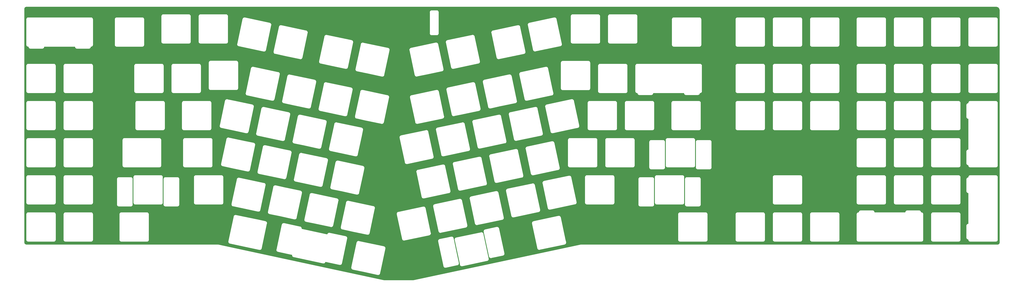
<source format=gtl>
G04 #@! TF.GenerationSoftware,KiCad,Pcbnew,(6.0.1-0)*
G04 #@! TF.CreationDate,2022-07-20T07:33:21-07:00*
G04 #@! TF.ProjectId,plate,706c6174-652e-46b6-9963-61645f706362,rev?*
G04 #@! TF.SameCoordinates,Original*
G04 #@! TF.FileFunction,Copper,L1,Top*
G04 #@! TF.FilePolarity,Positive*
%FSLAX46Y46*%
G04 Gerber Fmt 4.6, Leading zero omitted, Abs format (unit mm)*
G04 Created by KiCad (PCBNEW (6.0.1-0)) date 2022-07-20 07:33:21*
%MOMM*%
%LPD*%
G01*
G04 APERTURE LIST*
G04 APERTURE END LIST*
G04 #@! TA.AperFunction,NonConductor*
G36*
X497945057Y-225140750D02*
G01*
X497959858Y-225143055D01*
X497959861Y-225143055D01*
X497968730Y-225144436D01*
X497984999Y-225142309D01*
X498009567Y-225141516D01*
X498211266Y-225154736D01*
X498227606Y-225156887D01*
X498451733Y-225201468D01*
X498467654Y-225205734D01*
X498684043Y-225279189D01*
X498699269Y-225285496D01*
X498904217Y-225386565D01*
X498918491Y-225394806D01*
X499108497Y-225521764D01*
X499121572Y-225531797D01*
X499293386Y-225682473D01*
X499305027Y-225694114D01*
X499441330Y-225849539D01*
X499455703Y-225865928D01*
X499465736Y-225879003D01*
X499592694Y-226069009D01*
X499600935Y-226083283D01*
X499702004Y-226288231D01*
X499708311Y-226303457D01*
X499781766Y-226519846D01*
X499786032Y-226535767D01*
X499830613Y-226759894D01*
X499832764Y-226776234D01*
X499845514Y-226970768D01*
X499844489Y-226993804D01*
X499844446Y-226997354D01*
X499843064Y-227006230D01*
X499845524Y-227025039D01*
X499847186Y-227037751D01*
X499848250Y-227054089D01*
X499848250Y-346025672D01*
X499846750Y-346045056D01*
X499843064Y-346068730D01*
X499844718Y-346081375D01*
X499845302Y-346108692D01*
X499832811Y-346251472D01*
X499828998Y-346273096D01*
X499814043Y-346328910D01*
X499786001Y-346433564D01*
X499778489Y-346454202D01*
X499708282Y-346604760D01*
X499697300Y-346623780D01*
X499602015Y-346759862D01*
X499587897Y-346776687D01*
X499470437Y-346894147D01*
X499453612Y-346908265D01*
X499317530Y-347003550D01*
X499298510Y-347014532D01*
X499147952Y-347084739D01*
X499127315Y-347092250D01*
X498966846Y-347135248D01*
X498945225Y-347139060D01*
X498895330Y-347143426D01*
X498809331Y-347150949D01*
X498792871Y-347150396D01*
X498792866Y-347150805D01*
X498783892Y-347150695D01*
X498775020Y-347149314D01*
X498766118Y-347150478D01*
X498766115Y-347150478D01*
X498743499Y-347153436D01*
X498727161Y-347154500D01*
X285823103Y-347154500D01*
X285812169Y-347154025D01*
X285803277Y-347153251D01*
X285794532Y-347151211D01*
X285744786Y-347153968D01*
X285738669Y-347154307D01*
X285731697Y-347154500D01*
X285713523Y-347154500D01*
X285705824Y-347155603D01*
X285705264Y-347155683D01*
X285694376Y-347156762D01*
X285693352Y-347156819D01*
X285682897Y-347157398D01*
X285678140Y-347158411D01*
X285678125Y-347158413D01*
X285665715Y-347161056D01*
X285657338Y-347162546D01*
X285620063Y-347167884D01*
X285605955Y-347169905D01*
X285597781Y-347173621D01*
X285589168Y-347176140D01*
X285589099Y-347175904D01*
X285576490Y-347180058D01*
X199984487Y-365407986D01*
X199958242Y-365410750D01*
X185011118Y-365410750D01*
X184984639Y-365407936D01*
X155115860Y-358987544D01*
X168211319Y-358987544D01*
X168220550Y-359163679D01*
X168260227Y-359335535D01*
X168329142Y-359497890D01*
X168425204Y-359645812D01*
X168545492Y-359774806D01*
X168686353Y-359880952D01*
X168843505Y-359961026D01*
X168848761Y-359962633D01*
X168848766Y-359962635D01*
X168917333Y-359983598D01*
X168967786Y-359999023D01*
X168977220Y-360002322D01*
X168995126Y-360009394D01*
X168995137Y-360009397D01*
X168999656Y-360011182D01*
X169004400Y-360012251D01*
X169004404Y-360012252D01*
X169005544Y-360012509D01*
X169011889Y-360013938D01*
X169027661Y-360014999D01*
X169039478Y-360015795D01*
X169057299Y-360018283D01*
X174771050Y-361236948D01*
X181674848Y-362709433D01*
X181694841Y-362715467D01*
X181713690Y-362722911D01*
X181718437Y-362723981D01*
X181718441Y-362723982D01*
X181721167Y-362724596D01*
X181725924Y-362725668D01*
X181747321Y-362727108D01*
X181754200Y-362727761D01*
X181901271Y-362745819D01*
X182077407Y-362736588D01*
X182195030Y-362709432D01*
X182243897Y-362698150D01*
X182243898Y-362698150D01*
X182249263Y-362696911D01*
X182270226Y-362688013D01*
X182406557Y-362630144D01*
X182406560Y-362630142D01*
X182411619Y-362627995D01*
X182559541Y-362531933D01*
X182688534Y-362411644D01*
X182794681Y-362270784D01*
X182874754Y-362113631D01*
X182912756Y-361989336D01*
X182916056Y-361979899D01*
X182917639Y-361975891D01*
X182924909Y-361957480D01*
X182927666Y-361945246D01*
X182929537Y-361917434D01*
X182932006Y-361899696D01*
X183332837Y-360013938D01*
X185614348Y-349280278D01*
X185620402Y-349260196D01*
X185625972Y-349246092D01*
X185625975Y-349246084D01*
X185627761Y-349241560D01*
X185630518Y-349229326D01*
X185631958Y-349207929D01*
X185632612Y-349201036D01*
X185642630Y-349119453D01*
X185650669Y-349053979D01*
X185641438Y-348877843D01*
X185601761Y-348705987D01*
X185532845Y-348543631D01*
X185436783Y-348395709D01*
X185316494Y-348266716D01*
X185175634Y-348160569D01*
X185018481Y-348080496D01*
X184955764Y-348061321D01*
X184894186Y-348042494D01*
X184884749Y-348039194D01*
X184880741Y-348037611D01*
X184862330Y-348030341D01*
X184850096Y-348027584D01*
X184822284Y-348025713D01*
X184804549Y-348023244D01*
X172185128Y-345340902D01*
X172183758Y-345340489D01*
X212636366Y-345340489D01*
X212649477Y-345447265D01*
X212652206Y-345469492D01*
X212653030Y-345479463D01*
X212654060Y-345503540D01*
X212656517Y-345515836D01*
X212662843Y-345533075D01*
X212666116Y-345541995D01*
X212671075Y-345559202D01*
X215353417Y-358178630D01*
X215356055Y-358199438D01*
X215356912Y-358219460D01*
X215359369Y-358231756D01*
X215366763Y-358251906D01*
X215368961Y-358258449D01*
X215379767Y-358293793D01*
X215410672Y-358394880D01*
X215410674Y-358394885D01*
X215412281Y-358400141D01*
X215492354Y-358557294D01*
X215598501Y-358698154D01*
X215727494Y-358818443D01*
X215732108Y-358821439D01*
X215732110Y-358821441D01*
X215779582Y-358852269D01*
X215875416Y-358914505D01*
X215880475Y-358916652D01*
X215880478Y-358916654D01*
X216016809Y-358974523D01*
X216037772Y-358983421D01*
X216043137Y-358984660D01*
X216043138Y-358984660D01*
X216055630Y-358987544D01*
X216209628Y-359023098D01*
X216385764Y-359032329D01*
X216514767Y-359016489D01*
X216524738Y-359015665D01*
X216526043Y-359015609D01*
X216548815Y-359014635D01*
X216554968Y-359013406D01*
X216556333Y-359013133D01*
X216556336Y-359013132D01*
X216561111Y-359012178D01*
X216578350Y-359005852D01*
X216587270Y-359002579D01*
X216604477Y-358997620D01*
X221654754Y-357924150D01*
X222376873Y-357770659D01*
X222397684Y-357768021D01*
X222401867Y-357767842D01*
X222412842Y-357767373D01*
X222412845Y-357767373D01*
X222417700Y-357767165D01*
X222423844Y-357765937D01*
X222425224Y-357765662D01*
X222425228Y-357765661D01*
X222429997Y-357764708D01*
X222434566Y-357763032D01*
X222434568Y-357763031D01*
X222450143Y-357757316D01*
X222456698Y-357755113D01*
X222598382Y-357711796D01*
X222755535Y-357631723D01*
X222764099Y-357625270D01*
X222830692Y-357575088D01*
X222896397Y-357525576D01*
X223016686Y-357396582D01*
X223112748Y-357248660D01*
X223181664Y-357086303D01*
X223221340Y-356914446D01*
X223230571Y-356738311D01*
X223214732Y-356609317D01*
X223213908Y-356599349D01*
X223213085Y-356580119D01*
X223212877Y-356575259D01*
X223210420Y-356562962D01*
X223200817Y-356536792D01*
X223195858Y-356519584D01*
X221776986Y-349844316D01*
X220656083Y-344570879D01*
X221066831Y-344570879D01*
X221075604Y-344642327D01*
X221082671Y-344699882D01*
X221083495Y-344709853D01*
X221084525Y-344733930D01*
X221086982Y-344746226D01*
X221088660Y-344750798D01*
X221096581Y-344772385D01*
X221101540Y-344789592D01*
X223783882Y-357409020D01*
X223786520Y-357429828D01*
X223787377Y-357449850D01*
X223789834Y-357462146D01*
X223797228Y-357482296D01*
X223799428Y-357488845D01*
X223841137Y-357625270D01*
X223841139Y-357625275D01*
X223842746Y-357630531D01*
X223922819Y-357787684D01*
X224028966Y-357928544D01*
X224157959Y-358048833D01*
X224305881Y-358144895D01*
X224310940Y-358147042D01*
X224310943Y-358147044D01*
X224434376Y-358199438D01*
X224468237Y-358213811D01*
X224473602Y-358215050D01*
X224473603Y-358215050D01*
X224492705Y-358219460D01*
X224640093Y-358253488D01*
X224816229Y-358262719D01*
X224945232Y-358246879D01*
X224955203Y-358246055D01*
X224956508Y-358245999D01*
X224979280Y-358245025D01*
X224985433Y-358243796D01*
X224986798Y-358243523D01*
X224986801Y-358243522D01*
X224991576Y-358242568D01*
X225008815Y-358236242D01*
X225017735Y-358232969D01*
X225034942Y-358228010D01*
X237654370Y-355545668D01*
X237675178Y-355543030D01*
X237690343Y-355542381D01*
X237690345Y-355542381D01*
X237695200Y-355542173D01*
X237707496Y-355539716D01*
X237727646Y-355532322D01*
X237734189Y-355530124D01*
X237769533Y-355519318D01*
X237870620Y-355488413D01*
X237870625Y-355488411D01*
X237875881Y-355486804D01*
X238033034Y-355406731D01*
X238173894Y-355300584D01*
X238294183Y-355171591D01*
X238390245Y-355023669D01*
X238459161Y-354861313D01*
X238498838Y-354689457D01*
X238508069Y-354513321D01*
X238492229Y-354384318D01*
X238491405Y-354374347D01*
X238490583Y-354355139D01*
X238490375Y-354350270D01*
X238487918Y-354337974D01*
X238478316Y-354311805D01*
X238473357Y-354294598D01*
X235791018Y-341675181D01*
X235788380Y-341654372D01*
X235787731Y-341639207D01*
X235787731Y-341639205D01*
X235787523Y-341634350D01*
X235785066Y-341622054D01*
X235777672Y-341601904D01*
X235775472Y-341595355D01*
X235733763Y-341458930D01*
X235733761Y-341458925D01*
X235732154Y-341453669D01*
X235652081Y-341296516D01*
X235545934Y-341155656D01*
X235416941Y-341035367D01*
X235391072Y-341018567D01*
X235364853Y-341001541D01*
X235269019Y-340939305D01*
X235263960Y-340937158D01*
X235263957Y-340937156D01*
X235111728Y-340872539D01*
X235106663Y-340870389D01*
X235101298Y-340869150D01*
X235101297Y-340869150D01*
X234989369Y-340843309D01*
X234934807Y-340830712D01*
X234758671Y-340821481D01*
X234683493Y-340830712D01*
X234629668Y-340837321D01*
X234619696Y-340838145D01*
X234595620Y-340839175D01*
X234583324Y-340841632D01*
X234578756Y-340843308D01*
X234578753Y-340843309D01*
X234557155Y-340851234D01*
X234539948Y-340856193D01*
X221920531Y-343538532D01*
X221899722Y-343541170D01*
X221884557Y-343541819D01*
X221884555Y-343541819D01*
X221879700Y-343542027D01*
X221867404Y-343544484D01*
X221847254Y-343551878D01*
X221840711Y-343554076D01*
X221805367Y-343564882D01*
X221704280Y-343595787D01*
X221704275Y-343595789D01*
X221699019Y-343597396D01*
X221541866Y-343677469D01*
X221401006Y-343783616D01*
X221280717Y-343912609D01*
X221184655Y-344060531D01*
X221182508Y-344065590D01*
X221182506Y-344065593D01*
X221138547Y-344169154D01*
X221115739Y-344222887D01*
X221114500Y-344228252D01*
X221114500Y-344228253D01*
X221104708Y-344270665D01*
X221076062Y-344394743D01*
X221066831Y-344570879D01*
X220656083Y-344570879D01*
X220513520Y-343900173D01*
X220510882Y-343879365D01*
X220510233Y-343864198D01*
X220510233Y-343864196D01*
X220510025Y-343859341D01*
X220507567Y-343847044D01*
X220500162Y-343826865D01*
X220497983Y-343820381D01*
X220454655Y-343678660D01*
X220414520Y-343599892D01*
X220377081Y-343526414D01*
X220377080Y-343526412D01*
X220374581Y-343521508D01*
X220348162Y-343486448D01*
X220271746Y-343385041D01*
X220268435Y-343380647D01*
X220139441Y-343260359D01*
X220106270Y-343238817D01*
X220087353Y-343226533D01*
X219991519Y-343164297D01*
X219986460Y-343162150D01*
X219986457Y-343162148D01*
X219852313Y-343105208D01*
X219829164Y-343095382D01*
X219823799Y-343094143D01*
X219823798Y-343094143D01*
X219704602Y-343066624D01*
X219657308Y-343055705D01*
X219481173Y-343046474D01*
X219405993Y-343055705D01*
X219352183Y-343062312D01*
X219342214Y-343063136D01*
X219318122Y-343064167D01*
X219313354Y-343065120D01*
X219313351Y-343065120D01*
X219311153Y-343065559D01*
X219305825Y-343066624D01*
X219279649Y-343076229D01*
X219262457Y-343081183D01*
X216152428Y-343742240D01*
X213490066Y-344308142D01*
X213469257Y-344310780D01*
X213454092Y-344311429D01*
X213454090Y-344311429D01*
X213449235Y-344311637D01*
X213436939Y-344314094D01*
X213416789Y-344321488D01*
X213410246Y-344323686D01*
X213374902Y-344334492D01*
X213273815Y-344365397D01*
X213273810Y-344365399D01*
X213268554Y-344367006D01*
X213111401Y-344447079D01*
X212970541Y-344553226D01*
X212850252Y-344682219D01*
X212754190Y-344830141D01*
X212752043Y-344835200D01*
X212752041Y-344835203D01*
X212694583Y-344970567D01*
X212685274Y-344992497D01*
X212645597Y-345164353D01*
X212636366Y-345340489D01*
X172183758Y-345340489D01*
X172165046Y-345334848D01*
X172150942Y-345329278D01*
X172150934Y-345329275D01*
X172146410Y-345327489D01*
X172141663Y-345326419D01*
X172141659Y-345326418D01*
X172138933Y-345325804D01*
X172134176Y-345324732D01*
X172112779Y-345323292D01*
X172105900Y-345322639D01*
X171958829Y-345304581D01*
X171782693Y-345313812D01*
X171728092Y-345326418D01*
X171616203Y-345352250D01*
X171616202Y-345352250D01*
X171610837Y-345353489D01*
X171605772Y-345355639D01*
X171453543Y-345420256D01*
X171453540Y-345420258D01*
X171448481Y-345422405D01*
X171352647Y-345484641D01*
X171307766Y-345513787D01*
X171300559Y-345518467D01*
X171171566Y-345638756D01*
X171065419Y-345779616D01*
X170985346Y-345936769D01*
X170974590Y-345971950D01*
X170947344Y-346061064D01*
X170944044Y-346070501D01*
X170935191Y-346092920D01*
X170932434Y-346105154D01*
X170931506Y-346118954D01*
X170930563Y-346132964D01*
X170928094Y-346150701D01*
X168323353Y-358405040D01*
X168247640Y-358761243D01*
X168241585Y-358781327D01*
X168236014Y-358795434D01*
X168236012Y-358795440D01*
X168234226Y-358799963D01*
X168231469Y-358812196D01*
X168231143Y-358817042D01*
X168230027Y-358833618D01*
X168229372Y-358840511D01*
X168211319Y-358987544D01*
X155115860Y-358987544D01*
X100190162Y-347181085D01*
X100179463Y-347177480D01*
X100179261Y-347178139D01*
X100170673Y-347175513D01*
X100162552Y-347171701D01*
X100153690Y-347170321D01*
X100153686Y-347170320D01*
X100125023Y-347165858D01*
X100107871Y-347163187D01*
X100100822Y-347161882D01*
X100083595Y-347158179D01*
X100074673Y-347157558D01*
X100064041Y-347156363D01*
X100052077Y-347154500D01*
X100035118Y-347154500D01*
X100026369Y-347154196D01*
X99984150Y-347151257D01*
X99984147Y-347151257D01*
X99975192Y-347150634D01*
X99966420Y-347152550D01*
X99957471Y-347153202D01*
X99957459Y-347153036D01*
X99943892Y-347154500D01*
X2136828Y-347154500D01*
X2117443Y-347153000D01*
X2102642Y-347150695D01*
X2102639Y-347150695D01*
X2093770Y-347149314D01*
X2081122Y-347150968D01*
X2053808Y-347151552D01*
X1966052Y-347143875D01*
X1911025Y-347139060D01*
X1889404Y-347135248D01*
X1728935Y-347092250D01*
X1708298Y-347084739D01*
X1557740Y-347014532D01*
X1538720Y-347003550D01*
X1402638Y-346908265D01*
X1385813Y-346894147D01*
X1268353Y-346776687D01*
X1254235Y-346759862D01*
X1158950Y-346623780D01*
X1147968Y-346604760D01*
X1077761Y-346454202D01*
X1070249Y-346433564D01*
X1042207Y-346328910D01*
X1027252Y-346273096D01*
X1023439Y-346251472D01*
X1011846Y-346118954D01*
X1011871Y-346096716D01*
X1012263Y-346092340D01*
X1013071Y-346087539D01*
X1013224Y-346075000D01*
X1009273Y-346047412D01*
X1008000Y-346029549D01*
X1008000Y-344628425D01*
X2011776Y-344628425D01*
X2012465Y-344633232D01*
X2012465Y-344633239D01*
X2014815Y-344649644D01*
X2015609Y-344656526D01*
X2028523Y-344804131D01*
X2029947Y-344809445D01*
X2029947Y-344809446D01*
X2036849Y-344835203D01*
X2074172Y-344974497D01*
X2076494Y-344979477D01*
X2076495Y-344979479D01*
X2122978Y-345079160D01*
X2148713Y-345134349D01*
X2249878Y-345278828D01*
X2374596Y-345403546D01*
X2519075Y-345504711D01*
X2524053Y-345507032D01*
X2524056Y-345507034D01*
X2617110Y-345550426D01*
X2678927Y-345579252D01*
X2684235Y-345580674D01*
X2684237Y-345580675D01*
X2843978Y-345623477D01*
X2843979Y-345623477D01*
X2849293Y-345624901D01*
X2854779Y-345625381D01*
X2854785Y-345625382D01*
X2978768Y-345636230D01*
X2988691Y-345637496D01*
X3007667Y-345640689D01*
X3007672Y-345640689D01*
X3012460Y-345641495D01*
X3018759Y-345641572D01*
X3020140Y-345641589D01*
X3020144Y-345641589D01*
X3024999Y-345641648D01*
X3029808Y-345640959D01*
X3029812Y-345640959D01*
X3040060Y-345639491D01*
X3052372Y-345637728D01*
X3070315Y-345636455D01*
X9303333Y-345640807D01*
X15971660Y-345645463D01*
X15992474Y-345647209D01*
X16007661Y-345649764D01*
X16007670Y-345649765D01*
X16012462Y-345650571D01*
X16018820Y-345650649D01*
X16020143Y-345650665D01*
X16020147Y-345650665D01*
X16025001Y-345650724D01*
X16029808Y-345650035D01*
X16029815Y-345650035D01*
X16046220Y-345647685D01*
X16053102Y-345646891D01*
X16095860Y-345643150D01*
X16200707Y-345633977D01*
X16206021Y-345632553D01*
X16206022Y-345632553D01*
X16365763Y-345589751D01*
X16365765Y-345589750D01*
X16371073Y-345588328D01*
X16387485Y-345580675D01*
X16525944Y-345516110D01*
X16525947Y-345516108D01*
X16530925Y-345513787D01*
X16675404Y-345412622D01*
X16800122Y-345287904D01*
X16901287Y-345143425D01*
X16905520Y-345134349D01*
X16973505Y-344988555D01*
X16973506Y-344988553D01*
X16975828Y-344983573D01*
X17005053Y-344874505D01*
X17020053Y-344818522D01*
X17020053Y-344818521D01*
X17021477Y-344813207D01*
X17021958Y-344807715D01*
X17032806Y-344683732D01*
X17034072Y-344673809D01*
X17037265Y-344654833D01*
X17037265Y-344654828D01*
X17038071Y-344650040D01*
X17038224Y-344637501D01*
X17036924Y-344628425D01*
X21061776Y-344628425D01*
X21062465Y-344633232D01*
X21062465Y-344633239D01*
X21064815Y-344649644D01*
X21065609Y-344656526D01*
X21078523Y-344804131D01*
X21079947Y-344809445D01*
X21079947Y-344809446D01*
X21086849Y-344835203D01*
X21124172Y-344974497D01*
X21126494Y-344979477D01*
X21126495Y-344979479D01*
X21172978Y-345079160D01*
X21198713Y-345134349D01*
X21299878Y-345278828D01*
X21424596Y-345403546D01*
X21569075Y-345504711D01*
X21574053Y-345507032D01*
X21574056Y-345507034D01*
X21667110Y-345550426D01*
X21728927Y-345579252D01*
X21734235Y-345580674D01*
X21734237Y-345580675D01*
X21893978Y-345623477D01*
X21893979Y-345623477D01*
X21899293Y-345624901D01*
X21904779Y-345625381D01*
X21904785Y-345625382D01*
X22028768Y-345636230D01*
X22038691Y-345637496D01*
X22057667Y-345640689D01*
X22057672Y-345640689D01*
X22062460Y-345641495D01*
X22068759Y-345641572D01*
X22070140Y-345641589D01*
X22070144Y-345641589D01*
X22074999Y-345641648D01*
X22079808Y-345640959D01*
X22079812Y-345640959D01*
X22090060Y-345639491D01*
X22102372Y-345637728D01*
X22120315Y-345636455D01*
X28353333Y-345640807D01*
X35021660Y-345645463D01*
X35042474Y-345647209D01*
X35057661Y-345649764D01*
X35057670Y-345649765D01*
X35062462Y-345650571D01*
X35068820Y-345650649D01*
X35070143Y-345650665D01*
X35070147Y-345650665D01*
X35075001Y-345650724D01*
X35079808Y-345650035D01*
X35079815Y-345650035D01*
X35096220Y-345647685D01*
X35103102Y-345646891D01*
X35145860Y-345643150D01*
X35250707Y-345633977D01*
X35256021Y-345632553D01*
X35256022Y-345632553D01*
X35415763Y-345589751D01*
X35415765Y-345589750D01*
X35421073Y-345588328D01*
X35437485Y-345580675D01*
X35575944Y-345516110D01*
X35575947Y-345516108D01*
X35580925Y-345513787D01*
X35725404Y-345412622D01*
X35850122Y-345287904D01*
X35951287Y-345143425D01*
X35955520Y-345134349D01*
X36023505Y-344988555D01*
X36023506Y-344988553D01*
X36025828Y-344983573D01*
X36055053Y-344874505D01*
X36070053Y-344818522D01*
X36070053Y-344818521D01*
X36071477Y-344813207D01*
X36071958Y-344807715D01*
X36082806Y-344683732D01*
X36084072Y-344673809D01*
X36087265Y-344654833D01*
X36087265Y-344654828D01*
X36088071Y-344650040D01*
X36088224Y-344637501D01*
X36086924Y-344628425D01*
X49636776Y-344628425D01*
X49637465Y-344633232D01*
X49637465Y-344633239D01*
X49639815Y-344649644D01*
X49640609Y-344656526D01*
X49653523Y-344804131D01*
X49654947Y-344809445D01*
X49654947Y-344809446D01*
X49661849Y-344835203D01*
X49699172Y-344974497D01*
X49701494Y-344979477D01*
X49701495Y-344979479D01*
X49747978Y-345079160D01*
X49773713Y-345134349D01*
X49874878Y-345278828D01*
X49999596Y-345403546D01*
X50144075Y-345504711D01*
X50149053Y-345507032D01*
X50149056Y-345507034D01*
X50242110Y-345550426D01*
X50303927Y-345579252D01*
X50309235Y-345580674D01*
X50309237Y-345580675D01*
X50468978Y-345623477D01*
X50468979Y-345623477D01*
X50474293Y-345624901D01*
X50479779Y-345625381D01*
X50479785Y-345625382D01*
X50603768Y-345636230D01*
X50613691Y-345637496D01*
X50632667Y-345640689D01*
X50632672Y-345640689D01*
X50637460Y-345641495D01*
X50643759Y-345641572D01*
X50645140Y-345641589D01*
X50645144Y-345641589D01*
X50649999Y-345641648D01*
X50654808Y-345640959D01*
X50654812Y-345640959D01*
X50665060Y-345639491D01*
X50677372Y-345637728D01*
X50695315Y-345636455D01*
X56928333Y-345640807D01*
X63596660Y-345645463D01*
X63617474Y-345647209D01*
X63632661Y-345649764D01*
X63632670Y-345649765D01*
X63637462Y-345650571D01*
X63643820Y-345650649D01*
X63645143Y-345650665D01*
X63645147Y-345650665D01*
X63650001Y-345650724D01*
X63654808Y-345650035D01*
X63654815Y-345650035D01*
X63671220Y-345647685D01*
X63678102Y-345646891D01*
X63720860Y-345643150D01*
X63825707Y-345633977D01*
X63831021Y-345632553D01*
X63831022Y-345632553D01*
X63850425Y-345627354D01*
X105328505Y-345627354D01*
X105337736Y-345803489D01*
X105338976Y-345808859D01*
X105371040Y-345947739D01*
X105377413Y-345975345D01*
X105379563Y-345980410D01*
X105434577Y-346110015D01*
X105446328Y-346137700D01*
X105542390Y-346285622D01*
X105546143Y-346289646D01*
X105546144Y-346289648D01*
X105602534Y-346350119D01*
X105662678Y-346414616D01*
X105803539Y-346520762D01*
X105960691Y-346600836D01*
X105965947Y-346602443D01*
X105965952Y-346602445D01*
X106026261Y-346620883D01*
X106084972Y-346638833D01*
X106094406Y-346642132D01*
X106112312Y-346649204D01*
X106112323Y-346649207D01*
X106116842Y-346650992D01*
X106121586Y-346652061D01*
X106121590Y-346652062D01*
X106124333Y-346652680D01*
X106124337Y-346652681D01*
X106129075Y-346653748D01*
X106156699Y-346655607D01*
X106174508Y-346658092D01*
X121121264Y-349844343D01*
X121141273Y-349850381D01*
X121155553Y-349856020D01*
X121155561Y-349856023D01*
X121160090Y-349857811D01*
X121172324Y-349860568D01*
X121193721Y-349862008D01*
X121200600Y-349862661D01*
X121347671Y-349880719D01*
X121523807Y-349871488D01*
X121627765Y-349847487D01*
X121641500Y-349844316D01*
X129920530Y-349844316D01*
X129929761Y-350020451D01*
X129969438Y-350192307D01*
X130038353Y-350354662D01*
X130134415Y-350502584D01*
X130254703Y-350631578D01*
X130395564Y-350737724D01*
X130552716Y-350817798D01*
X130557972Y-350819405D01*
X130557977Y-350819407D01*
X130626544Y-350840370D01*
X130676997Y-350855795D01*
X130686431Y-350859094D01*
X130704337Y-350866166D01*
X130704348Y-350866169D01*
X130708867Y-350867954D01*
X130713611Y-350869023D01*
X130713615Y-350869024D01*
X130715328Y-350869410D01*
X130721100Y-350870710D01*
X130725958Y-350871037D01*
X130725959Y-350871037D01*
X130731273Y-350871395D01*
X130748911Y-350872581D01*
X130766645Y-350875050D01*
X135050802Y-351785676D01*
X137842753Y-352379124D01*
X137905226Y-352412852D01*
X137939548Y-352475002D01*
X137941617Y-352517725D01*
X137935171Y-352570221D01*
X137944402Y-352746357D01*
X137984079Y-352918213D01*
X137986229Y-352923278D01*
X138042460Y-353055749D01*
X138052995Y-353080569D01*
X138149057Y-353228491D01*
X138269346Y-353357484D01*
X138410206Y-353463631D01*
X138567359Y-353543704D01*
X138630076Y-353562879D01*
X138691654Y-353581706D01*
X138701091Y-353585006D01*
X138723510Y-353593859D01*
X138735744Y-353596616D01*
X138763556Y-353598487D01*
X138781291Y-353600956D01*
X153729930Y-356778388D01*
X153750010Y-356784442D01*
X153755711Y-356786694D01*
X153764108Y-356790010D01*
X153764112Y-356790011D01*
X153768644Y-356791801D01*
X153773397Y-356792872D01*
X153773403Y-356792874D01*
X153776121Y-356793486D01*
X153780878Y-356794558D01*
X153802275Y-356795998D01*
X153809154Y-356796651D01*
X153956225Y-356814709D01*
X154132361Y-356805478D01*
X154274149Y-356772743D01*
X154298851Y-356767040D01*
X154298852Y-356767040D01*
X154304217Y-356765801D01*
X154356041Y-356743803D01*
X154461511Y-356699034D01*
X154461514Y-356699032D01*
X154466573Y-356696885D01*
X154562407Y-356634649D01*
X154609879Y-356603821D01*
X154609881Y-356603819D01*
X154614495Y-356600823D01*
X154743488Y-356480534D01*
X154849635Y-356339674D01*
X154929708Y-356182521D01*
X154945172Y-356131942D01*
X154984216Y-356072646D01*
X155049121Y-356043872D01*
X155091862Y-356045534D01*
X162160391Y-357547998D01*
X162180473Y-357554052D01*
X162194577Y-357559622D01*
X162194585Y-357559625D01*
X162199109Y-357561411D01*
X162203856Y-357562481D01*
X162203860Y-357562482D01*
X162206586Y-357563096D01*
X162211343Y-357564168D01*
X162232740Y-357565608D01*
X162239619Y-357566261D01*
X162386690Y-357584319D01*
X162562826Y-357575088D01*
X162680167Y-357547997D01*
X162729316Y-357536650D01*
X162729317Y-357536650D01*
X162734682Y-357535411D01*
X162852197Y-357485529D01*
X162891976Y-357468644D01*
X162891979Y-357468642D01*
X162897038Y-357466495D01*
X163044960Y-357370433D01*
X163173953Y-357250144D01*
X163280100Y-357109284D01*
X163360173Y-356952131D01*
X163398175Y-356827836D01*
X163401475Y-356818399D01*
X163403197Y-356814039D01*
X163410328Y-356795980D01*
X163413085Y-356783746D01*
X163414956Y-356755935D01*
X163417425Y-356738198D01*
X163418561Y-356732856D01*
X166099769Y-344118770D01*
X166105823Y-344098688D01*
X166111393Y-344084584D01*
X166111396Y-344084576D01*
X166113182Y-344080052D01*
X166115939Y-344067818D01*
X166117379Y-344046421D01*
X166118033Y-344039528D01*
X166119571Y-344027009D01*
X166136090Y-343892471D01*
X166126859Y-343716335D01*
X166097644Y-343589794D01*
X166088421Y-343549845D01*
X166088421Y-343549844D01*
X166087182Y-343544479D01*
X166062549Y-343486448D01*
X166020415Y-343387185D01*
X166020413Y-343387182D01*
X166018266Y-343382123D01*
X165939191Y-343260359D01*
X165925202Y-343238817D01*
X165925200Y-343238815D01*
X165922204Y-343234201D01*
X165801915Y-343105208D01*
X165661055Y-342999061D01*
X165503902Y-342918988D01*
X165441185Y-342899813D01*
X165379607Y-342880986D01*
X165370170Y-342877686D01*
X165366162Y-342876103D01*
X165347751Y-342868833D01*
X165341723Y-342867475D01*
X165340263Y-342867145D01*
X165340256Y-342867144D01*
X165335517Y-342866076D01*
X165307710Y-342864205D01*
X165289977Y-342861736D01*
X157188368Y-341139686D01*
X157168286Y-341133632D01*
X157154182Y-341128062D01*
X157154174Y-341128059D01*
X157149650Y-341126273D01*
X157144903Y-341125203D01*
X157144899Y-341125202D01*
X157142173Y-341124588D01*
X157137416Y-341123516D01*
X157116019Y-341122076D01*
X157109140Y-341121423D01*
X156962069Y-341103365D01*
X156785933Y-341112596D01*
X156692176Y-341134242D01*
X156619443Y-341151034D01*
X156619442Y-341151034D01*
X156614077Y-341152273D01*
X156609012Y-341154423D01*
X156456783Y-341219040D01*
X156456780Y-341219042D01*
X156451721Y-341221189D01*
X156369020Y-341274896D01*
X156341703Y-341292636D01*
X156303799Y-341317251D01*
X156174806Y-341437540D01*
X156068659Y-341578400D01*
X155988586Y-341735553D01*
X155986976Y-341740820D01*
X155973120Y-341786139D01*
X155934075Y-341845434D01*
X155869171Y-341874208D01*
X155826430Y-341872546D01*
X142936367Y-339132679D01*
X142873894Y-339098951D01*
X142839572Y-339036801D01*
X142837503Y-338994078D01*
X142843950Y-338941574D01*
X142834719Y-338765438D01*
X142795042Y-338593582D01*
X142726126Y-338431226D01*
X142681653Y-338362744D01*
X162839219Y-338362744D01*
X162848450Y-338538879D01*
X162888127Y-338710735D01*
X162957042Y-338873090D01*
X163053104Y-339021012D01*
X163173392Y-339150006D01*
X163314253Y-339256152D01*
X163471405Y-339336226D01*
X163476661Y-339337833D01*
X163476666Y-339337835D01*
X163540154Y-339357245D01*
X163595686Y-339374223D01*
X163605120Y-339377522D01*
X163623026Y-339384594D01*
X163623037Y-339384597D01*
X163627556Y-339386382D01*
X163632300Y-339387451D01*
X163632304Y-339387452D01*
X163633444Y-339387709D01*
X163639789Y-339389138D01*
X163655561Y-339390199D01*
X163667378Y-339390995D01*
X163685199Y-339393483D01*
X168983618Y-340523563D01*
X176302748Y-342084633D01*
X176322741Y-342090667D01*
X176341590Y-342098111D01*
X176346337Y-342099181D01*
X176346341Y-342099182D01*
X176349067Y-342099796D01*
X176353824Y-342100868D01*
X176375221Y-342102308D01*
X176382100Y-342102961D01*
X176529171Y-342121019D01*
X176705307Y-342111788D01*
X176822930Y-342084632D01*
X176871797Y-342073350D01*
X176871798Y-342073350D01*
X176877163Y-342072111D01*
X176898126Y-342063213D01*
X177034457Y-342005344D01*
X177034460Y-342005342D01*
X177039519Y-342003195D01*
X177187441Y-341907133D01*
X177316434Y-341786844D01*
X177422581Y-341645984D01*
X177502654Y-341488831D01*
X177540656Y-341364536D01*
X177543956Y-341355099D01*
X177545539Y-341351091D01*
X177552809Y-341332680D01*
X177555566Y-341320446D01*
X177557437Y-341292634D01*
X177559906Y-341274896D01*
X177571816Y-341218867D01*
X179657728Y-331405428D01*
X191472461Y-331405428D01*
X191480948Y-331474545D01*
X191488301Y-331534431D01*
X191489125Y-331544402D01*
X191490155Y-331568479D01*
X191492612Y-331580775D01*
X191498291Y-331596252D01*
X191502211Y-331606934D01*
X191507170Y-331624141D01*
X194187625Y-344234692D01*
X194190263Y-344255500D01*
X194191120Y-344275522D01*
X194193577Y-344287818D01*
X194200971Y-344307968D01*
X194203171Y-344314517D01*
X194244880Y-344450942D01*
X194244882Y-344450947D01*
X194246489Y-344456203D01*
X194326562Y-344613356D01*
X194432709Y-344754216D01*
X194561702Y-344874505D01*
X194709624Y-344970567D01*
X194714683Y-344972714D01*
X194714686Y-344972716D01*
X194773929Y-344997863D01*
X194871980Y-345039483D01*
X194877345Y-345040722D01*
X194877346Y-345040722D01*
X194933728Y-345053739D01*
X195043836Y-345079160D01*
X195219972Y-345088391D01*
X195348975Y-345072551D01*
X195358946Y-345071727D01*
X195360251Y-345071671D01*
X195383023Y-345070697D01*
X195395319Y-345068240D01*
X195421281Y-345058714D01*
X195438564Y-345053740D01*
X208059862Y-342380208D01*
X208080587Y-342377588D01*
X208100830Y-342376722D01*
X208113126Y-342374265D01*
X208133276Y-342366871D01*
X208139819Y-342364673D01*
X208175163Y-342353867D01*
X208276250Y-342322962D01*
X208276255Y-342322960D01*
X208281511Y-342321353D01*
X208438664Y-342241280D01*
X208579524Y-342135133D01*
X208699813Y-342006140D01*
X208795875Y-341858218D01*
X208799887Y-341848768D01*
X208862641Y-341700927D01*
X208864791Y-341695862D01*
X208878993Y-341634350D01*
X208903228Y-341529376D01*
X208904468Y-341524006D01*
X208913699Y-341347870D01*
X208897859Y-341218867D01*
X208897035Y-341208896D01*
X208896213Y-341189688D01*
X208896005Y-341184819D01*
X208893548Y-341172523D01*
X208891871Y-341167952D01*
X208883946Y-341146354D01*
X208878987Y-341129147D01*
X206196648Y-328509730D01*
X206194010Y-328488921D01*
X206193361Y-328473756D01*
X206193361Y-328473754D01*
X206193153Y-328468899D01*
X206190696Y-328456603D01*
X206183302Y-328436453D01*
X206181102Y-328429904D01*
X206180881Y-328429179D01*
X206169188Y-328390936D01*
X206139393Y-328293479D01*
X206139391Y-328293474D01*
X206137784Y-328288218D01*
X206122666Y-328258546D01*
X206097247Y-328208659D01*
X206057711Y-328131065D01*
X205951564Y-327990205D01*
X205822571Y-327869916D01*
X205674649Y-327773854D01*
X205669590Y-327771707D01*
X205669587Y-327771705D01*
X205517358Y-327707088D01*
X205512293Y-327704938D01*
X205506928Y-327703699D01*
X205506927Y-327703699D01*
X205394999Y-327677858D01*
X205340437Y-327665261D01*
X205164301Y-327656030D01*
X205089123Y-327665261D01*
X205035298Y-327671870D01*
X205025326Y-327672694D01*
X205001250Y-327673724D01*
X204988954Y-327676181D01*
X204984386Y-327677857D01*
X204984383Y-327677858D01*
X204962785Y-327685783D01*
X204945578Y-327690742D01*
X192326161Y-330373081D01*
X192305352Y-330375719D01*
X192290187Y-330376368D01*
X192290185Y-330376368D01*
X192285330Y-330376576D01*
X192273034Y-330379033D01*
X192252884Y-330386427D01*
X192246341Y-330388625D01*
X192210997Y-330399431D01*
X192109910Y-330430336D01*
X192109905Y-330430338D01*
X192104649Y-330431945D01*
X191947496Y-330512018D01*
X191806636Y-330618165D01*
X191686347Y-330747158D01*
X191683351Y-330751772D01*
X191683349Y-330751774D01*
X191673854Y-330766395D01*
X191590285Y-330895080D01*
X191588138Y-330900139D01*
X191588136Y-330900142D01*
X191549311Y-330991608D01*
X191521369Y-331057436D01*
X191520130Y-331062801D01*
X191520130Y-331062802D01*
X191518965Y-331067848D01*
X191481692Y-331229292D01*
X191472461Y-331405428D01*
X179657728Y-331405428D01*
X180242248Y-328655478D01*
X180248302Y-328635396D01*
X180253872Y-328621292D01*
X180253875Y-328621284D01*
X180255661Y-328616760D01*
X180258418Y-328604526D01*
X180259858Y-328583129D01*
X180260512Y-328576236D01*
X180273096Y-328473756D01*
X180278569Y-328429179D01*
X180269338Y-328253043D01*
X180229661Y-328081187D01*
X180192907Y-327994599D01*
X180162894Y-327923893D01*
X180162892Y-327923890D01*
X180160745Y-327918831D01*
X180064683Y-327770909D01*
X179944394Y-327641916D01*
X179803534Y-327535769D01*
X179646381Y-327455696D01*
X179631934Y-327451279D01*
X210106731Y-327451279D01*
X210117105Y-327535769D01*
X210122571Y-327580282D01*
X210123395Y-327590253D01*
X210124425Y-327614330D01*
X210126882Y-327626626D01*
X210128560Y-327631198D01*
X210136481Y-327652785D01*
X210141440Y-327669992D01*
X212821895Y-340280543D01*
X212824533Y-340301351D01*
X212825390Y-340321373D01*
X212827847Y-340333669D01*
X212835241Y-340353819D01*
X212837439Y-340360362D01*
X212846376Y-340389592D01*
X212879150Y-340496793D01*
X212879152Y-340496798D01*
X212880759Y-340502054D01*
X212960832Y-340659207D01*
X213066979Y-340800067D01*
X213195972Y-340920356D01*
X213200586Y-340923352D01*
X213200588Y-340923354D01*
X213225151Y-340939305D01*
X213343894Y-341016418D01*
X213348953Y-341018565D01*
X213348956Y-341018567D01*
X213381472Y-341032369D01*
X213506250Y-341085334D01*
X213511615Y-341086573D01*
X213511616Y-341086573D01*
X213548260Y-341095033D01*
X213678106Y-341125011D01*
X213854242Y-341134242D01*
X213983245Y-341118402D01*
X213993216Y-341117578D01*
X213994521Y-341117522D01*
X214017293Y-341116548D01*
X214029589Y-341114091D01*
X214055551Y-341104565D01*
X214072834Y-341099591D01*
X217424621Y-340389592D01*
X235928506Y-340389592D01*
X235944346Y-340518595D01*
X235945170Y-340528566D01*
X235946200Y-340552643D01*
X235948657Y-340564939D01*
X235950335Y-340569511D01*
X235958256Y-340591098D01*
X235963215Y-340608305D01*
X238645557Y-353227733D01*
X238648195Y-353248541D01*
X238649052Y-353268563D01*
X238651509Y-353280859D01*
X238658903Y-353301009D01*
X238661103Y-353307558D01*
X238702812Y-353443983D01*
X238702814Y-353443988D01*
X238704421Y-353449244D01*
X238706916Y-353454142D01*
X238706917Y-353454143D01*
X238713025Y-353466130D01*
X238784494Y-353606397D01*
X238890641Y-353747257D01*
X239019634Y-353867546D01*
X239167556Y-353963608D01*
X239172615Y-353965755D01*
X239172618Y-353965757D01*
X239308949Y-354023626D01*
X239329912Y-354032524D01*
X239335277Y-354033763D01*
X239335278Y-354033763D01*
X239391413Y-354046723D01*
X239501768Y-354072201D01*
X239677904Y-354081432D01*
X239806907Y-354065592D01*
X239816878Y-354064768D01*
X239818183Y-354064712D01*
X239840955Y-354063738D01*
X239847108Y-354062509D01*
X239848473Y-354062236D01*
X239848476Y-354062235D01*
X239853251Y-354061281D01*
X239870490Y-354054955D01*
X239879410Y-354051682D01*
X239896617Y-354046723D01*
X245669010Y-352819763D01*
X245689819Y-352817125D01*
X245704986Y-352816476D01*
X245704988Y-352816476D01*
X245709843Y-352816268D01*
X245722140Y-352813810D01*
X245742319Y-352806405D01*
X245748803Y-352804226D01*
X245890524Y-352760898D01*
X246047676Y-352680824D01*
X246188537Y-352574678D01*
X246308825Y-352445684D01*
X246330147Y-352412852D01*
X246352050Y-352379124D01*
X246404887Y-352297762D01*
X246473802Y-352135407D01*
X246513479Y-351963551D01*
X246522710Y-351787416D01*
X246506872Y-351658426D01*
X246506048Y-351648457D01*
X246505225Y-351629226D01*
X246505017Y-351624365D01*
X246502560Y-351612068D01*
X246492955Y-351585892D01*
X246488000Y-351568697D01*
X246484039Y-351550059D01*
X243805660Y-338949276D01*
X243803022Y-338928468D01*
X243802373Y-338913301D01*
X243802373Y-338913299D01*
X243802165Y-338908444D01*
X243799707Y-338896147D01*
X243792302Y-338875968D01*
X243790123Y-338869484D01*
X243746795Y-338727763D01*
X243744299Y-338722864D01*
X243669221Y-338575517D01*
X243669220Y-338575515D01*
X243666721Y-338570611D01*
X243560575Y-338429750D01*
X243488719Y-338362744D01*
X243435607Y-338313216D01*
X243435605Y-338313215D01*
X243431581Y-338309462D01*
X243397195Y-338287131D01*
X243379493Y-338275636D01*
X243283659Y-338213400D01*
X243278600Y-338211253D01*
X243278597Y-338211251D01*
X243137048Y-338151168D01*
X243121304Y-338144485D01*
X243115939Y-338143246D01*
X243115938Y-338143246D01*
X243025693Y-338122411D01*
X242949448Y-338104808D01*
X242773313Y-338095577D01*
X242698133Y-338104808D01*
X242644323Y-338111415D01*
X242634354Y-338112239D01*
X242610262Y-338113270D01*
X242605494Y-338114223D01*
X242605491Y-338114223D01*
X242603293Y-338114662D01*
X242597965Y-338115727D01*
X242571789Y-338125332D01*
X242554597Y-338130286D01*
X239083793Y-338868028D01*
X236782206Y-339357245D01*
X236761397Y-339359883D01*
X236746232Y-339360532D01*
X236746230Y-339360532D01*
X236741375Y-339360740D01*
X236729079Y-339363197D01*
X236708929Y-339370591D01*
X236702386Y-339372789D01*
X236686905Y-339377522D01*
X236565955Y-339414500D01*
X236565950Y-339414502D01*
X236560694Y-339416109D01*
X236403541Y-339496182D01*
X236262681Y-339602329D01*
X236142392Y-339731322D01*
X236046330Y-339879244D01*
X236044183Y-339884303D01*
X236044181Y-339884306D01*
X236011311Y-339961744D01*
X235977414Y-340041600D01*
X235937737Y-340213456D01*
X235928506Y-340389592D01*
X217424621Y-340389592D01*
X226694132Y-338426059D01*
X226714857Y-338423439D01*
X226735100Y-338422573D01*
X226747396Y-338420116D01*
X226767546Y-338412722D01*
X226774089Y-338410524D01*
X226813339Y-338398524D01*
X226910520Y-338368813D01*
X226910525Y-338368811D01*
X226915781Y-338367204D01*
X226924535Y-338362744D01*
X227021739Y-338313216D01*
X227072934Y-338287131D01*
X227213794Y-338180984D01*
X227334083Y-338051991D01*
X227430145Y-337904069D01*
X227456960Y-337840898D01*
X227496911Y-337746778D01*
X227499061Y-337741713D01*
X227538738Y-337569857D01*
X227547969Y-337393721D01*
X227532129Y-337264718D01*
X227531305Y-337254747D01*
X227530483Y-337235539D01*
X227530275Y-337230670D01*
X227527818Y-337218374D01*
X227522573Y-337204079D01*
X227518216Y-337192205D01*
X227513257Y-337174998D01*
X224830918Y-324555581D01*
X224828280Y-324534772D01*
X224827631Y-324519607D01*
X224827631Y-324519605D01*
X224827423Y-324514750D01*
X224824966Y-324502454D01*
X224817572Y-324482304D01*
X224815372Y-324475755D01*
X224814832Y-324473987D01*
X224804568Y-324440417D01*
X224773663Y-324339330D01*
X224773661Y-324339325D01*
X224772054Y-324334069D01*
X224691981Y-324176916D01*
X224585834Y-324036056D01*
X224456841Y-323915767D01*
X224308919Y-323819705D01*
X224303860Y-323817558D01*
X224303857Y-323817556D01*
X224151628Y-323752939D01*
X224146563Y-323750789D01*
X224141198Y-323749550D01*
X224141197Y-323749550D01*
X224029269Y-323723709D01*
X223974707Y-323711112D01*
X223798571Y-323701881D01*
X223723393Y-323711112D01*
X223669568Y-323717721D01*
X223659596Y-323718545D01*
X223635520Y-323719575D01*
X223623224Y-323722032D01*
X223618656Y-323723708D01*
X223618653Y-323723709D01*
X223597055Y-323731634D01*
X223579848Y-323736593D01*
X210960431Y-326418932D01*
X210939622Y-326421570D01*
X210924457Y-326422219D01*
X210924455Y-326422219D01*
X210919600Y-326422427D01*
X210907304Y-326424884D01*
X210887154Y-326432278D01*
X210880611Y-326434476D01*
X210845267Y-326445282D01*
X210744180Y-326476187D01*
X210744175Y-326476189D01*
X210738919Y-326477796D01*
X210734021Y-326480291D01*
X210734020Y-326480292D01*
X210674494Y-326510622D01*
X210581766Y-326557869D01*
X210440906Y-326664016D01*
X210320617Y-326793009D01*
X210224555Y-326940931D01*
X210155639Y-327103287D01*
X210115962Y-327275143D01*
X210106731Y-327451279D01*
X179631934Y-327451279D01*
X179542279Y-327423868D01*
X179522086Y-327417694D01*
X179512649Y-327414394D01*
X179508641Y-327412811D01*
X179490230Y-327405541D01*
X179477996Y-327402784D01*
X179450184Y-327400913D01*
X179432449Y-327398444D01*
X166813028Y-324716102D01*
X166792946Y-324710048D01*
X166778842Y-324704478D01*
X166778834Y-324704475D01*
X166774310Y-324702689D01*
X166769563Y-324701619D01*
X166769559Y-324701618D01*
X166766833Y-324701004D01*
X166762076Y-324699932D01*
X166740679Y-324698492D01*
X166733800Y-324697839D01*
X166586729Y-324679781D01*
X166410593Y-324689012D01*
X166319478Y-324710048D01*
X166244103Y-324727450D01*
X166244102Y-324727450D01*
X166238737Y-324728689D01*
X166233672Y-324730839D01*
X166081443Y-324795456D01*
X166081440Y-324795458D01*
X166076381Y-324797605D01*
X165928459Y-324893667D01*
X165799466Y-325013956D01*
X165693319Y-325154816D01*
X165613246Y-325311969D01*
X165611636Y-325317236D01*
X165575244Y-325436264D01*
X165571944Y-325445701D01*
X165563091Y-325468120D01*
X165560334Y-325480354D01*
X165559545Y-325492088D01*
X165558463Y-325508164D01*
X165555994Y-325525901D01*
X162877245Y-338128422D01*
X162875540Y-338136443D01*
X162869485Y-338156527D01*
X162863914Y-338170634D01*
X162863912Y-338170640D01*
X162862126Y-338175163D01*
X162859369Y-338187396D01*
X162859043Y-338192242D01*
X162857927Y-338208818D01*
X162857272Y-338215711D01*
X162839219Y-338362744D01*
X142681653Y-338362744D01*
X142630064Y-338283304D01*
X142509775Y-338154311D01*
X142368915Y-338048164D01*
X142211762Y-337968091D01*
X142149045Y-337948916D01*
X142087467Y-337930089D01*
X142078030Y-337926789D01*
X142074022Y-337925206D01*
X142055611Y-337917936D01*
X142049583Y-337916578D01*
X142048123Y-337916248D01*
X142048116Y-337916247D01*
X142043377Y-337915179D01*
X142015570Y-337913308D01*
X141997837Y-337910839D01*
X133896228Y-336188789D01*
X133876146Y-336182735D01*
X133862039Y-336177164D01*
X133862033Y-336177162D01*
X133857510Y-336175376D01*
X133845277Y-336172619D01*
X133831396Y-336171685D01*
X133823855Y-336171177D01*
X133816962Y-336170522D01*
X133675589Y-336153164D01*
X133669929Y-336152469D01*
X133493794Y-336161700D01*
X133394757Y-336184565D01*
X133327304Y-336200138D01*
X133327303Y-336200138D01*
X133321938Y-336201377D01*
X133316872Y-336203527D01*
X133316873Y-336203527D01*
X133164645Y-336268143D01*
X133164642Y-336268145D01*
X133159583Y-336270292D01*
X133089606Y-336315736D01*
X133016615Y-336363137D01*
X133011661Y-336366354D01*
X133007637Y-336370107D01*
X133007635Y-336370108D01*
X132980839Y-336395096D01*
X132882667Y-336486642D01*
X132776521Y-336627503D01*
X132774022Y-336632407D01*
X132774021Y-336632409D01*
X132715367Y-336747523D01*
X132696447Y-336784655D01*
X132694840Y-336789911D01*
X132694838Y-336789916D01*
X132658453Y-336908927D01*
X132655151Y-336918370D01*
X132648079Y-336936276D01*
X132648076Y-336936287D01*
X132646291Y-336940806D01*
X132643535Y-336953039D01*
X132643209Y-336957888D01*
X132641664Y-336980842D01*
X132639195Y-336998577D01*
X129980263Y-349507873D01*
X129956852Y-349618014D01*
X129950799Y-349638094D01*
X129943437Y-349656735D01*
X129942369Y-349661473D01*
X129942367Y-349661480D01*
X129942030Y-349662976D01*
X129940680Y-349668968D01*
X129940354Y-349673814D01*
X129939238Y-349690390D01*
X129938583Y-349697283D01*
X129920530Y-349844316D01*
X121641500Y-349844316D01*
X121690297Y-349833050D01*
X121690298Y-349833050D01*
X121695663Y-349831811D01*
X121716626Y-349822913D01*
X121852957Y-349765044D01*
X121852960Y-349765042D01*
X121858019Y-349762895D01*
X121969667Y-349690390D01*
X122001325Y-349669831D01*
X122001327Y-349669829D01*
X122005941Y-349666833D01*
X122134934Y-349546544D01*
X122241081Y-349405684D01*
X122321154Y-349248531D01*
X122359156Y-349124236D01*
X122362456Y-349114799D01*
X122364039Y-349110791D01*
X122371309Y-349092380D01*
X122374066Y-349080146D01*
X122375937Y-349052334D01*
X122378406Y-349034596D01*
X122378624Y-349033573D01*
X125060748Y-336415178D01*
X125066802Y-336395096D01*
X125072372Y-336380992D01*
X125072375Y-336380984D01*
X125074161Y-336376460D01*
X125075593Y-336370108D01*
X125075846Y-336368983D01*
X125076918Y-336364226D01*
X125078358Y-336342829D01*
X125079012Y-336335936D01*
X125080202Y-336326251D01*
X125097069Y-336188879D01*
X125087838Y-336012743D01*
X125048161Y-335840887D01*
X124979245Y-335678531D01*
X124883183Y-335530609D01*
X124762894Y-335401616D01*
X124622034Y-335295469D01*
X124464881Y-335215396D01*
X124389967Y-335192492D01*
X124340586Y-335177394D01*
X124331149Y-335174094D01*
X124327141Y-335172511D01*
X124308730Y-335165241D01*
X124302702Y-335163883D01*
X124301242Y-335163553D01*
X124301235Y-335163552D01*
X124296496Y-335162484D01*
X124268689Y-335160613D01*
X124250956Y-335158144D01*
X120745536Y-334413044D01*
X144208319Y-334413044D01*
X144217550Y-334589179D01*
X144257227Y-334761035D01*
X144326142Y-334923390D01*
X144422204Y-335071312D01*
X144542492Y-335200306D01*
X144683353Y-335306452D01*
X144688257Y-335308951D01*
X144688259Y-335308952D01*
X144828172Y-335380242D01*
X144840505Y-335386526D01*
X144845761Y-335388133D01*
X144845766Y-335388135D01*
X144914333Y-335409098D01*
X144964786Y-335424523D01*
X144974220Y-335427822D01*
X144992126Y-335434894D01*
X144992137Y-335434897D01*
X144996656Y-335436682D01*
X145001400Y-335437751D01*
X145001404Y-335437752D01*
X145002544Y-335438009D01*
X145008889Y-335439438D01*
X145024661Y-335440499D01*
X145036478Y-335441295D01*
X145054299Y-335443783D01*
X150108117Y-336521693D01*
X157671848Y-338134933D01*
X157691841Y-338140967D01*
X157710690Y-338148411D01*
X157715437Y-338149481D01*
X157715441Y-338149482D01*
X157718167Y-338150096D01*
X157722924Y-338151168D01*
X157744321Y-338152608D01*
X157751200Y-338153261D01*
X157898271Y-338171319D01*
X158074407Y-338162088D01*
X158220227Y-338128422D01*
X158240897Y-338123650D01*
X158240898Y-338123650D01*
X158246263Y-338122411D01*
X158307902Y-338096247D01*
X158403557Y-338055644D01*
X158403560Y-338055642D01*
X158408619Y-338053495D01*
X158536280Y-337970591D01*
X158551925Y-337960431D01*
X158551927Y-337960429D01*
X158556541Y-337957433D01*
X158685534Y-337837144D01*
X158791681Y-337696284D01*
X158871754Y-337539131D01*
X158905649Y-337428268D01*
X158909756Y-337414836D01*
X158913056Y-337405399D01*
X158917667Y-337393721D01*
X158921909Y-337382980D01*
X158924666Y-337370746D01*
X158926537Y-337342934D01*
X158929006Y-337325196D01*
X158943981Y-337254747D01*
X161611348Y-324705778D01*
X161617402Y-324685696D01*
X161622972Y-324671592D01*
X161622975Y-324671584D01*
X161624761Y-324667060D01*
X161627518Y-324654826D01*
X161628958Y-324633429D01*
X161629612Y-324626536D01*
X161638325Y-324555581D01*
X161647669Y-324479479D01*
X161638438Y-324303343D01*
X161598761Y-324131487D01*
X161558253Y-324036056D01*
X161531994Y-323974193D01*
X161531992Y-323974190D01*
X161529845Y-323969131D01*
X161433783Y-323821209D01*
X161313494Y-323692216D01*
X161172634Y-323586069D01*
X161015481Y-323505996D01*
X160952764Y-323486821D01*
X160891186Y-323467994D01*
X160881749Y-323464694D01*
X160875043Y-323462046D01*
X160859330Y-323455841D01*
X160847096Y-323453084D01*
X160819284Y-323451213D01*
X160801549Y-323448744D01*
X148182128Y-320766402D01*
X148162046Y-320760348D01*
X148147942Y-320754778D01*
X148147934Y-320754775D01*
X148143410Y-320752989D01*
X148138663Y-320751919D01*
X148138659Y-320751918D01*
X148135933Y-320751304D01*
X148131176Y-320750232D01*
X148109779Y-320748792D01*
X148102900Y-320748139D01*
X147955829Y-320730081D01*
X147779693Y-320739312D01*
X147712704Y-320754778D01*
X147613203Y-320777750D01*
X147613202Y-320777750D01*
X147607837Y-320778989D01*
X147602772Y-320781139D01*
X147450543Y-320845756D01*
X147450540Y-320845758D01*
X147445481Y-320847905D01*
X147297559Y-320943967D01*
X147168566Y-321064256D01*
X147062419Y-321205116D01*
X146982346Y-321362269D01*
X146980736Y-321367536D01*
X146944344Y-321486564D01*
X146941044Y-321496001D01*
X146932191Y-321518420D01*
X146929434Y-321530654D01*
X146929107Y-321535515D01*
X146927563Y-321558464D01*
X146925094Y-321576201D01*
X144244640Y-334186743D01*
X144238585Y-334206827D01*
X144233014Y-334220934D01*
X144233012Y-334220940D01*
X144231226Y-334225463D01*
X144228469Y-334237696D01*
X144228143Y-334242542D01*
X144227027Y-334259118D01*
X144226372Y-334266011D01*
X144208319Y-334413044D01*
X120745536Y-334413044D01*
X109302314Y-331980712D01*
X109282232Y-331974658D01*
X109268128Y-331969088D01*
X109268120Y-331969085D01*
X109263596Y-331967299D01*
X109258849Y-331966229D01*
X109258845Y-331966228D01*
X109256119Y-331965614D01*
X109251362Y-331964542D01*
X109229965Y-331963102D01*
X109223086Y-331962449D01*
X109076015Y-331944391D01*
X108899879Y-331953622D01*
X108845278Y-331966228D01*
X108733389Y-331992060D01*
X108733388Y-331992060D01*
X108728023Y-331993299D01*
X108722958Y-331995449D01*
X108570729Y-332060066D01*
X108570726Y-332060068D01*
X108565667Y-332062215D01*
X108417745Y-332158277D01*
X108288752Y-332278566D01*
X108182605Y-332419426D01*
X108102532Y-332576579D01*
X108100922Y-332581846D01*
X108064530Y-332700874D01*
X108061230Y-332710311D01*
X108052377Y-332732730D01*
X108049620Y-332744964D01*
X108049293Y-332749825D01*
X108047749Y-332772774D01*
X108045280Y-332790511D01*
X105378076Y-345338715D01*
X105364826Y-345401053D01*
X105358771Y-345421137D01*
X105353200Y-345435244D01*
X105353198Y-345435250D01*
X105351412Y-345439773D01*
X105348655Y-345452006D01*
X105348329Y-345456852D01*
X105347213Y-345473428D01*
X105346558Y-345480321D01*
X105342164Y-345516110D01*
X105328505Y-345627354D01*
X63850425Y-345627354D01*
X63990763Y-345589751D01*
X63990765Y-345589750D01*
X63996073Y-345588328D01*
X64012485Y-345580675D01*
X64150944Y-345516110D01*
X64150947Y-345516108D01*
X64155925Y-345513787D01*
X64300404Y-345412622D01*
X64425122Y-345287904D01*
X64526287Y-345143425D01*
X64530520Y-345134349D01*
X64598505Y-344988555D01*
X64598506Y-344988553D01*
X64600828Y-344983573D01*
X64630053Y-344874505D01*
X64645053Y-344818522D01*
X64645053Y-344818521D01*
X64646477Y-344813207D01*
X64646958Y-344807715D01*
X64657806Y-344683732D01*
X64659072Y-344673809D01*
X64662265Y-344654833D01*
X64662265Y-344654828D01*
X64663071Y-344650040D01*
X64663224Y-344637501D01*
X64659273Y-344609913D01*
X64658000Y-344592050D01*
X64658000Y-331690706D01*
X64659746Y-331669802D01*
X64662264Y-331654834D01*
X64663071Y-331650038D01*
X64663224Y-331637499D01*
X64662535Y-331632692D01*
X64662535Y-331632685D01*
X64660185Y-331616280D01*
X64659391Y-331609398D01*
X64647839Y-331477364D01*
X64646477Y-331461793D01*
X64640779Y-331440527D01*
X64602251Y-331296737D01*
X64602250Y-331296735D01*
X64600828Y-331291427D01*
X64578623Y-331243809D01*
X64528610Y-331136556D01*
X64528608Y-331136553D01*
X64526287Y-331131575D01*
X64425122Y-330987096D01*
X64300404Y-330862378D01*
X64155925Y-330761213D01*
X64150947Y-330758892D01*
X64150944Y-330758890D01*
X64001055Y-330688995D01*
X64001053Y-330688994D01*
X63996073Y-330686672D01*
X63990765Y-330685250D01*
X63990763Y-330685249D01*
X63831022Y-330642447D01*
X63831021Y-330642447D01*
X63825707Y-330641023D01*
X63820221Y-330640543D01*
X63820215Y-330640542D01*
X63696232Y-330629694D01*
X63686309Y-330628428D01*
X63667333Y-330625235D01*
X63667328Y-330625235D01*
X63662540Y-330624429D01*
X63656241Y-330624352D01*
X63654860Y-330624335D01*
X63654856Y-330624335D01*
X63650001Y-330624276D01*
X63625716Y-330627754D01*
X63622413Y-330628227D01*
X63604550Y-330629500D01*
X50703206Y-330629500D01*
X50682302Y-330627754D01*
X50676506Y-330626779D01*
X50662538Y-330624429D01*
X50656180Y-330624351D01*
X50654857Y-330624335D01*
X50654853Y-330624335D01*
X50649999Y-330624276D01*
X50645192Y-330624965D01*
X50645185Y-330624965D01*
X50628780Y-330627315D01*
X50621898Y-330628109D01*
X50588005Y-330631074D01*
X50474293Y-330641023D01*
X50468979Y-330642447D01*
X50468978Y-330642447D01*
X50309237Y-330685249D01*
X50309235Y-330685250D01*
X50303927Y-330686672D01*
X50298947Y-330688994D01*
X50298945Y-330688995D01*
X50149056Y-330758890D01*
X50149053Y-330758892D01*
X50144075Y-330761213D01*
X49999596Y-330862378D01*
X49874878Y-330987096D01*
X49773713Y-331131575D01*
X49771392Y-331136553D01*
X49771390Y-331136556D01*
X49721377Y-331243809D01*
X49699172Y-331291427D01*
X49697750Y-331296735D01*
X49697749Y-331296737D01*
X49659221Y-331440527D01*
X49653523Y-331461793D01*
X49653044Y-331467273D01*
X49653042Y-331467285D01*
X49642194Y-331591268D01*
X49640928Y-331601191D01*
X49638503Y-331615607D01*
X49636929Y-331624960D01*
X49636776Y-331637499D01*
X49638565Y-331649991D01*
X49640727Y-331665087D01*
X49642000Y-331682950D01*
X49642000Y-344575218D01*
X49640254Y-344596122D01*
X49636929Y-344615886D01*
X49636776Y-344628425D01*
X36086924Y-344628425D01*
X36084273Y-344609913D01*
X36083000Y-344592050D01*
X36083000Y-331690706D01*
X36084746Y-331669802D01*
X36087264Y-331654834D01*
X36088071Y-331650038D01*
X36088224Y-331637499D01*
X36087535Y-331632692D01*
X36087535Y-331632685D01*
X36085185Y-331616280D01*
X36084391Y-331609398D01*
X36072839Y-331477364D01*
X36071477Y-331461793D01*
X36065779Y-331440527D01*
X36027251Y-331296737D01*
X36027250Y-331296735D01*
X36025828Y-331291427D01*
X36003623Y-331243809D01*
X35953610Y-331136556D01*
X35953608Y-331136553D01*
X35951287Y-331131575D01*
X35850122Y-330987096D01*
X35725404Y-330862378D01*
X35580925Y-330761213D01*
X35575947Y-330758892D01*
X35575944Y-330758890D01*
X35426055Y-330688995D01*
X35426053Y-330688994D01*
X35421073Y-330686672D01*
X35415765Y-330685250D01*
X35415763Y-330685249D01*
X35256022Y-330642447D01*
X35256021Y-330642447D01*
X35250707Y-330641023D01*
X35245221Y-330640543D01*
X35245215Y-330640542D01*
X35121232Y-330629694D01*
X35111309Y-330628428D01*
X35092333Y-330625235D01*
X35092328Y-330625235D01*
X35087540Y-330624429D01*
X35081241Y-330624352D01*
X35079860Y-330624335D01*
X35079856Y-330624335D01*
X35075001Y-330624276D01*
X35050716Y-330627754D01*
X35047413Y-330628227D01*
X35029550Y-330629500D01*
X22128206Y-330629500D01*
X22107302Y-330627754D01*
X22101506Y-330626779D01*
X22087538Y-330624429D01*
X22081180Y-330624351D01*
X22079857Y-330624335D01*
X22079853Y-330624335D01*
X22074999Y-330624276D01*
X22070192Y-330624965D01*
X22070185Y-330624965D01*
X22053780Y-330627315D01*
X22046898Y-330628109D01*
X22013005Y-330631074D01*
X21899293Y-330641023D01*
X21893979Y-330642447D01*
X21893978Y-330642447D01*
X21734237Y-330685249D01*
X21734235Y-330685250D01*
X21728927Y-330686672D01*
X21723947Y-330688994D01*
X21723945Y-330688995D01*
X21574056Y-330758890D01*
X21574053Y-330758892D01*
X21569075Y-330761213D01*
X21424596Y-330862378D01*
X21299878Y-330987096D01*
X21198713Y-331131575D01*
X21196392Y-331136553D01*
X21196390Y-331136556D01*
X21146377Y-331243809D01*
X21124172Y-331291427D01*
X21122750Y-331296735D01*
X21122749Y-331296737D01*
X21084221Y-331440527D01*
X21078523Y-331461793D01*
X21078044Y-331467273D01*
X21078042Y-331467285D01*
X21067194Y-331591268D01*
X21065928Y-331601191D01*
X21063503Y-331615607D01*
X21061929Y-331624960D01*
X21061776Y-331637499D01*
X21063565Y-331649991D01*
X21065727Y-331665087D01*
X21067000Y-331682950D01*
X21067000Y-344575218D01*
X21065254Y-344596122D01*
X21061929Y-344615886D01*
X21061776Y-344628425D01*
X17036924Y-344628425D01*
X17034273Y-344609913D01*
X17033000Y-344592050D01*
X17033000Y-331690706D01*
X17034746Y-331669802D01*
X17037264Y-331654834D01*
X17038071Y-331650038D01*
X17038224Y-331637499D01*
X17037535Y-331632692D01*
X17037535Y-331632685D01*
X17035185Y-331616280D01*
X17034391Y-331609398D01*
X17022839Y-331477364D01*
X17021477Y-331461793D01*
X17015779Y-331440527D01*
X16977251Y-331296737D01*
X16977250Y-331296735D01*
X16975828Y-331291427D01*
X16953623Y-331243809D01*
X16903610Y-331136556D01*
X16903608Y-331136553D01*
X16901287Y-331131575D01*
X16800122Y-330987096D01*
X16675404Y-330862378D01*
X16530925Y-330761213D01*
X16525947Y-330758892D01*
X16525944Y-330758890D01*
X16376055Y-330688995D01*
X16376053Y-330688994D01*
X16371073Y-330686672D01*
X16365765Y-330685250D01*
X16365763Y-330685249D01*
X16206022Y-330642447D01*
X16206021Y-330642447D01*
X16200707Y-330641023D01*
X16195221Y-330640543D01*
X16195215Y-330640542D01*
X16071232Y-330629694D01*
X16061309Y-330628428D01*
X16042333Y-330625235D01*
X16042328Y-330625235D01*
X16037540Y-330624429D01*
X16031241Y-330624352D01*
X16029860Y-330624335D01*
X16029856Y-330624335D01*
X16025001Y-330624276D01*
X16000716Y-330627754D01*
X15997413Y-330628227D01*
X15979550Y-330629500D01*
X3078206Y-330629500D01*
X3057302Y-330627754D01*
X3051506Y-330626779D01*
X3037538Y-330624429D01*
X3031180Y-330624351D01*
X3029857Y-330624335D01*
X3029853Y-330624335D01*
X3024999Y-330624276D01*
X3020192Y-330624965D01*
X3020185Y-330624965D01*
X3003780Y-330627315D01*
X2996898Y-330628109D01*
X2963005Y-330631074D01*
X2849293Y-330641023D01*
X2843979Y-330642447D01*
X2843978Y-330642447D01*
X2684237Y-330685249D01*
X2684235Y-330685250D01*
X2678927Y-330686672D01*
X2673947Y-330688994D01*
X2673945Y-330688995D01*
X2524056Y-330758890D01*
X2524053Y-330758892D01*
X2519075Y-330761213D01*
X2374596Y-330862378D01*
X2249878Y-330987096D01*
X2148713Y-331131575D01*
X2146392Y-331136553D01*
X2146390Y-331136556D01*
X2096377Y-331243809D01*
X2074172Y-331291427D01*
X2072750Y-331296735D01*
X2072749Y-331296737D01*
X2034221Y-331440527D01*
X2028523Y-331461793D01*
X2028044Y-331467273D01*
X2028042Y-331467285D01*
X2017194Y-331591268D01*
X2015928Y-331601191D01*
X2013503Y-331615607D01*
X2011929Y-331624960D01*
X2011776Y-331637499D01*
X2013565Y-331649991D01*
X2015727Y-331665087D01*
X2017000Y-331682950D01*
X2017000Y-344575218D01*
X2015254Y-344596122D01*
X2011929Y-344615886D01*
X2011776Y-344628425D01*
X1008000Y-344628425D01*
X1008000Y-330450644D01*
X125564719Y-330450644D01*
X125573950Y-330626779D01*
X125613627Y-330798635D01*
X125615777Y-330803700D01*
X125652607Y-330890466D01*
X125682542Y-330960990D01*
X125778604Y-331108912D01*
X125898892Y-331237906D01*
X126039753Y-331344052D01*
X126044657Y-331346551D01*
X126044659Y-331346552D01*
X126192006Y-331421630D01*
X126196905Y-331424126D01*
X126202161Y-331425733D01*
X126202166Y-331425735D01*
X126250549Y-331440527D01*
X126321186Y-331462123D01*
X126330620Y-331465422D01*
X126348526Y-331472494D01*
X126348537Y-331472497D01*
X126353056Y-331474282D01*
X126357800Y-331475351D01*
X126357804Y-331475352D01*
X126358944Y-331475609D01*
X126365289Y-331477038D01*
X126381061Y-331478099D01*
X126392878Y-331478895D01*
X126410699Y-331481383D01*
X131786498Y-332627967D01*
X139028248Y-334172533D01*
X139048241Y-334178567D01*
X139067090Y-334186011D01*
X139071837Y-334187081D01*
X139071841Y-334187082D01*
X139074567Y-334187696D01*
X139079324Y-334188768D01*
X139100721Y-334190208D01*
X139107600Y-334190861D01*
X139254671Y-334208919D01*
X139430807Y-334199688D01*
X139548430Y-334172532D01*
X139597297Y-334161250D01*
X139597298Y-334161250D01*
X139602663Y-334160011D01*
X139623626Y-334151113D01*
X139759957Y-334093244D01*
X139759960Y-334093242D01*
X139765019Y-334091095D01*
X139912941Y-333995033D01*
X140041934Y-333874744D01*
X140148081Y-333733884D01*
X140228154Y-333576731D01*
X140247329Y-333514014D01*
X140266156Y-333452436D01*
X140269456Y-333442999D01*
X140271039Y-333438991D01*
X140278309Y-333420580D01*
X140281066Y-333408346D01*
X140282937Y-333380534D01*
X140285406Y-333362796D01*
X140300961Y-333289618D01*
X142967748Y-320743378D01*
X142973802Y-320723296D01*
X142979372Y-320709192D01*
X142979375Y-320709184D01*
X142981161Y-320704660D01*
X142983918Y-320692426D01*
X142985358Y-320671029D01*
X142986012Y-320664136D01*
X142989390Y-320636630D01*
X143004069Y-320517079D01*
X142994838Y-320340943D01*
X142955161Y-320169087D01*
X142909262Y-320060956D01*
X142888394Y-320011793D01*
X142888392Y-320011790D01*
X142886245Y-320006731D01*
X142790183Y-319858809D01*
X142669894Y-319729816D01*
X142529034Y-319623669D01*
X142371881Y-319543596D01*
X142301239Y-319521998D01*
X142247586Y-319505594D01*
X142238149Y-319502294D01*
X142225246Y-319497199D01*
X142215730Y-319493441D01*
X142203496Y-319490684D01*
X142175684Y-319488813D01*
X142157949Y-319486344D01*
X133992126Y-317750644D01*
X157479819Y-317750644D01*
X157489050Y-317926779D01*
X157528727Y-318098635D01*
X157597642Y-318260990D01*
X157693704Y-318408912D01*
X157813992Y-318537906D01*
X157954853Y-318644052D01*
X157959757Y-318646551D01*
X157959759Y-318646552D01*
X158066206Y-318700790D01*
X158112005Y-318724126D01*
X158117261Y-318725733D01*
X158117266Y-318725735D01*
X158185833Y-318746698D01*
X158236286Y-318762123D01*
X158245720Y-318765422D01*
X158263626Y-318772494D01*
X158263637Y-318772497D01*
X158268156Y-318774282D01*
X158272900Y-318775351D01*
X158272904Y-318775352D01*
X158274044Y-318775609D01*
X158280389Y-318777038D01*
X158296161Y-318778099D01*
X158307978Y-318778895D01*
X158325799Y-318781383D01*
X163747086Y-319937669D01*
X170943348Y-321472533D01*
X170963341Y-321478567D01*
X170982190Y-321486011D01*
X170986937Y-321487081D01*
X170986941Y-321487082D01*
X170989667Y-321487696D01*
X170994424Y-321488768D01*
X171015821Y-321490208D01*
X171022700Y-321490861D01*
X171169771Y-321508919D01*
X171345907Y-321499688D01*
X171463530Y-321472532D01*
X171512397Y-321461250D01*
X171512398Y-321461250D01*
X171517763Y-321460011D01*
X171538726Y-321451113D01*
X171675057Y-321393244D01*
X171675060Y-321393242D01*
X171680119Y-321391095D01*
X171828041Y-321295033D01*
X171957034Y-321174744D01*
X172063181Y-321033884D01*
X172143254Y-320876731D01*
X172172480Y-320781139D01*
X172181256Y-320752436D01*
X172184556Y-320742999D01*
X172186139Y-320738991D01*
X172193409Y-320720580D01*
X172196166Y-320708346D01*
X172198037Y-320680534D01*
X172200506Y-320662796D01*
X172201722Y-320657078D01*
X174509832Y-309798279D01*
X201496131Y-309798279D01*
X201508587Y-309899724D01*
X201511971Y-309927282D01*
X201512795Y-309937253D01*
X201513825Y-309961330D01*
X201516282Y-309973626D01*
X201517960Y-309978198D01*
X201525881Y-309999785D01*
X201530840Y-310016992D01*
X204211295Y-322627543D01*
X204213933Y-322648351D01*
X204214790Y-322668373D01*
X204217247Y-322680669D01*
X204224641Y-322700819D01*
X204226841Y-322707368D01*
X204268550Y-322843793D01*
X204268552Y-322843798D01*
X204270159Y-322849054D01*
X204350232Y-323006207D01*
X204456379Y-323147067D01*
X204585372Y-323267356D01*
X204733294Y-323363418D01*
X204738353Y-323365565D01*
X204738356Y-323365567D01*
X204874687Y-323423436D01*
X204895650Y-323432334D01*
X204901015Y-323433573D01*
X204901016Y-323433573D01*
X204957398Y-323446590D01*
X205067506Y-323472011D01*
X205243642Y-323481242D01*
X205284876Y-323476179D01*
X228750331Y-323476179D01*
X228753992Y-323505996D01*
X228766171Y-323605182D01*
X228766995Y-323615153D01*
X228768025Y-323639230D01*
X228770482Y-323651526D01*
X228772160Y-323656098D01*
X228780081Y-323677685D01*
X228785040Y-323694892D01*
X231465495Y-336305443D01*
X231468133Y-336326251D01*
X231468548Y-336335936D01*
X231468990Y-336346273D01*
X231471447Y-336358569D01*
X231478841Y-336378719D01*
X231481039Y-336385262D01*
X231484046Y-336395096D01*
X231522750Y-336521693D01*
X231522752Y-336521698D01*
X231524359Y-336526954D01*
X231604432Y-336684107D01*
X231710579Y-336824967D01*
X231839572Y-336945256D01*
X231844186Y-336948252D01*
X231844188Y-336948254D01*
X231891660Y-336979082D01*
X231987494Y-337041318D01*
X231992553Y-337043465D01*
X231992556Y-337043467D01*
X232113040Y-337094609D01*
X232149850Y-337110234D01*
X232155215Y-337111473D01*
X232155216Y-337111473D01*
X232190903Y-337119712D01*
X232321706Y-337149911D01*
X232497842Y-337159142D01*
X232626845Y-337143302D01*
X232636816Y-337142478D01*
X232638121Y-337142422D01*
X232660893Y-337141448D01*
X232673189Y-337138991D01*
X232699151Y-337129465D01*
X232716434Y-337124491D01*
X237253211Y-336163479D01*
X260652731Y-336163479D01*
X260665846Y-336270292D01*
X260668571Y-336292482D01*
X260669395Y-336302453D01*
X260670425Y-336326530D01*
X260672882Y-336338826D01*
X260674560Y-336343398D01*
X260682481Y-336364985D01*
X260687440Y-336382192D01*
X263367895Y-348992743D01*
X263370533Y-349013551D01*
X263371390Y-349033573D01*
X263373847Y-349045869D01*
X263381241Y-349066019D01*
X263383439Y-349072562D01*
X263385758Y-349080146D01*
X263425150Y-349208993D01*
X263425152Y-349208998D01*
X263426759Y-349214254D01*
X263429254Y-349219152D01*
X263429255Y-349219153D01*
X263436862Y-349234083D01*
X263506832Y-349371407D01*
X263612979Y-349512267D01*
X263741972Y-349632556D01*
X263746586Y-349635552D01*
X263746588Y-349635554D01*
X263779204Y-349656735D01*
X263889894Y-349728618D01*
X263894953Y-349730765D01*
X263894956Y-349730767D01*
X263975708Y-349765044D01*
X264052250Y-349797534D01*
X264057615Y-349798773D01*
X264057616Y-349798773D01*
X264113998Y-349811790D01*
X264224106Y-349837211D01*
X264400242Y-349846442D01*
X264529245Y-349830602D01*
X264539216Y-349829778D01*
X264540521Y-349829722D01*
X264563293Y-349828748D01*
X264575589Y-349826291D01*
X264601551Y-349816765D01*
X264618834Y-349811791D01*
X277240132Y-347138259D01*
X277260857Y-347135639D01*
X277281100Y-347134773D01*
X277293396Y-347132316D01*
X277313546Y-347124922D01*
X277320089Y-347122724D01*
X277355433Y-347111918D01*
X277456520Y-347081013D01*
X277456525Y-347081011D01*
X277461781Y-347079404D01*
X277618934Y-346999331D01*
X277759794Y-346893184D01*
X277880083Y-346764191D01*
X277976145Y-346616269D01*
X277981031Y-346604760D01*
X278042911Y-346458978D01*
X278045061Y-346453913D01*
X278084738Y-346282057D01*
X278093969Y-346105921D01*
X278078129Y-345976918D01*
X278077305Y-345966947D01*
X278076483Y-345947739D01*
X278076275Y-345942870D01*
X278073818Y-345930574D01*
X278064216Y-345904405D01*
X278059257Y-345887198D01*
X277791697Y-344628425D01*
X335386776Y-344628425D01*
X335387465Y-344633232D01*
X335387465Y-344633239D01*
X335389815Y-344649644D01*
X335390609Y-344656526D01*
X335403523Y-344804131D01*
X335404947Y-344809445D01*
X335404947Y-344809446D01*
X335411849Y-344835203D01*
X335449172Y-344974497D01*
X335451494Y-344979477D01*
X335451495Y-344979479D01*
X335497978Y-345079160D01*
X335523713Y-345134349D01*
X335624878Y-345278828D01*
X335749596Y-345403546D01*
X335894075Y-345504711D01*
X335899053Y-345507032D01*
X335899056Y-345507034D01*
X335992110Y-345550426D01*
X336053927Y-345579252D01*
X336059235Y-345580674D01*
X336059237Y-345580675D01*
X336218978Y-345623477D01*
X336218979Y-345623477D01*
X336224293Y-345624901D01*
X336229779Y-345625381D01*
X336229785Y-345625382D01*
X336353768Y-345636230D01*
X336363691Y-345637496D01*
X336382667Y-345640689D01*
X336382672Y-345640689D01*
X336387460Y-345641495D01*
X336393759Y-345641572D01*
X336395140Y-345641589D01*
X336395144Y-345641589D01*
X336399999Y-345641648D01*
X336404808Y-345640959D01*
X336404812Y-345640959D01*
X336415060Y-345639491D01*
X336427372Y-345637728D01*
X336445315Y-345636455D01*
X342678333Y-345640807D01*
X349346660Y-345645463D01*
X349367474Y-345647209D01*
X349382661Y-345649764D01*
X349382670Y-345649765D01*
X349387462Y-345650571D01*
X349393820Y-345650649D01*
X349395143Y-345650665D01*
X349395147Y-345650665D01*
X349400001Y-345650724D01*
X349404808Y-345650035D01*
X349404815Y-345650035D01*
X349421220Y-345647685D01*
X349428102Y-345646891D01*
X349470860Y-345643150D01*
X349575707Y-345633977D01*
X349581021Y-345632553D01*
X349581022Y-345632553D01*
X349740763Y-345589751D01*
X349740765Y-345589750D01*
X349746073Y-345588328D01*
X349762485Y-345580675D01*
X349900944Y-345516110D01*
X349900947Y-345516108D01*
X349905925Y-345513787D01*
X350050404Y-345412622D01*
X350175122Y-345287904D01*
X350276287Y-345143425D01*
X350280520Y-345134349D01*
X350348505Y-344988555D01*
X350348506Y-344988553D01*
X350350828Y-344983573D01*
X350380053Y-344874505D01*
X350395053Y-344818522D01*
X350395053Y-344818521D01*
X350396477Y-344813207D01*
X350396958Y-344807715D01*
X350407806Y-344683732D01*
X350409072Y-344673809D01*
X350412265Y-344654833D01*
X350412265Y-344654828D01*
X350413071Y-344650040D01*
X350413224Y-344637501D01*
X350411924Y-344628425D01*
X364755526Y-344628425D01*
X364756215Y-344633232D01*
X364756215Y-344633239D01*
X364758565Y-344649644D01*
X364759359Y-344656526D01*
X364772273Y-344804131D01*
X364773697Y-344809445D01*
X364773697Y-344809446D01*
X364780599Y-344835203D01*
X364817922Y-344974497D01*
X364820244Y-344979477D01*
X364820245Y-344979479D01*
X364866728Y-345079160D01*
X364892463Y-345134349D01*
X364993628Y-345278828D01*
X365118346Y-345403546D01*
X365262825Y-345504711D01*
X365267803Y-345507032D01*
X365267806Y-345507034D01*
X365360860Y-345550426D01*
X365422677Y-345579252D01*
X365427985Y-345580674D01*
X365427987Y-345580675D01*
X365587728Y-345623477D01*
X365587729Y-345623477D01*
X365593043Y-345624901D01*
X365598529Y-345625381D01*
X365598535Y-345625382D01*
X365722518Y-345636230D01*
X365732441Y-345637496D01*
X365751417Y-345640689D01*
X365751422Y-345640689D01*
X365756210Y-345641495D01*
X365762509Y-345641572D01*
X365763890Y-345641589D01*
X365763894Y-345641589D01*
X365768749Y-345641648D01*
X365773558Y-345640959D01*
X365773562Y-345640959D01*
X365783810Y-345639491D01*
X365796122Y-345637728D01*
X365814065Y-345636455D01*
X372047083Y-345640807D01*
X378715410Y-345645463D01*
X378736224Y-345647209D01*
X378751411Y-345649764D01*
X378751420Y-345649765D01*
X378756212Y-345650571D01*
X378762570Y-345650649D01*
X378763893Y-345650665D01*
X378763897Y-345650665D01*
X378768751Y-345650724D01*
X378773558Y-345650035D01*
X378773565Y-345650035D01*
X378789970Y-345647685D01*
X378796852Y-345646891D01*
X378839610Y-345643150D01*
X378944457Y-345633977D01*
X378949771Y-345632553D01*
X378949772Y-345632553D01*
X379109513Y-345589751D01*
X379109515Y-345589750D01*
X379114823Y-345588328D01*
X379131235Y-345580675D01*
X379269694Y-345516110D01*
X379269697Y-345516108D01*
X379274675Y-345513787D01*
X379419154Y-345412622D01*
X379543872Y-345287904D01*
X379645037Y-345143425D01*
X379649270Y-345134349D01*
X379717255Y-344988555D01*
X379717256Y-344988553D01*
X379719578Y-344983573D01*
X379748803Y-344874505D01*
X379763803Y-344818522D01*
X379763803Y-344818521D01*
X379765227Y-344813207D01*
X379765708Y-344807715D01*
X379776556Y-344683732D01*
X379777822Y-344673809D01*
X379781015Y-344654833D01*
X379781015Y-344654828D01*
X379781821Y-344650040D01*
X379781974Y-344637501D01*
X379780674Y-344628425D01*
X383805526Y-344628425D01*
X383806215Y-344633232D01*
X383806215Y-344633239D01*
X383808565Y-344649644D01*
X383809359Y-344656526D01*
X383822273Y-344804131D01*
X383823697Y-344809445D01*
X383823697Y-344809446D01*
X383830599Y-344835203D01*
X383867922Y-344974497D01*
X383870244Y-344979477D01*
X383870245Y-344979479D01*
X383916728Y-345079160D01*
X383942463Y-345134349D01*
X384043628Y-345278828D01*
X384168346Y-345403546D01*
X384312825Y-345504711D01*
X384317803Y-345507032D01*
X384317806Y-345507034D01*
X384410860Y-345550426D01*
X384472677Y-345579252D01*
X384477985Y-345580674D01*
X384477987Y-345580675D01*
X384637728Y-345623477D01*
X384637729Y-345623477D01*
X384643043Y-345624901D01*
X384648529Y-345625381D01*
X384648535Y-345625382D01*
X384772518Y-345636230D01*
X384782441Y-345637496D01*
X384801417Y-345640689D01*
X384801422Y-345640689D01*
X384806210Y-345641495D01*
X384812509Y-345641572D01*
X384813890Y-345641589D01*
X384813894Y-345641589D01*
X384818749Y-345641648D01*
X384823558Y-345640959D01*
X384823562Y-345640959D01*
X384833810Y-345639491D01*
X384846122Y-345637728D01*
X384864065Y-345636455D01*
X391097083Y-345640807D01*
X397765410Y-345645463D01*
X397786224Y-345647209D01*
X397801411Y-345649764D01*
X397801420Y-345649765D01*
X397806212Y-345650571D01*
X397812570Y-345650649D01*
X397813893Y-345650665D01*
X397813897Y-345650665D01*
X397818751Y-345650724D01*
X397823558Y-345650035D01*
X397823565Y-345650035D01*
X397839970Y-345647685D01*
X397846852Y-345646891D01*
X397889610Y-345643150D01*
X397994457Y-345633977D01*
X397999771Y-345632553D01*
X397999772Y-345632553D01*
X398159513Y-345589751D01*
X398159515Y-345589750D01*
X398164823Y-345588328D01*
X398181235Y-345580675D01*
X398319694Y-345516110D01*
X398319697Y-345516108D01*
X398324675Y-345513787D01*
X398469154Y-345412622D01*
X398593872Y-345287904D01*
X398695037Y-345143425D01*
X398699270Y-345134349D01*
X398767255Y-344988555D01*
X398767256Y-344988553D01*
X398769578Y-344983573D01*
X398798803Y-344874505D01*
X398813803Y-344818522D01*
X398813803Y-344818521D01*
X398815227Y-344813207D01*
X398815708Y-344807715D01*
X398826556Y-344683732D01*
X398827822Y-344673809D01*
X398831015Y-344654833D01*
X398831015Y-344654828D01*
X398831821Y-344650040D01*
X398831974Y-344637501D01*
X398830674Y-344628425D01*
X402855526Y-344628425D01*
X402856215Y-344633232D01*
X402856215Y-344633239D01*
X402858565Y-344649644D01*
X402859359Y-344656526D01*
X402872273Y-344804131D01*
X402873697Y-344809445D01*
X402873697Y-344809446D01*
X402880599Y-344835203D01*
X402917922Y-344974497D01*
X402920244Y-344979477D01*
X402920245Y-344979479D01*
X402966728Y-345079160D01*
X402992463Y-345134349D01*
X403093628Y-345278828D01*
X403218346Y-345403546D01*
X403362825Y-345504711D01*
X403367803Y-345507032D01*
X403367806Y-345507034D01*
X403460860Y-345550426D01*
X403522677Y-345579252D01*
X403527985Y-345580674D01*
X403527987Y-345580675D01*
X403687728Y-345623477D01*
X403687729Y-345623477D01*
X403693043Y-345624901D01*
X403698529Y-345625381D01*
X403698535Y-345625382D01*
X403822518Y-345636230D01*
X403832441Y-345637496D01*
X403851417Y-345640689D01*
X403851422Y-345640689D01*
X403856210Y-345641495D01*
X403862509Y-345641572D01*
X403863890Y-345641589D01*
X403863894Y-345641589D01*
X403868749Y-345641648D01*
X403873558Y-345640959D01*
X403873562Y-345640959D01*
X403883810Y-345639491D01*
X403896122Y-345637728D01*
X403914065Y-345636455D01*
X410147083Y-345640807D01*
X416815410Y-345645463D01*
X416836224Y-345647209D01*
X416851411Y-345649764D01*
X416851420Y-345649765D01*
X416856212Y-345650571D01*
X416862570Y-345650649D01*
X416863893Y-345650665D01*
X416863897Y-345650665D01*
X416868751Y-345650724D01*
X416873558Y-345650035D01*
X416873565Y-345650035D01*
X416889970Y-345647685D01*
X416896852Y-345646891D01*
X416939610Y-345643150D01*
X417044457Y-345633977D01*
X417049771Y-345632553D01*
X417049772Y-345632553D01*
X417209513Y-345589751D01*
X417209515Y-345589750D01*
X417214823Y-345588328D01*
X417231235Y-345580675D01*
X417369694Y-345516110D01*
X417369697Y-345516108D01*
X417374675Y-345513787D01*
X417519154Y-345412622D01*
X417643872Y-345287904D01*
X417745037Y-345143425D01*
X417749270Y-345134349D01*
X417817255Y-344988555D01*
X417817256Y-344988553D01*
X417819578Y-344983573D01*
X417848803Y-344874505D01*
X417863803Y-344818522D01*
X417863803Y-344818521D01*
X417865227Y-344813207D01*
X417865708Y-344807715D01*
X417876556Y-344683732D01*
X417877822Y-344673809D01*
X417881015Y-344654833D01*
X417881015Y-344654828D01*
X417881821Y-344650040D01*
X417881974Y-344637501D01*
X426668026Y-344637501D01*
X426668715Y-344642308D01*
X426668715Y-344642315D01*
X426671065Y-344658720D01*
X426671859Y-344665602D01*
X426684773Y-344813207D01*
X426686197Y-344818521D01*
X426686197Y-344818522D01*
X426701198Y-344874505D01*
X426730422Y-344983573D01*
X426732744Y-344988553D01*
X426732745Y-344988555D01*
X426800731Y-345134349D01*
X426804963Y-345143425D01*
X426906128Y-345287904D01*
X427030846Y-345412622D01*
X427175325Y-345513787D01*
X427180303Y-345516108D01*
X427180306Y-345516110D01*
X427318765Y-345580675D01*
X427335177Y-345588328D01*
X427340485Y-345589750D01*
X427340487Y-345589751D01*
X427500228Y-345632553D01*
X427500229Y-345632553D01*
X427505543Y-345633977D01*
X427511029Y-345634457D01*
X427511035Y-345634458D01*
X427635018Y-345645306D01*
X427644941Y-345646572D01*
X427663917Y-345649765D01*
X427663922Y-345649765D01*
X427668710Y-345650571D01*
X427675009Y-345650648D01*
X427676390Y-345650665D01*
X427676394Y-345650665D01*
X427681249Y-345650724D01*
X427708837Y-345646773D01*
X427726700Y-345645500D01*
X459678044Y-345645500D01*
X459698948Y-345647246D01*
X459718712Y-345650571D01*
X459725070Y-345650649D01*
X459726393Y-345650665D01*
X459726397Y-345650665D01*
X459731251Y-345650724D01*
X459736058Y-345650035D01*
X459736065Y-345650035D01*
X459752470Y-345647685D01*
X459759352Y-345646891D01*
X459802110Y-345643150D01*
X459906957Y-345633977D01*
X459912271Y-345632553D01*
X459912272Y-345632553D01*
X460072013Y-345589751D01*
X460072015Y-345589750D01*
X460077323Y-345588328D01*
X460093735Y-345580675D01*
X460232194Y-345516110D01*
X460232197Y-345516108D01*
X460237175Y-345513787D01*
X460381654Y-345412622D01*
X460506372Y-345287904D01*
X460607537Y-345143425D01*
X460611770Y-345134349D01*
X460679755Y-344988555D01*
X460679756Y-344988553D01*
X460682078Y-344983573D01*
X460711303Y-344874505D01*
X460726303Y-344818522D01*
X460726303Y-344818521D01*
X460727727Y-344813207D01*
X460728208Y-344807715D01*
X460739056Y-344683732D01*
X460740322Y-344673809D01*
X460743515Y-344654833D01*
X460743515Y-344654828D01*
X460744321Y-344650040D01*
X460744474Y-344637501D01*
X460743174Y-344628425D01*
X464768026Y-344628425D01*
X464768715Y-344633232D01*
X464768715Y-344633239D01*
X464771065Y-344649644D01*
X464771859Y-344656526D01*
X464784773Y-344804131D01*
X464786197Y-344809445D01*
X464786197Y-344809446D01*
X464793099Y-344835203D01*
X464830422Y-344974497D01*
X464832744Y-344979477D01*
X464832745Y-344979479D01*
X464879228Y-345079160D01*
X464904963Y-345134349D01*
X465006128Y-345278828D01*
X465130846Y-345403546D01*
X465275325Y-345504711D01*
X465280303Y-345507032D01*
X465280306Y-345507034D01*
X465373360Y-345550426D01*
X465435177Y-345579252D01*
X465440485Y-345580674D01*
X465440487Y-345580675D01*
X465600228Y-345623477D01*
X465600229Y-345623477D01*
X465605543Y-345624901D01*
X465611029Y-345625381D01*
X465611035Y-345625382D01*
X465735018Y-345636230D01*
X465744941Y-345637496D01*
X465763917Y-345640689D01*
X465763922Y-345640689D01*
X465768710Y-345641495D01*
X465775009Y-345641572D01*
X465776390Y-345641589D01*
X465776394Y-345641589D01*
X465781249Y-345641648D01*
X465786058Y-345640959D01*
X465786062Y-345640959D01*
X465796310Y-345639491D01*
X465808622Y-345637728D01*
X465826565Y-345636455D01*
X472059583Y-345640807D01*
X478727910Y-345645463D01*
X478748724Y-345647209D01*
X478763911Y-345649764D01*
X478763920Y-345649765D01*
X478768712Y-345650571D01*
X478775070Y-345650649D01*
X478776393Y-345650665D01*
X478776397Y-345650665D01*
X478781251Y-345650724D01*
X478786058Y-345650035D01*
X478786065Y-345650035D01*
X478802470Y-345647685D01*
X478809352Y-345646891D01*
X478852110Y-345643150D01*
X478956957Y-345633977D01*
X478962271Y-345632553D01*
X478962272Y-345632553D01*
X479122013Y-345589751D01*
X479122015Y-345589750D01*
X479127323Y-345588328D01*
X479143735Y-345580675D01*
X479282194Y-345516110D01*
X479282197Y-345516108D01*
X479287175Y-345513787D01*
X479431654Y-345412622D01*
X479556372Y-345287904D01*
X479657537Y-345143425D01*
X479661770Y-345134349D01*
X479729755Y-344988555D01*
X479729756Y-344988553D01*
X479732078Y-344983573D01*
X479761303Y-344874505D01*
X479776303Y-344818522D01*
X479776303Y-344818521D01*
X479777727Y-344813207D01*
X479778208Y-344807715D01*
X479789056Y-344683732D01*
X479790322Y-344673809D01*
X479793515Y-344654833D01*
X479793515Y-344654828D01*
X479794321Y-344650040D01*
X479794474Y-344637501D01*
X479790523Y-344609913D01*
X479789250Y-344592050D01*
X479789250Y-343518751D01*
X482818018Y-343518751D01*
X482818707Y-343523558D01*
X482818707Y-343523565D01*
X482821057Y-343539970D01*
X482821851Y-343546852D01*
X482822395Y-343553064D01*
X482834765Y-343694457D01*
X482836189Y-343699771D01*
X482836189Y-343699772D01*
X482877668Y-343854573D01*
X482880414Y-343864823D01*
X482882736Y-343869803D01*
X482882737Y-343869805D01*
X482896899Y-343900174D01*
X482954955Y-344024675D01*
X483056120Y-344169154D01*
X483180838Y-344293872D01*
X483325317Y-344395037D01*
X483330295Y-344397358D01*
X483330298Y-344397360D01*
X483466992Y-344461102D01*
X483485169Y-344469578D01*
X483490477Y-344471000D01*
X483490479Y-344471001D01*
X483650220Y-344513803D01*
X483650221Y-344513803D01*
X483655535Y-344515227D01*
X483661019Y-344515707D01*
X483661026Y-344515708D01*
X483703604Y-344519434D01*
X483769722Y-344545297D01*
X483811361Y-344602802D01*
X483818053Y-344635300D01*
X483818026Y-344637501D01*
X483818716Y-344642315D01*
X483818717Y-344642327D01*
X483821065Y-344658720D01*
X483821859Y-344665602D01*
X483834773Y-344813207D01*
X483836197Y-344818521D01*
X483836197Y-344818522D01*
X483851198Y-344874505D01*
X483880422Y-344983573D01*
X483882744Y-344988553D01*
X483882745Y-344988555D01*
X483950731Y-345134349D01*
X483954963Y-345143425D01*
X484056128Y-345287904D01*
X484180846Y-345412622D01*
X484325325Y-345513787D01*
X484330303Y-345516108D01*
X484330306Y-345516110D01*
X484468765Y-345580675D01*
X484485177Y-345588328D01*
X484490485Y-345589750D01*
X484490487Y-345589751D01*
X484650228Y-345632553D01*
X484650229Y-345632553D01*
X484655543Y-345633977D01*
X484661029Y-345634457D01*
X484661035Y-345634458D01*
X484785018Y-345645306D01*
X484794941Y-345646572D01*
X484813917Y-345649765D01*
X484813922Y-345649765D01*
X484818710Y-345650571D01*
X484825009Y-345650648D01*
X484826390Y-345650665D01*
X484826394Y-345650665D01*
X484831249Y-345650724D01*
X484858837Y-345646773D01*
X484876700Y-345645500D01*
X497778044Y-345645500D01*
X497798948Y-345647246D01*
X497818712Y-345650571D01*
X497825070Y-345650649D01*
X497826393Y-345650665D01*
X497826397Y-345650665D01*
X497831251Y-345650724D01*
X497836058Y-345650035D01*
X497836065Y-345650035D01*
X497852470Y-345647685D01*
X497859352Y-345646891D01*
X497902110Y-345643150D01*
X498006957Y-345633977D01*
X498012271Y-345632553D01*
X498012272Y-345632553D01*
X498172013Y-345589751D01*
X498172015Y-345589750D01*
X498177323Y-345588328D01*
X498193735Y-345580675D01*
X498332194Y-345516110D01*
X498332197Y-345516108D01*
X498337175Y-345513787D01*
X498481654Y-345412622D01*
X498606372Y-345287904D01*
X498707537Y-345143425D01*
X498711770Y-345134349D01*
X498779755Y-344988555D01*
X498779756Y-344988553D01*
X498782078Y-344983573D01*
X498811303Y-344874505D01*
X498826303Y-344818522D01*
X498826303Y-344818521D01*
X498827727Y-344813207D01*
X498828208Y-344807715D01*
X498839056Y-344683732D01*
X498840322Y-344673809D01*
X498843515Y-344654833D01*
X498843515Y-344654828D01*
X498844321Y-344650040D01*
X498844474Y-344637501D01*
X498840523Y-344609913D01*
X498839250Y-344592050D01*
X498839250Y-312640706D01*
X498840996Y-312619802D01*
X498843514Y-312604834D01*
X498844321Y-312600038D01*
X498844474Y-312587499D01*
X498843785Y-312582692D01*
X498843785Y-312582685D01*
X498841435Y-312566280D01*
X498840641Y-312559398D01*
X498830145Y-312439430D01*
X498827727Y-312411793D01*
X498782078Y-312241427D01*
X498731586Y-312133147D01*
X498709860Y-312086556D01*
X498709858Y-312086553D01*
X498707537Y-312081575D01*
X498606372Y-311937096D01*
X498481654Y-311812378D01*
X498337175Y-311711213D01*
X498332197Y-311708892D01*
X498332194Y-311708890D01*
X498182305Y-311638995D01*
X498182303Y-311638994D01*
X498177323Y-311636672D01*
X498172015Y-311635250D01*
X498172013Y-311635249D01*
X498012272Y-311592447D01*
X498012271Y-311592447D01*
X498006957Y-311591023D01*
X498001471Y-311590543D01*
X498001465Y-311590542D01*
X497877482Y-311579694D01*
X497867559Y-311578428D01*
X497848583Y-311575235D01*
X497848578Y-311575235D01*
X497843790Y-311574429D01*
X497837491Y-311574352D01*
X497836110Y-311574335D01*
X497836106Y-311574335D01*
X497831251Y-311574276D01*
X497803663Y-311578227D01*
X497785800Y-311579500D01*
X484896393Y-311579500D01*
X484874372Y-311577561D01*
X484871797Y-311577104D01*
X484857476Y-311574562D01*
X484852620Y-311574459D01*
X484852616Y-311574459D01*
X484851090Y-311574427D01*
X484844939Y-311574297D01*
X484840127Y-311574942D01*
X484840112Y-311574943D01*
X484823999Y-311577104D01*
X484817114Y-311577835D01*
X484746926Y-311583340D01*
X484673787Y-311589077D01*
X484673784Y-311589077D01*
X484668295Y-311589508D01*
X484496753Y-311633823D01*
X484491754Y-311636100D01*
X484491750Y-311636101D01*
X484446848Y-311656550D01*
X484335512Y-311707253D01*
X484189472Y-311807567D01*
X484063069Y-311931716D01*
X483960145Y-312075928D01*
X483883827Y-312235822D01*
X483882355Y-312241123D01*
X483882355Y-312241124D01*
X483873612Y-312272619D01*
X483836433Y-312406540D01*
X483835396Y-312417285D01*
X483823842Y-312536927D01*
X483822489Y-312546819D01*
X483818313Y-312570344D01*
X483818210Y-312575210D01*
X483818049Y-312582771D01*
X483796604Y-312650451D01*
X483741972Y-312695794D01*
X483703059Y-312705614D01*
X483661027Y-312709292D01*
X483661021Y-312709293D01*
X483655535Y-312709773D01*
X483650221Y-312711197D01*
X483650220Y-312711197D01*
X483490479Y-312753999D01*
X483490477Y-312754000D01*
X483485169Y-312755422D01*
X483480189Y-312757744D01*
X483480187Y-312757745D01*
X483330298Y-312827640D01*
X483330295Y-312827642D01*
X483325317Y-312829963D01*
X483180838Y-312931128D01*
X483056120Y-313055846D01*
X482954955Y-313200325D01*
X482952634Y-313205303D01*
X482952632Y-313205306D01*
X482913782Y-313288619D01*
X482880414Y-313360177D01*
X482878992Y-313365485D01*
X482878991Y-313365487D01*
X482854890Y-313455436D01*
X482834765Y-313530543D01*
X482834285Y-313536029D01*
X482834284Y-313536035D01*
X482823436Y-313660018D01*
X482822170Y-313669941D01*
X482819745Y-313684357D01*
X482818171Y-313693710D01*
X482818018Y-313706249D01*
X482821969Y-313733837D01*
X482823242Y-313751700D01*
X482823242Y-319653044D01*
X482821496Y-319673948D01*
X482818171Y-319693712D01*
X482818018Y-319706251D01*
X482818707Y-319711058D01*
X482818707Y-319711065D01*
X482821057Y-319727470D01*
X482821851Y-319734352D01*
X482822737Y-319744475D01*
X482834765Y-319881957D01*
X482880414Y-320052323D01*
X482882736Y-320057303D01*
X482882737Y-320057305D01*
X482952412Y-320206721D01*
X482954955Y-320212175D01*
X483056120Y-320356654D01*
X483180838Y-320481372D01*
X483325317Y-320582537D01*
X483330295Y-320584858D01*
X483330298Y-320584860D01*
X483480187Y-320654755D01*
X483485169Y-320657078D01*
X483490477Y-320658500D01*
X483490479Y-320658501D01*
X483650220Y-320701303D01*
X483650221Y-320701303D01*
X483655535Y-320702727D01*
X483661019Y-320703207D01*
X483661026Y-320703208D01*
X483708233Y-320707339D01*
X483774351Y-320733202D01*
X483815990Y-320790706D01*
X483823250Y-320832859D01*
X483823250Y-336392142D01*
X483803248Y-336460263D01*
X483749592Y-336506756D01*
X483708233Y-336517662D01*
X483688524Y-336519387D01*
X483661016Y-336521793D01*
X483661011Y-336521794D01*
X483655535Y-336522273D01*
X483650221Y-336523697D01*
X483650220Y-336523697D01*
X483490479Y-336566499D01*
X483490477Y-336566500D01*
X483485169Y-336567922D01*
X483480189Y-336570244D01*
X483480187Y-336570245D01*
X483330298Y-336640140D01*
X483330295Y-336640142D01*
X483325317Y-336642463D01*
X483180838Y-336743628D01*
X483056120Y-336868346D01*
X482954955Y-337012825D01*
X482952634Y-337017803D01*
X482952632Y-337017806D01*
X482882737Y-337167695D01*
X482880414Y-337172677D01*
X482878992Y-337177985D01*
X482878991Y-337177987D01*
X482846158Y-337300522D01*
X482834765Y-337343043D01*
X482834285Y-337348529D01*
X482834284Y-337348535D01*
X482823436Y-337472518D01*
X482822170Y-337482441D01*
X482819745Y-337496857D01*
X482818171Y-337506210D01*
X482818018Y-337518749D01*
X482820183Y-337533864D01*
X482821969Y-337546337D01*
X482823242Y-337564200D01*
X482823242Y-343465544D01*
X482821496Y-343486448D01*
X482818171Y-343506212D01*
X482818018Y-343518751D01*
X479789250Y-343518751D01*
X479789250Y-331690706D01*
X479790996Y-331669802D01*
X479793514Y-331654834D01*
X479794321Y-331650038D01*
X479794474Y-331637499D01*
X479793785Y-331632692D01*
X479793785Y-331632685D01*
X479791435Y-331616280D01*
X479790641Y-331609398D01*
X479779089Y-331477364D01*
X479777727Y-331461793D01*
X479772029Y-331440527D01*
X479733501Y-331296737D01*
X479733500Y-331296735D01*
X479732078Y-331291427D01*
X479709873Y-331243809D01*
X479659860Y-331136556D01*
X479659858Y-331136553D01*
X479657537Y-331131575D01*
X479556372Y-330987096D01*
X479431654Y-330862378D01*
X479287175Y-330761213D01*
X479282197Y-330758892D01*
X479282194Y-330758890D01*
X479132305Y-330688995D01*
X479132303Y-330688994D01*
X479127323Y-330686672D01*
X479122015Y-330685250D01*
X479122013Y-330685249D01*
X478962272Y-330642447D01*
X478962271Y-330642447D01*
X478956957Y-330641023D01*
X478951471Y-330640543D01*
X478951465Y-330640542D01*
X478827482Y-330629694D01*
X478817559Y-330628428D01*
X478798583Y-330625235D01*
X478798578Y-330625235D01*
X478793790Y-330624429D01*
X478787491Y-330624352D01*
X478786110Y-330624335D01*
X478786106Y-330624335D01*
X478781251Y-330624276D01*
X478756966Y-330627754D01*
X478753663Y-330628227D01*
X478735800Y-330629500D01*
X465834456Y-330629500D01*
X465813552Y-330627754D01*
X465807756Y-330626779D01*
X465793788Y-330624429D01*
X465787430Y-330624351D01*
X465786107Y-330624335D01*
X465786103Y-330624335D01*
X465781249Y-330624276D01*
X465776442Y-330624965D01*
X465776435Y-330624965D01*
X465760030Y-330627315D01*
X465753148Y-330628109D01*
X465719255Y-330631074D01*
X465605543Y-330641023D01*
X465600229Y-330642447D01*
X465600228Y-330642447D01*
X465440487Y-330685249D01*
X465440485Y-330685250D01*
X465435177Y-330686672D01*
X465430197Y-330688994D01*
X465430195Y-330688995D01*
X465280306Y-330758890D01*
X465280303Y-330758892D01*
X465275325Y-330761213D01*
X465130846Y-330862378D01*
X465006128Y-330987096D01*
X464904963Y-331131575D01*
X464902642Y-331136553D01*
X464902640Y-331136556D01*
X464852627Y-331243809D01*
X464830422Y-331291427D01*
X464829000Y-331296735D01*
X464828999Y-331296737D01*
X464790471Y-331440527D01*
X464784773Y-331461793D01*
X464784294Y-331467273D01*
X464784292Y-331467285D01*
X464773444Y-331591268D01*
X464772178Y-331601191D01*
X464769753Y-331615607D01*
X464768179Y-331624960D01*
X464768026Y-331637499D01*
X464769815Y-331649991D01*
X464771977Y-331665087D01*
X464773250Y-331682950D01*
X464773250Y-344575218D01*
X464771504Y-344596122D01*
X464768179Y-344615886D01*
X464768026Y-344628425D01*
X460743174Y-344628425D01*
X460740523Y-344609913D01*
X460739250Y-344592050D01*
X460739250Y-331702643D01*
X460741189Y-331680622D01*
X460741818Y-331677077D01*
X460744188Y-331663726D01*
X460744453Y-331651189D01*
X460743808Y-331646377D01*
X460743807Y-331646362D01*
X460741646Y-331630249D01*
X460740914Y-331623356D01*
X460737200Y-331575997D01*
X460733939Y-331534431D01*
X460729673Y-331480037D01*
X460729673Y-331480034D01*
X460729242Y-331474545D01*
X460684927Y-331303003D01*
X460682074Y-331296737D01*
X460628162Y-331178356D01*
X460611497Y-331141762D01*
X460511183Y-330995722D01*
X460387034Y-330869319D01*
X460372883Y-330859219D01*
X460350389Y-330843166D01*
X460242822Y-330766395D01*
X460082928Y-330690077D01*
X460013786Y-330670882D01*
X459917510Y-330644154D01*
X459917506Y-330644153D01*
X459912210Y-330642683D01*
X459781814Y-330630091D01*
X459771931Y-330628739D01*
X459748406Y-330624563D01*
X459740356Y-330624392D01*
X459735979Y-330624299D01*
X459668299Y-330602854D01*
X459622956Y-330548222D01*
X459613136Y-330509309D01*
X459609458Y-330467277D01*
X459609457Y-330467271D01*
X459608977Y-330461785D01*
X459607553Y-330456470D01*
X459564751Y-330296729D01*
X459564750Y-330296727D01*
X459563328Y-330291419D01*
X459561005Y-330286437D01*
X459491110Y-330136548D01*
X459491108Y-330136545D01*
X459488787Y-330131567D01*
X459387622Y-329987088D01*
X459262904Y-329862370D01*
X459118425Y-329761205D01*
X459113447Y-329758884D01*
X459113444Y-329758882D01*
X458963555Y-329688987D01*
X458963553Y-329688986D01*
X458958573Y-329686664D01*
X458953265Y-329685242D01*
X458953263Y-329685241D01*
X458793522Y-329642439D01*
X458793521Y-329642439D01*
X458788207Y-329641015D01*
X458782721Y-329640535D01*
X458782715Y-329640534D01*
X458658732Y-329629686D01*
X458648809Y-329628420D01*
X458629833Y-329625227D01*
X458629828Y-329625227D01*
X458625040Y-329624421D01*
X458618741Y-329624344D01*
X458617360Y-329624327D01*
X458617356Y-329624327D01*
X458612501Y-329624268D01*
X458588216Y-329627746D01*
X458584913Y-329628219D01*
X458567050Y-329629492D01*
X452665706Y-329629492D01*
X452644802Y-329627746D01*
X452639500Y-329626854D01*
X452625038Y-329624421D01*
X452618680Y-329624343D01*
X452617357Y-329624327D01*
X452617353Y-329624327D01*
X452612499Y-329624268D01*
X452607692Y-329624957D01*
X452607685Y-329624957D01*
X452591280Y-329627307D01*
X452584398Y-329628101D01*
X452550505Y-329631066D01*
X452436793Y-329641015D01*
X452431479Y-329642439D01*
X452431478Y-329642439D01*
X452271737Y-329685241D01*
X452271735Y-329685242D01*
X452266427Y-329686664D01*
X452261447Y-329688986D01*
X452261445Y-329688987D01*
X452111556Y-329758882D01*
X452111553Y-329758884D01*
X452106575Y-329761205D01*
X451962096Y-329862370D01*
X451837378Y-329987088D01*
X451736213Y-330131567D01*
X451733892Y-330136545D01*
X451733890Y-330136548D01*
X451663995Y-330286437D01*
X451661672Y-330291419D01*
X451660250Y-330296727D01*
X451660249Y-330296729D01*
X451617447Y-330456470D01*
X451616023Y-330461785D01*
X451615543Y-330467269D01*
X451615542Y-330467276D01*
X451611411Y-330514483D01*
X451585548Y-330580601D01*
X451528044Y-330622240D01*
X451485891Y-330629500D01*
X435926608Y-330629500D01*
X435858487Y-330609498D01*
X435811994Y-330555842D01*
X435801087Y-330514481D01*
X435800683Y-330509854D01*
X435799363Y-330494774D01*
X435796957Y-330467266D01*
X435796956Y-330467261D01*
X435796477Y-330461785D01*
X435795053Y-330456470D01*
X435752251Y-330296729D01*
X435752250Y-330296727D01*
X435750828Y-330291419D01*
X435748505Y-330286437D01*
X435678610Y-330136548D01*
X435678608Y-330136545D01*
X435676287Y-330131567D01*
X435575122Y-329987088D01*
X435450404Y-329862370D01*
X435305925Y-329761205D01*
X435300947Y-329758884D01*
X435300944Y-329758882D01*
X435151055Y-329688987D01*
X435151053Y-329688986D01*
X435146073Y-329686664D01*
X435140765Y-329685242D01*
X435140763Y-329685241D01*
X434981022Y-329642439D01*
X434981021Y-329642439D01*
X434975707Y-329641015D01*
X434970221Y-329640535D01*
X434970215Y-329640534D01*
X434846232Y-329629686D01*
X434836309Y-329628420D01*
X434817333Y-329625227D01*
X434817328Y-329625227D01*
X434812540Y-329624421D01*
X434806241Y-329624344D01*
X434804860Y-329624327D01*
X434804856Y-329624327D01*
X434800001Y-329624268D01*
X434775716Y-329627746D01*
X434772413Y-329628219D01*
X434754550Y-329629492D01*
X428853206Y-329629492D01*
X428832302Y-329627746D01*
X428827000Y-329626854D01*
X428812538Y-329624421D01*
X428806180Y-329624343D01*
X428804857Y-329624327D01*
X428804853Y-329624327D01*
X428799999Y-329624268D01*
X428795192Y-329624957D01*
X428795185Y-329624957D01*
X428778780Y-329627307D01*
X428771898Y-329628101D01*
X428738005Y-329631066D01*
X428624293Y-329641015D01*
X428618979Y-329642439D01*
X428618978Y-329642439D01*
X428459237Y-329685241D01*
X428459235Y-329685242D01*
X428453927Y-329686664D01*
X428448947Y-329688986D01*
X428448945Y-329688987D01*
X428299056Y-329758882D01*
X428299053Y-329758884D01*
X428294075Y-329761205D01*
X428149596Y-329862370D01*
X428024878Y-329987088D01*
X427923713Y-330131567D01*
X427921392Y-330136545D01*
X427921390Y-330136548D01*
X427851495Y-330286437D01*
X427849172Y-330291419D01*
X427847750Y-330296727D01*
X427847749Y-330296729D01*
X427804947Y-330456470D01*
X427803523Y-330461785D01*
X427803043Y-330467269D01*
X427803042Y-330467276D01*
X427799316Y-330509854D01*
X427773453Y-330575972D01*
X427715948Y-330617611D01*
X427683450Y-330624303D01*
X427681249Y-330624276D01*
X427676426Y-330624967D01*
X427676423Y-330624967D01*
X427660030Y-330627315D01*
X427653148Y-330628109D01*
X427619255Y-330631074D01*
X427505543Y-330641023D01*
X427500229Y-330642447D01*
X427500228Y-330642447D01*
X427340487Y-330685249D01*
X427340485Y-330685250D01*
X427335177Y-330686672D01*
X427330197Y-330688994D01*
X427330195Y-330688995D01*
X427180306Y-330758890D01*
X427180303Y-330758892D01*
X427175325Y-330761213D01*
X427030846Y-330862378D01*
X426906128Y-330987096D01*
X426804963Y-331131575D01*
X426802642Y-331136553D01*
X426802640Y-331136556D01*
X426752627Y-331243809D01*
X426730422Y-331291427D01*
X426729000Y-331296735D01*
X426728999Y-331296737D01*
X426690471Y-331440527D01*
X426684773Y-331461793D01*
X426684294Y-331467273D01*
X426684292Y-331467285D01*
X426673444Y-331591268D01*
X426672178Y-331601191D01*
X426669753Y-331615607D01*
X426668179Y-331624960D01*
X426668026Y-331637499D01*
X426669815Y-331649991D01*
X426671977Y-331665087D01*
X426673250Y-331682950D01*
X426673250Y-344584294D01*
X426671504Y-344605198D01*
X426668179Y-344624962D01*
X426668026Y-344637501D01*
X417881974Y-344637501D01*
X417878023Y-344609913D01*
X417876750Y-344592050D01*
X417876750Y-331690706D01*
X417878496Y-331669802D01*
X417881014Y-331654834D01*
X417881821Y-331650038D01*
X417881974Y-331637499D01*
X417881285Y-331632692D01*
X417881285Y-331632685D01*
X417878935Y-331616280D01*
X417878141Y-331609398D01*
X417866589Y-331477364D01*
X417865227Y-331461793D01*
X417859529Y-331440527D01*
X417821001Y-331296737D01*
X417821000Y-331296735D01*
X417819578Y-331291427D01*
X417797373Y-331243809D01*
X417747360Y-331136556D01*
X417747358Y-331136553D01*
X417745037Y-331131575D01*
X417643872Y-330987096D01*
X417519154Y-330862378D01*
X417374675Y-330761213D01*
X417369697Y-330758892D01*
X417369694Y-330758890D01*
X417219805Y-330688995D01*
X417219803Y-330688994D01*
X417214823Y-330686672D01*
X417209515Y-330685250D01*
X417209513Y-330685249D01*
X417049772Y-330642447D01*
X417049771Y-330642447D01*
X417044457Y-330641023D01*
X417038971Y-330640543D01*
X417038965Y-330640542D01*
X416914982Y-330629694D01*
X416905059Y-330628428D01*
X416886083Y-330625235D01*
X416886078Y-330625235D01*
X416881290Y-330624429D01*
X416874991Y-330624352D01*
X416873610Y-330624335D01*
X416873606Y-330624335D01*
X416868751Y-330624276D01*
X416844466Y-330627754D01*
X416841163Y-330628227D01*
X416823300Y-330629500D01*
X403921956Y-330629500D01*
X403901052Y-330627754D01*
X403895256Y-330626779D01*
X403881288Y-330624429D01*
X403874930Y-330624351D01*
X403873607Y-330624335D01*
X403873603Y-330624335D01*
X403868749Y-330624276D01*
X403863942Y-330624965D01*
X403863935Y-330624965D01*
X403847530Y-330627315D01*
X403840648Y-330628109D01*
X403806755Y-330631074D01*
X403693043Y-330641023D01*
X403687729Y-330642447D01*
X403687728Y-330642447D01*
X403527987Y-330685249D01*
X403527985Y-330685250D01*
X403522677Y-330686672D01*
X403517697Y-330688994D01*
X403517695Y-330688995D01*
X403367806Y-330758890D01*
X403367803Y-330758892D01*
X403362825Y-330761213D01*
X403218346Y-330862378D01*
X403093628Y-330987096D01*
X402992463Y-331131575D01*
X402990142Y-331136553D01*
X402990140Y-331136556D01*
X402940127Y-331243809D01*
X402917922Y-331291427D01*
X402916500Y-331296735D01*
X402916499Y-331296737D01*
X402877971Y-331440527D01*
X402872273Y-331461793D01*
X402871794Y-331467273D01*
X402871792Y-331467285D01*
X402860944Y-331591268D01*
X402859678Y-331601191D01*
X402857253Y-331615607D01*
X402855679Y-331624960D01*
X402855526Y-331637499D01*
X402857315Y-331649991D01*
X402859477Y-331665087D01*
X402860750Y-331682950D01*
X402860750Y-344575218D01*
X402859004Y-344596122D01*
X402855679Y-344615886D01*
X402855526Y-344628425D01*
X398830674Y-344628425D01*
X398828023Y-344609913D01*
X398826750Y-344592050D01*
X398826750Y-331690706D01*
X398828496Y-331669802D01*
X398831014Y-331654834D01*
X398831821Y-331650038D01*
X398831974Y-331637499D01*
X398831285Y-331632692D01*
X398831285Y-331632685D01*
X398828935Y-331616280D01*
X398828141Y-331609398D01*
X398816589Y-331477364D01*
X398815227Y-331461793D01*
X398809529Y-331440527D01*
X398771001Y-331296737D01*
X398771000Y-331296735D01*
X398769578Y-331291427D01*
X398747373Y-331243809D01*
X398697360Y-331136556D01*
X398697358Y-331136553D01*
X398695037Y-331131575D01*
X398593872Y-330987096D01*
X398469154Y-330862378D01*
X398324675Y-330761213D01*
X398319697Y-330758892D01*
X398319694Y-330758890D01*
X398169805Y-330688995D01*
X398169803Y-330688994D01*
X398164823Y-330686672D01*
X398159515Y-330685250D01*
X398159513Y-330685249D01*
X397999772Y-330642447D01*
X397999771Y-330642447D01*
X397994457Y-330641023D01*
X397988971Y-330640543D01*
X397988965Y-330640542D01*
X397864982Y-330629694D01*
X397855059Y-330628428D01*
X397836083Y-330625235D01*
X397836078Y-330625235D01*
X397831290Y-330624429D01*
X397824991Y-330624352D01*
X397823610Y-330624335D01*
X397823606Y-330624335D01*
X397818751Y-330624276D01*
X397794466Y-330627754D01*
X397791163Y-330628227D01*
X397773300Y-330629500D01*
X384871956Y-330629500D01*
X384851052Y-330627754D01*
X384845256Y-330626779D01*
X384831288Y-330624429D01*
X384824930Y-330624351D01*
X384823607Y-330624335D01*
X384823603Y-330624335D01*
X384818749Y-330624276D01*
X384813942Y-330624965D01*
X384813935Y-330624965D01*
X384797530Y-330627315D01*
X384790648Y-330628109D01*
X384756755Y-330631074D01*
X384643043Y-330641023D01*
X384637729Y-330642447D01*
X384637728Y-330642447D01*
X384477987Y-330685249D01*
X384477985Y-330685250D01*
X384472677Y-330686672D01*
X384467697Y-330688994D01*
X384467695Y-330688995D01*
X384317806Y-330758890D01*
X384317803Y-330758892D01*
X384312825Y-330761213D01*
X384168346Y-330862378D01*
X384043628Y-330987096D01*
X383942463Y-331131575D01*
X383940142Y-331136553D01*
X383940140Y-331136556D01*
X383890127Y-331243809D01*
X383867922Y-331291427D01*
X383866500Y-331296735D01*
X383866499Y-331296737D01*
X383827971Y-331440527D01*
X383822273Y-331461793D01*
X383821794Y-331467273D01*
X383821792Y-331467285D01*
X383810944Y-331591268D01*
X383809678Y-331601191D01*
X383807253Y-331615607D01*
X383805679Y-331624960D01*
X383805526Y-331637499D01*
X383807315Y-331649991D01*
X383809477Y-331665087D01*
X383810750Y-331682950D01*
X383810750Y-344575218D01*
X383809004Y-344596122D01*
X383805679Y-344615886D01*
X383805526Y-344628425D01*
X379780674Y-344628425D01*
X379778023Y-344609913D01*
X379776750Y-344592050D01*
X379776750Y-331690706D01*
X379778496Y-331669802D01*
X379781014Y-331654834D01*
X379781821Y-331650038D01*
X379781974Y-331637499D01*
X379781285Y-331632692D01*
X379781285Y-331632685D01*
X379778935Y-331616280D01*
X379778141Y-331609398D01*
X379766589Y-331477364D01*
X379765227Y-331461793D01*
X379759529Y-331440527D01*
X379721001Y-331296737D01*
X379721000Y-331296735D01*
X379719578Y-331291427D01*
X379697373Y-331243809D01*
X379647360Y-331136556D01*
X379647358Y-331136553D01*
X379645037Y-331131575D01*
X379543872Y-330987096D01*
X379419154Y-330862378D01*
X379274675Y-330761213D01*
X379269697Y-330758892D01*
X379269694Y-330758890D01*
X379119805Y-330688995D01*
X379119803Y-330688994D01*
X379114823Y-330686672D01*
X379109515Y-330685250D01*
X379109513Y-330685249D01*
X378949772Y-330642447D01*
X378949771Y-330642447D01*
X378944457Y-330641023D01*
X378938971Y-330640543D01*
X378938965Y-330640542D01*
X378814982Y-330629694D01*
X378805059Y-330628428D01*
X378786083Y-330625235D01*
X378786078Y-330625235D01*
X378781290Y-330624429D01*
X378774991Y-330624352D01*
X378773610Y-330624335D01*
X378773606Y-330624335D01*
X378768751Y-330624276D01*
X378744466Y-330627754D01*
X378741163Y-330628227D01*
X378723300Y-330629500D01*
X365821956Y-330629500D01*
X365801052Y-330627754D01*
X365795256Y-330626779D01*
X365781288Y-330624429D01*
X365774930Y-330624351D01*
X365773607Y-330624335D01*
X365773603Y-330624335D01*
X365768749Y-330624276D01*
X365763942Y-330624965D01*
X365763935Y-330624965D01*
X365747530Y-330627315D01*
X365740648Y-330628109D01*
X365706755Y-330631074D01*
X365593043Y-330641023D01*
X365587729Y-330642447D01*
X365587728Y-330642447D01*
X365427987Y-330685249D01*
X365427985Y-330685250D01*
X365422677Y-330686672D01*
X365417697Y-330688994D01*
X365417695Y-330688995D01*
X365267806Y-330758890D01*
X365267803Y-330758892D01*
X365262825Y-330761213D01*
X365118346Y-330862378D01*
X364993628Y-330987096D01*
X364892463Y-331131575D01*
X364890142Y-331136553D01*
X364890140Y-331136556D01*
X364840127Y-331243809D01*
X364817922Y-331291427D01*
X364816500Y-331296735D01*
X364816499Y-331296737D01*
X364777971Y-331440527D01*
X364772273Y-331461793D01*
X364771794Y-331467273D01*
X364771792Y-331467285D01*
X364760944Y-331591268D01*
X364759678Y-331601191D01*
X364757253Y-331615607D01*
X364755679Y-331624960D01*
X364755526Y-331637499D01*
X364757315Y-331649991D01*
X364759477Y-331665087D01*
X364760750Y-331682950D01*
X364760750Y-344575218D01*
X364759004Y-344596122D01*
X364755679Y-344615886D01*
X364755526Y-344628425D01*
X350411924Y-344628425D01*
X350409273Y-344609913D01*
X350408000Y-344592050D01*
X350408000Y-331690706D01*
X350409746Y-331669802D01*
X350412264Y-331654834D01*
X350413071Y-331650038D01*
X350413224Y-331637499D01*
X350412535Y-331632692D01*
X350412535Y-331632685D01*
X350410185Y-331616280D01*
X350409391Y-331609398D01*
X350397839Y-331477364D01*
X350396477Y-331461793D01*
X350390779Y-331440527D01*
X350352251Y-331296737D01*
X350352250Y-331296735D01*
X350350828Y-331291427D01*
X350328623Y-331243809D01*
X350278610Y-331136556D01*
X350278608Y-331136553D01*
X350276287Y-331131575D01*
X350175122Y-330987096D01*
X350050404Y-330862378D01*
X349905925Y-330761213D01*
X349900947Y-330758892D01*
X349900944Y-330758890D01*
X349751055Y-330688995D01*
X349751053Y-330688994D01*
X349746073Y-330686672D01*
X349740765Y-330685250D01*
X349740763Y-330685249D01*
X349581022Y-330642447D01*
X349581021Y-330642447D01*
X349575707Y-330641023D01*
X349570221Y-330640543D01*
X349570215Y-330640542D01*
X349446232Y-330629694D01*
X349436309Y-330628428D01*
X349417333Y-330625235D01*
X349417328Y-330625235D01*
X349412540Y-330624429D01*
X349406241Y-330624352D01*
X349404860Y-330624335D01*
X349404856Y-330624335D01*
X349400001Y-330624276D01*
X349375716Y-330627754D01*
X349372413Y-330628227D01*
X349354550Y-330629500D01*
X336453206Y-330629500D01*
X336432302Y-330627754D01*
X336426506Y-330626779D01*
X336412538Y-330624429D01*
X336406180Y-330624351D01*
X336404857Y-330624335D01*
X336404853Y-330624335D01*
X336399999Y-330624276D01*
X336395192Y-330624965D01*
X336395185Y-330624965D01*
X336378780Y-330627315D01*
X336371898Y-330628109D01*
X336338005Y-330631074D01*
X336224293Y-330641023D01*
X336218979Y-330642447D01*
X336218978Y-330642447D01*
X336059237Y-330685249D01*
X336059235Y-330685250D01*
X336053927Y-330686672D01*
X336048947Y-330688994D01*
X336048945Y-330688995D01*
X335899056Y-330758890D01*
X335899053Y-330758892D01*
X335894075Y-330761213D01*
X335749596Y-330862378D01*
X335624878Y-330987096D01*
X335523713Y-331131575D01*
X335521392Y-331136553D01*
X335521390Y-331136556D01*
X335471377Y-331243809D01*
X335449172Y-331291427D01*
X335447750Y-331296735D01*
X335447749Y-331296737D01*
X335409221Y-331440527D01*
X335403523Y-331461793D01*
X335403044Y-331467273D01*
X335403042Y-331467285D01*
X335392194Y-331591268D01*
X335390928Y-331601191D01*
X335388503Y-331615607D01*
X335386929Y-331624960D01*
X335386776Y-331637499D01*
X335388565Y-331649991D01*
X335390727Y-331665087D01*
X335392000Y-331682950D01*
X335392000Y-344575218D01*
X335390254Y-344596122D01*
X335386929Y-344615886D01*
X335386776Y-344628425D01*
X277791697Y-344628425D01*
X275376918Y-333267781D01*
X275374280Y-333246972D01*
X275373631Y-333231807D01*
X275373631Y-333231805D01*
X275373423Y-333226950D01*
X275370966Y-333214654D01*
X275363572Y-333194504D01*
X275361372Y-333187955D01*
X275358713Y-333179256D01*
X275327120Y-333075921D01*
X275319663Y-333051530D01*
X275319661Y-333051525D01*
X275318054Y-333046269D01*
X275237981Y-332889116D01*
X275131834Y-332748256D01*
X275002841Y-332627967D01*
X274854919Y-332531905D01*
X274849860Y-332529758D01*
X274849857Y-332529756D01*
X274697628Y-332465139D01*
X274692563Y-332462989D01*
X274687198Y-332461750D01*
X274687197Y-332461750D01*
X274575269Y-332435909D01*
X274520707Y-332423312D01*
X274344571Y-332414081D01*
X274269393Y-332423312D01*
X274215568Y-332429921D01*
X274205596Y-332430745D01*
X274181520Y-332431775D01*
X274169224Y-332434232D01*
X274164656Y-332435908D01*
X274164653Y-332435909D01*
X274143055Y-332443834D01*
X274125848Y-332448793D01*
X261506431Y-335131132D01*
X261485622Y-335133770D01*
X261470457Y-335134419D01*
X261470455Y-335134419D01*
X261465600Y-335134627D01*
X261453304Y-335137084D01*
X261433154Y-335144478D01*
X261426611Y-335146676D01*
X261391267Y-335157482D01*
X261290180Y-335188387D01*
X261290175Y-335188389D01*
X261284919Y-335189996D01*
X261127766Y-335270069D01*
X260986906Y-335376216D01*
X260866617Y-335505209D01*
X260863621Y-335509823D01*
X260863619Y-335509825D01*
X260850122Y-335530609D01*
X260770555Y-335653131D01*
X260768408Y-335658190D01*
X260768406Y-335658193D01*
X260710537Y-335794524D01*
X260701639Y-335815487D01*
X260661962Y-335987343D01*
X260652731Y-336163479D01*
X237253211Y-336163479D01*
X245337732Y-334450959D01*
X245358457Y-334448339D01*
X245378700Y-334447473D01*
X245390996Y-334445016D01*
X245411146Y-334437622D01*
X245417689Y-334435424D01*
X245476783Y-334417357D01*
X245554120Y-334393713D01*
X245554125Y-334393711D01*
X245559381Y-334392104D01*
X245716534Y-334312031D01*
X245857394Y-334205884D01*
X245977683Y-334076891D01*
X246073745Y-333928969D01*
X246142661Y-333766613D01*
X246182338Y-333594757D01*
X246191569Y-333418621D01*
X246175729Y-333289618D01*
X246174905Y-333279647D01*
X246174083Y-333260439D01*
X246173875Y-333255570D01*
X246171418Y-333243274D01*
X246169741Y-333238703D01*
X246161816Y-333217105D01*
X246156857Y-333199898D01*
X243474518Y-320580481D01*
X243471880Y-320559672D01*
X243471231Y-320544507D01*
X243471231Y-320544505D01*
X243471023Y-320539650D01*
X243468566Y-320527354D01*
X243461172Y-320507204D01*
X243458972Y-320500655D01*
X243456251Y-320491753D01*
X243426479Y-320394375D01*
X243417263Y-320364230D01*
X243417261Y-320364225D01*
X243415654Y-320358969D01*
X243412176Y-320352142D01*
X243363027Y-320255683D01*
X243335581Y-320201816D01*
X243229434Y-320060956D01*
X243100441Y-319940667D01*
X242952519Y-319844605D01*
X242947460Y-319842458D01*
X242947457Y-319842456D01*
X242795228Y-319777839D01*
X242790163Y-319775689D01*
X242784798Y-319774450D01*
X242784797Y-319774450D01*
X242672869Y-319748609D01*
X242618307Y-319736012D01*
X242442171Y-319726781D01*
X242328642Y-319740721D01*
X242313168Y-319742621D01*
X242303196Y-319743445D01*
X242279120Y-319744475D01*
X242266824Y-319746932D01*
X242262256Y-319748608D01*
X242262253Y-319748609D01*
X242240655Y-319756534D01*
X242223448Y-319761493D01*
X229604031Y-322443832D01*
X229583222Y-322446470D01*
X229568057Y-322447119D01*
X229568055Y-322447119D01*
X229563200Y-322447327D01*
X229550904Y-322449784D01*
X229530754Y-322457178D01*
X229524211Y-322459376D01*
X229488867Y-322470182D01*
X229387780Y-322501087D01*
X229387775Y-322501089D01*
X229382519Y-322502696D01*
X229225366Y-322582769D01*
X229084506Y-322688916D01*
X228964217Y-322817909D01*
X228961221Y-322822523D01*
X228961219Y-322822525D01*
X228943991Y-322849054D01*
X228868155Y-322965831D01*
X228799239Y-323128187D01*
X228798000Y-323133552D01*
X228798000Y-323133553D01*
X228794880Y-323147067D01*
X228759562Y-323300043D01*
X228750331Y-323476179D01*
X205284876Y-323476179D01*
X205372645Y-323465402D01*
X205382616Y-323464578D01*
X205383921Y-323464522D01*
X205406693Y-323463548D01*
X205418989Y-323461091D01*
X205444951Y-323451565D01*
X205462234Y-323446591D01*
X218083532Y-320773059D01*
X218104257Y-320770439D01*
X218124500Y-320769573D01*
X218136796Y-320767116D01*
X218156946Y-320759722D01*
X218163489Y-320757524D01*
X218210998Y-320742999D01*
X218299920Y-320715813D01*
X218299925Y-320715811D01*
X218305181Y-320714204D01*
X218318655Y-320707339D01*
X218396694Y-320667576D01*
X218462334Y-320634131D01*
X218603194Y-320527984D01*
X218723483Y-320398991D01*
X218819545Y-320251069D01*
X218834143Y-320216680D01*
X218886311Y-320093778D01*
X218888461Y-320088713D01*
X218896863Y-320052323D01*
X218923333Y-319937669D01*
X218928138Y-319916857D01*
X218937369Y-319740721D01*
X218921529Y-319611718D01*
X218920705Y-319601747D01*
X218919883Y-319582539D01*
X218919675Y-319577670D01*
X218917218Y-319565374D01*
X218915541Y-319560803D01*
X218907616Y-319539205D01*
X218902657Y-319521998D01*
X218900910Y-319513779D01*
X247368531Y-319513779D01*
X247375789Y-319572887D01*
X247384371Y-319642782D01*
X247385195Y-319652753D01*
X247386225Y-319676830D01*
X247388682Y-319689126D01*
X247394966Y-319706251D01*
X247398281Y-319715285D01*
X247403240Y-319732492D01*
X250083695Y-332343043D01*
X250086333Y-332363851D01*
X250087190Y-332383873D01*
X250089647Y-332396169D01*
X250097041Y-332416319D01*
X250099239Y-332422862D01*
X250107167Y-332448793D01*
X250140950Y-332559293D01*
X250140952Y-332559298D01*
X250142559Y-332564554D01*
X250222632Y-332721707D01*
X250328779Y-332862567D01*
X250457772Y-332982856D01*
X250605694Y-333078918D01*
X250610753Y-333081065D01*
X250610756Y-333081067D01*
X250747087Y-333138936D01*
X250768050Y-333147834D01*
X250773415Y-333149073D01*
X250773416Y-333149073D01*
X250809103Y-333157312D01*
X250939906Y-333187511D01*
X251116042Y-333196742D01*
X251245045Y-333180902D01*
X251255016Y-333180078D01*
X251256321Y-333180022D01*
X251279093Y-333179048D01*
X251291389Y-333176591D01*
X251317351Y-333167065D01*
X251334634Y-333162091D01*
X263955932Y-330488559D01*
X263976657Y-330485939D01*
X263996900Y-330485073D01*
X264009196Y-330482616D01*
X264029346Y-330475222D01*
X264035889Y-330473024D01*
X264072650Y-330461785D01*
X264172320Y-330431313D01*
X264172325Y-330431311D01*
X264177581Y-330429704D01*
X264334734Y-330349631D01*
X264475594Y-330243484D01*
X264595883Y-330114491D01*
X264691945Y-329966569D01*
X264709572Y-329925044D01*
X264758711Y-329809278D01*
X264760861Y-329804213D01*
X264800538Y-329632357D01*
X264809769Y-329456221D01*
X264793929Y-329327218D01*
X264793105Y-329317247D01*
X264792283Y-329298039D01*
X264792075Y-329293170D01*
X264789618Y-329280874D01*
X264780016Y-329254705D01*
X264775057Y-329237498D01*
X262092718Y-316618081D01*
X262090080Y-316597272D01*
X262089431Y-316582107D01*
X262089431Y-316582105D01*
X262089223Y-316577250D01*
X262086766Y-316564954D01*
X262079372Y-316544804D01*
X262077172Y-316538255D01*
X262072261Y-316522190D01*
X262063921Y-316494912D01*
X262035463Y-316401830D01*
X262035461Y-316401825D01*
X262033854Y-316396569D01*
X261953781Y-316239416D01*
X261847634Y-316098556D01*
X261718641Y-315978267D01*
X261570719Y-315882205D01*
X261565660Y-315880058D01*
X261565657Y-315880056D01*
X261413428Y-315815439D01*
X261408363Y-315813289D01*
X261402998Y-315812050D01*
X261402997Y-315812050D01*
X261291069Y-315786209D01*
X261236507Y-315773612D01*
X261060371Y-315764381D01*
X260932223Y-315780116D01*
X260931368Y-315780221D01*
X260921396Y-315781045D01*
X260897320Y-315782075D01*
X260885024Y-315784532D01*
X260880456Y-315786208D01*
X260880453Y-315786209D01*
X260858855Y-315794134D01*
X260841648Y-315799093D01*
X248222231Y-318481432D01*
X248201422Y-318484070D01*
X248186257Y-318484719D01*
X248186255Y-318484719D01*
X248181400Y-318484927D01*
X248169104Y-318487384D01*
X248148954Y-318494778D01*
X248142411Y-318496976D01*
X248107067Y-318507782D01*
X248005980Y-318538687D01*
X248005975Y-318538689D01*
X248000719Y-318540296D01*
X247843566Y-318620369D01*
X247702706Y-318726516D01*
X247582417Y-318855509D01*
X247579421Y-318860123D01*
X247579419Y-318860125D01*
X247567257Y-318878853D01*
X247486355Y-319003431D01*
X247417439Y-319165787D01*
X247416200Y-319171152D01*
X247416200Y-319171153D01*
X247401763Y-319233685D01*
X247377762Y-319337643D01*
X247368531Y-319513779D01*
X218900910Y-319513779D01*
X216220318Y-306902581D01*
X216217680Y-306881772D01*
X216217031Y-306866607D01*
X216217031Y-306866605D01*
X216216823Y-306861750D01*
X216214366Y-306849454D01*
X216206972Y-306829304D01*
X216204772Y-306822755D01*
X216199079Y-306804132D01*
X216170130Y-306709446D01*
X216163063Y-306686330D01*
X216163061Y-306686325D01*
X216161454Y-306681069D01*
X216081381Y-306523916D01*
X215975234Y-306383056D01*
X215846241Y-306262767D01*
X215698319Y-306166705D01*
X215693260Y-306164558D01*
X215693257Y-306164556D01*
X215541028Y-306099939D01*
X215535963Y-306097789D01*
X215530598Y-306096550D01*
X215530597Y-306096550D01*
X215448859Y-306077679D01*
X215364107Y-306058112D01*
X215187971Y-306048881D01*
X215112793Y-306058112D01*
X215058968Y-306064721D01*
X215048996Y-306065545D01*
X215024920Y-306066575D01*
X215012624Y-306069032D01*
X215008056Y-306070708D01*
X215008053Y-306070709D01*
X214986455Y-306078634D01*
X214969248Y-306083593D01*
X202349831Y-308765932D01*
X202329022Y-308768570D01*
X202313857Y-308769219D01*
X202313855Y-308769219D01*
X202309000Y-308769427D01*
X202296704Y-308771884D01*
X202276554Y-308779278D01*
X202270011Y-308781476D01*
X202234667Y-308792282D01*
X202133580Y-308823187D01*
X202133575Y-308823189D01*
X202128319Y-308824796D01*
X202123421Y-308827291D01*
X202123420Y-308827292D01*
X202115287Y-308831436D01*
X201971166Y-308904869D01*
X201830306Y-309011016D01*
X201710017Y-309140009D01*
X201613955Y-309287931D01*
X201545039Y-309450287D01*
X201505362Y-309622143D01*
X201496131Y-309798279D01*
X174509832Y-309798279D01*
X174882848Y-308043378D01*
X174888902Y-308023296D01*
X174894472Y-308009192D01*
X174894475Y-308009184D01*
X174896261Y-308004660D01*
X174899018Y-307992426D01*
X174900458Y-307971029D01*
X174901112Y-307964136D01*
X174910392Y-307888563D01*
X174919169Y-307817079D01*
X174909938Y-307640943D01*
X174882056Y-307520174D01*
X174871500Y-307474453D01*
X174871500Y-307474452D01*
X174870261Y-307469087D01*
X174841596Y-307401556D01*
X174803494Y-307311793D01*
X174803492Y-307311790D01*
X174801345Y-307306731D01*
X174724178Y-307187904D01*
X174708281Y-307163425D01*
X174708279Y-307163423D01*
X174705283Y-307158809D01*
X174584994Y-307029816D01*
X174444134Y-306923669D01*
X174286981Y-306843596D01*
X174218815Y-306822755D01*
X174162686Y-306805594D01*
X174153249Y-306802294D01*
X174149241Y-306800711D01*
X174130830Y-306793441D01*
X174118596Y-306790684D01*
X174090784Y-306788813D01*
X174073049Y-306786344D01*
X161453628Y-304104002D01*
X161433546Y-304097948D01*
X161419442Y-304092378D01*
X161419434Y-304092375D01*
X161414910Y-304090589D01*
X161410163Y-304089519D01*
X161410159Y-304089518D01*
X161407433Y-304088904D01*
X161402676Y-304087832D01*
X161381279Y-304086392D01*
X161374400Y-304085739D01*
X161227329Y-304067681D01*
X161051193Y-304076912D01*
X160996592Y-304089518D01*
X160884703Y-304115350D01*
X160884702Y-304115350D01*
X160879337Y-304116589D01*
X160874272Y-304118739D01*
X160722043Y-304183356D01*
X160722040Y-304183358D01*
X160716981Y-304185505D01*
X160569059Y-304281567D01*
X160440066Y-304401856D01*
X160333919Y-304542716D01*
X160253846Y-304699869D01*
X160252236Y-304705136D01*
X160215844Y-304824164D01*
X160212544Y-304833601D01*
X160203691Y-304856020D01*
X160200934Y-304868254D01*
X160200607Y-304873115D01*
X160199063Y-304896064D01*
X160196594Y-304913801D01*
X157516178Y-317524164D01*
X157516140Y-317524343D01*
X157510085Y-317544427D01*
X157504514Y-317558534D01*
X157504512Y-317558540D01*
X157502726Y-317563063D01*
X157499969Y-317575296D01*
X157499643Y-317580142D01*
X157498527Y-317596718D01*
X157497872Y-317603611D01*
X157487715Y-317686332D01*
X157479819Y-317750644D01*
X133992126Y-317750644D01*
X129538528Y-316804002D01*
X129518446Y-316797948D01*
X129504342Y-316792378D01*
X129504334Y-316792375D01*
X129499810Y-316790589D01*
X129495063Y-316789519D01*
X129495059Y-316789518D01*
X129492333Y-316788904D01*
X129487576Y-316787832D01*
X129466179Y-316786392D01*
X129459300Y-316785739D01*
X129312229Y-316767681D01*
X129136093Y-316776912D01*
X129060030Y-316794473D01*
X128969603Y-316815350D01*
X128969602Y-316815350D01*
X128964237Y-316816589D01*
X128959172Y-316818739D01*
X128806943Y-316883356D01*
X128806940Y-316883358D01*
X128801881Y-316885505D01*
X128653959Y-316981567D01*
X128524966Y-317101856D01*
X128418819Y-317242716D01*
X128338746Y-317399869D01*
X128337136Y-317405136D01*
X128300744Y-317524164D01*
X128297444Y-317533601D01*
X128288591Y-317556020D01*
X128285834Y-317568254D01*
X128285507Y-317573115D01*
X128283963Y-317596064D01*
X128281494Y-317613801D01*
X125603759Y-330211550D01*
X125601040Y-330224343D01*
X125594985Y-330244427D01*
X125589414Y-330258534D01*
X125589412Y-330258540D01*
X125587626Y-330263063D01*
X125584869Y-330275296D01*
X125584543Y-330280142D01*
X125583427Y-330296718D01*
X125582772Y-330303611D01*
X125573839Y-330376368D01*
X125564719Y-330450644D01*
X1008000Y-330450644D01*
X1008000Y-325578425D01*
X2011776Y-325578425D01*
X2012465Y-325583232D01*
X2012465Y-325583239D01*
X2014815Y-325599644D01*
X2015609Y-325606526D01*
X2028523Y-325754131D01*
X2074172Y-325924497D01*
X2076494Y-325929477D01*
X2076495Y-325929479D01*
X2113476Y-326008783D01*
X2148713Y-326084349D01*
X2249878Y-326228828D01*
X2374596Y-326353546D01*
X2519075Y-326454711D01*
X2524053Y-326457032D01*
X2524056Y-326457034D01*
X2667636Y-326523987D01*
X2678927Y-326529252D01*
X2684235Y-326530674D01*
X2684237Y-326530675D01*
X2843978Y-326573477D01*
X2843979Y-326573477D01*
X2849293Y-326574901D01*
X2854779Y-326575381D01*
X2854785Y-326575382D01*
X2978768Y-326586230D01*
X2988691Y-326587496D01*
X3007667Y-326590689D01*
X3007672Y-326590689D01*
X3012460Y-326591495D01*
X3018759Y-326591572D01*
X3020140Y-326591589D01*
X3020144Y-326591589D01*
X3024999Y-326591648D01*
X3029808Y-326590959D01*
X3029812Y-326590959D01*
X3040060Y-326589491D01*
X3052372Y-326587728D01*
X3070315Y-326586455D01*
X9303333Y-326590807D01*
X15971660Y-326595463D01*
X15992474Y-326597209D01*
X16007661Y-326599764D01*
X16007670Y-326599765D01*
X16012462Y-326600571D01*
X16018820Y-326600649D01*
X16020143Y-326600665D01*
X16020147Y-326600665D01*
X16025001Y-326600724D01*
X16029808Y-326600035D01*
X16029815Y-326600035D01*
X16046220Y-326597685D01*
X16053102Y-326596891D01*
X16086995Y-326593926D01*
X16200707Y-326583977D01*
X16206021Y-326582553D01*
X16206022Y-326582553D01*
X16365763Y-326539751D01*
X16365765Y-326539750D01*
X16371073Y-326538328D01*
X16387485Y-326530675D01*
X16525944Y-326466110D01*
X16525947Y-326466108D01*
X16530925Y-326463787D01*
X16675404Y-326362622D01*
X16800122Y-326237904D01*
X16901287Y-326093425D01*
X16905520Y-326084349D01*
X16973505Y-325938555D01*
X16973506Y-325938553D01*
X16975828Y-325933573D01*
X17021477Y-325763207D01*
X17021958Y-325757715D01*
X17032806Y-325633732D01*
X17034072Y-325623809D01*
X17037265Y-325604833D01*
X17037265Y-325604828D01*
X17038071Y-325600040D01*
X17038224Y-325587501D01*
X17036924Y-325578425D01*
X21061776Y-325578425D01*
X21062465Y-325583232D01*
X21062465Y-325583239D01*
X21064815Y-325599644D01*
X21065609Y-325606526D01*
X21078523Y-325754131D01*
X21124172Y-325924497D01*
X21126494Y-325929477D01*
X21126495Y-325929479D01*
X21163476Y-326008783D01*
X21198713Y-326084349D01*
X21299878Y-326228828D01*
X21424596Y-326353546D01*
X21569075Y-326454711D01*
X21574053Y-326457032D01*
X21574056Y-326457034D01*
X21717636Y-326523987D01*
X21728927Y-326529252D01*
X21734235Y-326530674D01*
X21734237Y-326530675D01*
X21893978Y-326573477D01*
X21893979Y-326573477D01*
X21899293Y-326574901D01*
X21904779Y-326575381D01*
X21904785Y-326575382D01*
X22028768Y-326586230D01*
X22038691Y-326587496D01*
X22057667Y-326590689D01*
X22057672Y-326590689D01*
X22062460Y-326591495D01*
X22068759Y-326591572D01*
X22070140Y-326591589D01*
X22070144Y-326591589D01*
X22074999Y-326591648D01*
X22079808Y-326590959D01*
X22079812Y-326590959D01*
X22090060Y-326589491D01*
X22102372Y-326587728D01*
X22120315Y-326586455D01*
X28353333Y-326590807D01*
X35021660Y-326595463D01*
X35042474Y-326597209D01*
X35057661Y-326599764D01*
X35057670Y-326599765D01*
X35062462Y-326600571D01*
X35068820Y-326600649D01*
X35070143Y-326600665D01*
X35070147Y-326600665D01*
X35075001Y-326600724D01*
X35079808Y-326600035D01*
X35079815Y-326600035D01*
X35096220Y-326597685D01*
X35103102Y-326596891D01*
X35136995Y-326593926D01*
X35210338Y-326587509D01*
X48374276Y-326587509D01*
X48374965Y-326592316D01*
X48374965Y-326592323D01*
X48377315Y-326608728D01*
X48378109Y-326615610D01*
X48391023Y-326763215D01*
X48392447Y-326768529D01*
X48392447Y-326768530D01*
X48415349Y-326854000D01*
X48436672Y-326933581D01*
X48438994Y-326938561D01*
X48438995Y-326938563D01*
X48472909Y-327011290D01*
X48511213Y-327093433D01*
X48612378Y-327237912D01*
X48737096Y-327362630D01*
X48881575Y-327463795D01*
X48886553Y-327466116D01*
X48886556Y-327466118D01*
X49030563Y-327533270D01*
X49041427Y-327538336D01*
X49046735Y-327539758D01*
X49046737Y-327539759D01*
X49206478Y-327582561D01*
X49206479Y-327582561D01*
X49211793Y-327583985D01*
X49217279Y-327584465D01*
X49217285Y-327584466D01*
X49341268Y-327595314D01*
X49351191Y-327596580D01*
X49370167Y-327599773D01*
X49370172Y-327599773D01*
X49374960Y-327600579D01*
X49381259Y-327600656D01*
X49382640Y-327600673D01*
X49382644Y-327600673D01*
X49387499Y-327600732D01*
X49415087Y-327596781D01*
X49432950Y-327595508D01*
X55334294Y-327595508D01*
X55355198Y-327597254D01*
X55374962Y-327600579D01*
X55381320Y-327600657D01*
X55382643Y-327600673D01*
X55382647Y-327600673D01*
X55387501Y-327600732D01*
X55392308Y-327600043D01*
X55392315Y-327600043D01*
X55408720Y-327597693D01*
X55415602Y-327596899D01*
X55449495Y-327593934D01*
X55563207Y-327583985D01*
X55568521Y-327582561D01*
X55568522Y-327582561D01*
X55728263Y-327539759D01*
X55728265Y-327539758D01*
X55733573Y-327538336D01*
X55744437Y-327533270D01*
X55888444Y-327466118D01*
X55888447Y-327466116D01*
X55893425Y-327463795D01*
X56037904Y-327362630D01*
X56162622Y-327237912D01*
X56263787Y-327093433D01*
X56302092Y-327011290D01*
X56336005Y-326938563D01*
X56336006Y-326938561D01*
X56338328Y-326933581D01*
X56359652Y-326854000D01*
X56382553Y-326768530D01*
X56382553Y-326768529D01*
X56383977Y-326763215D01*
X56384458Y-326757723D01*
X56395306Y-326633740D01*
X56396572Y-326623817D01*
X56399765Y-326604841D01*
X56399765Y-326604836D01*
X56400571Y-326600048D01*
X56400724Y-326587509D01*
X56396773Y-326559921D01*
X56395500Y-326542058D01*
X56395500Y-325587501D01*
X56780526Y-325587501D01*
X56781215Y-325592308D01*
X56781215Y-325592315D01*
X56783565Y-325608720D01*
X56784359Y-325615602D01*
X56797273Y-325763207D01*
X56842922Y-325933573D01*
X56845244Y-325938553D01*
X56845245Y-325938555D01*
X56913231Y-326084349D01*
X56917463Y-326093425D01*
X57018628Y-326237904D01*
X57143346Y-326362622D01*
X57287825Y-326463787D01*
X57292803Y-326466108D01*
X57292806Y-326466110D01*
X57431265Y-326530675D01*
X57447677Y-326538328D01*
X57452985Y-326539750D01*
X57452987Y-326539751D01*
X57612728Y-326582553D01*
X57612729Y-326582553D01*
X57618043Y-326583977D01*
X57623529Y-326584457D01*
X57623535Y-326584458D01*
X57747518Y-326595306D01*
X57757441Y-326596572D01*
X57776417Y-326599765D01*
X57776422Y-326599765D01*
X57781210Y-326600571D01*
X57787509Y-326600648D01*
X57788890Y-326600665D01*
X57788894Y-326600665D01*
X57793749Y-326600724D01*
X57821337Y-326596773D01*
X57839200Y-326595500D01*
X70740544Y-326595500D01*
X70761448Y-326597246D01*
X70781212Y-326600571D01*
X70787570Y-326600649D01*
X70788893Y-326600665D01*
X70788897Y-326600665D01*
X70793751Y-326600724D01*
X70798558Y-326600035D01*
X70798565Y-326600035D01*
X70814970Y-326597685D01*
X70821852Y-326596891D01*
X70855745Y-326593926D01*
X70929088Y-326587509D01*
X72186776Y-326587509D01*
X72187465Y-326592316D01*
X72187465Y-326592323D01*
X72189815Y-326608728D01*
X72190609Y-326615610D01*
X72203523Y-326763215D01*
X72204947Y-326768529D01*
X72204947Y-326768530D01*
X72227849Y-326854000D01*
X72249172Y-326933581D01*
X72251494Y-326938561D01*
X72251495Y-326938563D01*
X72285409Y-327011290D01*
X72323713Y-327093433D01*
X72424878Y-327237912D01*
X72549596Y-327362630D01*
X72694075Y-327463795D01*
X72699053Y-327466116D01*
X72699056Y-327466118D01*
X72843063Y-327533270D01*
X72853927Y-327538336D01*
X72859235Y-327539758D01*
X72859237Y-327539759D01*
X73018978Y-327582561D01*
X73018979Y-327582561D01*
X73024293Y-327583985D01*
X73029779Y-327584465D01*
X73029785Y-327584466D01*
X73153768Y-327595314D01*
X73163691Y-327596580D01*
X73182667Y-327599773D01*
X73182672Y-327599773D01*
X73187460Y-327600579D01*
X73193759Y-327600656D01*
X73195140Y-327600673D01*
X73195144Y-327600673D01*
X73199999Y-327600732D01*
X73227587Y-327596781D01*
X73245450Y-327595508D01*
X79146794Y-327595508D01*
X79167698Y-327597254D01*
X79187462Y-327600579D01*
X79193820Y-327600657D01*
X79195143Y-327600673D01*
X79195147Y-327600673D01*
X79200001Y-327600732D01*
X79204808Y-327600043D01*
X79204815Y-327600043D01*
X79221220Y-327597693D01*
X79228102Y-327596899D01*
X79261995Y-327593934D01*
X79375707Y-327583985D01*
X79381021Y-327582561D01*
X79381022Y-327582561D01*
X79540763Y-327539759D01*
X79540765Y-327539758D01*
X79546073Y-327538336D01*
X79556937Y-327533270D01*
X79700944Y-327466118D01*
X79700947Y-327466116D01*
X79705925Y-327463795D01*
X79850404Y-327362630D01*
X79975122Y-327237912D01*
X80076287Y-327093433D01*
X80114592Y-327011290D01*
X80148505Y-326938563D01*
X80148506Y-326938561D01*
X80150828Y-326933581D01*
X80172152Y-326854000D01*
X80195053Y-326768530D01*
X80195053Y-326768529D01*
X80196477Y-326763215D01*
X80196958Y-326757723D01*
X80207806Y-326633740D01*
X80209072Y-326623817D01*
X80212265Y-326604841D01*
X80212265Y-326604836D01*
X80213071Y-326600048D01*
X80213224Y-326587509D01*
X80209273Y-326559921D01*
X80208000Y-326542058D01*
X80208000Y-325578425D01*
X87736776Y-325578425D01*
X87737465Y-325583232D01*
X87737465Y-325583239D01*
X87739815Y-325599644D01*
X87740609Y-325606526D01*
X87753523Y-325754131D01*
X87799172Y-325924497D01*
X87801494Y-325929477D01*
X87801495Y-325929479D01*
X87838476Y-326008783D01*
X87873713Y-326084349D01*
X87974878Y-326228828D01*
X88099596Y-326353546D01*
X88244075Y-326454711D01*
X88249053Y-326457032D01*
X88249056Y-326457034D01*
X88392636Y-326523987D01*
X88403927Y-326529252D01*
X88409235Y-326530674D01*
X88409237Y-326530675D01*
X88568978Y-326573477D01*
X88568979Y-326573477D01*
X88574293Y-326574901D01*
X88579779Y-326575381D01*
X88579785Y-326575382D01*
X88703768Y-326586230D01*
X88713691Y-326587496D01*
X88732667Y-326590689D01*
X88732672Y-326590689D01*
X88737460Y-326591495D01*
X88743759Y-326591572D01*
X88745140Y-326591589D01*
X88745144Y-326591589D01*
X88749999Y-326591648D01*
X88754808Y-326590959D01*
X88754812Y-326590959D01*
X88765060Y-326589491D01*
X88777372Y-326587728D01*
X88795315Y-326586455D01*
X95028333Y-326590807D01*
X101696660Y-326595463D01*
X101717474Y-326597209D01*
X101732661Y-326599764D01*
X101732670Y-326599765D01*
X101737462Y-326600571D01*
X101743820Y-326600649D01*
X101745143Y-326600665D01*
X101745147Y-326600665D01*
X101750001Y-326600724D01*
X101754808Y-326600035D01*
X101754815Y-326600035D01*
X101771220Y-326597685D01*
X101778102Y-326596891D01*
X101811995Y-326593926D01*
X101925707Y-326583977D01*
X101931021Y-326582553D01*
X101931022Y-326582553D01*
X102090763Y-326539751D01*
X102090765Y-326539750D01*
X102096073Y-326538328D01*
X102112485Y-326530675D01*
X102176243Y-326500944D01*
X106946519Y-326500944D01*
X106955750Y-326677079D01*
X106995427Y-326848935D01*
X106997577Y-326854000D01*
X107034477Y-326940931D01*
X107064342Y-327011290D01*
X107160404Y-327159212D01*
X107280692Y-327288206D01*
X107421553Y-327394352D01*
X107426457Y-327396851D01*
X107426459Y-327396852D01*
X107573806Y-327471930D01*
X107578705Y-327474426D01*
X107583961Y-327476033D01*
X107583966Y-327476035D01*
X107652533Y-327496998D01*
X107702986Y-327512423D01*
X107712420Y-327515722D01*
X107730326Y-327522794D01*
X107730337Y-327522797D01*
X107734856Y-327524582D01*
X107739600Y-327525651D01*
X107739604Y-327525652D01*
X107740744Y-327525909D01*
X107747089Y-327527338D01*
X107762861Y-327528399D01*
X107774678Y-327529195D01*
X107792499Y-327531683D01*
X112967296Y-328635396D01*
X120410048Y-330222833D01*
X120430041Y-330228867D01*
X120448890Y-330236311D01*
X120453637Y-330237381D01*
X120453641Y-330237382D01*
X120456367Y-330237996D01*
X120461124Y-330239068D01*
X120482521Y-330240508D01*
X120489400Y-330241161D01*
X120636471Y-330259219D01*
X120812607Y-330249988D01*
X120930230Y-330222832D01*
X120979097Y-330211550D01*
X120979098Y-330211550D01*
X120984463Y-330210311D01*
X121005426Y-330201413D01*
X121141757Y-330143544D01*
X121141760Y-330143542D01*
X121146819Y-330141395D01*
X121294741Y-330045333D01*
X121423734Y-329925044D01*
X121529881Y-329784184D01*
X121609954Y-329627031D01*
X121647956Y-329502736D01*
X121651256Y-329493299D01*
X121655073Y-329483632D01*
X121660109Y-329470880D01*
X121662866Y-329458646D01*
X121664737Y-329430834D01*
X121667206Y-329413096D01*
X121687580Y-329317247D01*
X124349548Y-316793678D01*
X124355602Y-316773596D01*
X124361172Y-316759492D01*
X124361175Y-316759484D01*
X124362961Y-316754960D01*
X124365718Y-316742726D01*
X124367158Y-316721329D01*
X124367812Y-316714436D01*
X124374309Y-316661530D01*
X124385869Y-316567379D01*
X124376638Y-316391243D01*
X124336961Y-316219387D01*
X124289785Y-316108247D01*
X124270194Y-316062093D01*
X124270192Y-316062090D01*
X124268045Y-316057031D01*
X124171983Y-315909109D01*
X124051694Y-315780116D01*
X123910834Y-315673969D01*
X123753681Y-315593896D01*
X123690964Y-315574721D01*
X123629386Y-315555894D01*
X123619949Y-315552594D01*
X123615941Y-315551011D01*
X123597530Y-315543741D01*
X123585296Y-315540984D01*
X123557484Y-315539113D01*
X123539749Y-315536644D01*
X115314178Y-313788244D01*
X138836219Y-313788244D01*
X138845450Y-313964379D01*
X138885127Y-314136235D01*
X138954042Y-314298590D01*
X139050104Y-314446512D01*
X139170392Y-314575506D01*
X139311253Y-314681652D01*
X139316157Y-314684151D01*
X139316159Y-314684152D01*
X139463506Y-314759230D01*
X139468405Y-314761726D01*
X139473661Y-314763333D01*
X139473666Y-314763335D01*
X139542233Y-314784298D01*
X139592686Y-314799723D01*
X139602120Y-314803022D01*
X139620026Y-314810094D01*
X139620037Y-314810097D01*
X139624556Y-314811882D01*
X139629300Y-314812951D01*
X139629304Y-314812952D01*
X139630444Y-314813209D01*
X139636789Y-314814638D01*
X139652561Y-314815699D01*
X139664378Y-314816495D01*
X139682199Y-314818983D01*
X144814935Y-315913725D01*
X152299748Y-317510133D01*
X152319741Y-317516167D01*
X152338590Y-317523611D01*
X152343337Y-317524681D01*
X152343341Y-317524682D01*
X152346067Y-317525296D01*
X152350824Y-317526368D01*
X152372221Y-317527808D01*
X152379100Y-317528461D01*
X152526171Y-317546519D01*
X152702307Y-317537288D01*
X152819930Y-317510132D01*
X152868797Y-317498850D01*
X152868798Y-317498850D01*
X152874163Y-317497611D01*
X152895126Y-317488713D01*
X153031457Y-317430844D01*
X153031460Y-317430842D01*
X153036519Y-317428695D01*
X153184441Y-317332633D01*
X153313434Y-317212344D01*
X153419581Y-317071484D01*
X153499654Y-316914331D01*
X153528880Y-316818739D01*
X153537656Y-316790036D01*
X153540956Y-316780599D01*
X153543721Y-316773596D01*
X153549809Y-316758180D01*
X153552566Y-316745946D01*
X153554437Y-316718134D01*
X153556906Y-316700396D01*
X153565699Y-316659031D01*
X156239248Y-304080978D01*
X156245302Y-304060896D01*
X156250872Y-304046792D01*
X156250875Y-304046784D01*
X156252661Y-304042260D01*
X156255418Y-304030026D01*
X156256858Y-304008629D01*
X156257512Y-304001736D01*
X156274899Y-303860134D01*
X156275569Y-303854679D01*
X156266338Y-303678543D01*
X156226661Y-303506687D01*
X156157745Y-303344331D01*
X156061683Y-303196409D01*
X155941394Y-303067416D01*
X155800534Y-302961269D01*
X155643381Y-302881196D01*
X155544522Y-302850971D01*
X155519086Y-302843194D01*
X155509649Y-302839894D01*
X155505641Y-302838311D01*
X155487230Y-302831041D01*
X155474996Y-302828284D01*
X155447184Y-302826413D01*
X155429449Y-302823944D01*
X142810028Y-300141602D01*
X142789946Y-300135548D01*
X142775842Y-300129978D01*
X142775834Y-300129975D01*
X142771310Y-300128189D01*
X142766563Y-300127119D01*
X142766559Y-300127118D01*
X142763833Y-300126504D01*
X142759076Y-300125432D01*
X142737679Y-300123992D01*
X142730800Y-300123339D01*
X142583729Y-300105281D01*
X142407593Y-300114512D01*
X142352992Y-300127118D01*
X142241103Y-300152950D01*
X142241102Y-300152950D01*
X142235737Y-300154189D01*
X142230672Y-300156339D01*
X142078443Y-300220956D01*
X142078440Y-300220958D01*
X142073381Y-300223105D01*
X141925459Y-300319167D01*
X141796466Y-300439456D01*
X141690319Y-300580316D01*
X141610246Y-300737469D01*
X141608636Y-300742736D01*
X141572244Y-300861764D01*
X141568944Y-300871201D01*
X141560091Y-300893620D01*
X141557334Y-300905854D01*
X141557007Y-300910715D01*
X141555463Y-300933664D01*
X141552994Y-300951401D01*
X138876432Y-313543631D01*
X138872540Y-313561943D01*
X138866485Y-313582027D01*
X138860914Y-313596134D01*
X138860912Y-313596140D01*
X138859126Y-313600663D01*
X138856369Y-313612896D01*
X138855661Y-313623415D01*
X138854927Y-313634318D01*
X138854272Y-313641211D01*
X138848415Y-313688917D01*
X138836219Y-313788244D01*
X115314178Y-313788244D01*
X110920328Y-312854302D01*
X110900246Y-312848248D01*
X110886142Y-312842678D01*
X110886134Y-312842675D01*
X110881610Y-312840889D01*
X110876863Y-312839819D01*
X110876859Y-312839818D01*
X110874133Y-312839204D01*
X110869376Y-312838132D01*
X110847979Y-312836692D01*
X110841100Y-312836039D01*
X110694029Y-312817981D01*
X110517893Y-312827212D01*
X110463292Y-312839818D01*
X110351403Y-312865650D01*
X110351402Y-312865650D01*
X110346037Y-312866889D01*
X110340972Y-312869039D01*
X110188743Y-312933656D01*
X110188740Y-312933658D01*
X110183681Y-312935805D01*
X110035759Y-313031867D01*
X109906766Y-313152156D01*
X109800619Y-313293016D01*
X109720546Y-313450169D01*
X109718936Y-313455436D01*
X109682544Y-313574464D01*
X109679244Y-313583901D01*
X109670391Y-313606320D01*
X109667634Y-313618554D01*
X109667307Y-313623415D01*
X109665763Y-313646364D01*
X109663294Y-313664101D01*
X107009870Y-326147475D01*
X106982840Y-326274643D01*
X106976785Y-326294727D01*
X106971214Y-326308834D01*
X106971212Y-326308840D01*
X106969426Y-326313363D01*
X106966669Y-326325596D01*
X106966343Y-326330442D01*
X106965227Y-326347018D01*
X106964572Y-326353911D01*
X106963115Y-326365781D01*
X106946519Y-326500944D01*
X102176243Y-326500944D01*
X102250944Y-326466110D01*
X102250947Y-326466108D01*
X102255925Y-326463787D01*
X102400404Y-326362622D01*
X102525122Y-326237904D01*
X102626287Y-326093425D01*
X102630520Y-326084349D01*
X102698505Y-325938555D01*
X102698506Y-325938553D01*
X102700828Y-325933573D01*
X102746477Y-325763207D01*
X102746958Y-325757715D01*
X102757806Y-325633732D01*
X102759072Y-325623809D01*
X102762265Y-325604833D01*
X102762265Y-325604828D01*
X102763071Y-325600040D01*
X102763224Y-325587501D01*
X102759273Y-325559913D01*
X102758000Y-325542050D01*
X102758000Y-312640706D01*
X102759746Y-312619802D01*
X102762264Y-312604834D01*
X102763071Y-312600038D01*
X102763224Y-312587499D01*
X102762535Y-312582692D01*
X102762535Y-312582685D01*
X102760185Y-312566280D01*
X102759391Y-312559398D01*
X102748895Y-312439430D01*
X102746477Y-312411793D01*
X102700828Y-312241427D01*
X102650336Y-312133147D01*
X102628610Y-312086556D01*
X102628608Y-312086553D01*
X102626287Y-312081575D01*
X102525122Y-311937096D01*
X102400404Y-311812378D01*
X102255925Y-311711213D01*
X102250947Y-311708892D01*
X102250944Y-311708890D01*
X102101055Y-311638995D01*
X102101053Y-311638994D01*
X102096073Y-311636672D01*
X102090765Y-311635250D01*
X102090763Y-311635249D01*
X101931022Y-311592447D01*
X101931021Y-311592447D01*
X101925707Y-311591023D01*
X101920221Y-311590543D01*
X101920215Y-311590542D01*
X101796232Y-311579694D01*
X101786309Y-311578428D01*
X101767333Y-311575235D01*
X101767328Y-311575235D01*
X101762540Y-311574429D01*
X101756241Y-311574352D01*
X101754860Y-311574335D01*
X101754856Y-311574335D01*
X101750001Y-311574276D01*
X101722413Y-311578227D01*
X101704550Y-311579500D01*
X88803206Y-311579500D01*
X88782302Y-311577754D01*
X88775181Y-311576556D01*
X88762538Y-311574429D01*
X88756180Y-311574351D01*
X88754857Y-311574335D01*
X88754853Y-311574335D01*
X88749999Y-311574276D01*
X88745192Y-311574965D01*
X88745185Y-311574965D01*
X88728780Y-311577315D01*
X88721898Y-311578109D01*
X88693690Y-311580577D01*
X88574293Y-311591023D01*
X88568979Y-311592447D01*
X88568978Y-311592447D01*
X88409237Y-311635249D01*
X88409235Y-311635250D01*
X88403927Y-311636672D01*
X88398947Y-311638994D01*
X88398945Y-311638995D01*
X88249056Y-311708890D01*
X88249053Y-311708892D01*
X88244075Y-311711213D01*
X88099596Y-311812378D01*
X87974878Y-311937096D01*
X87873713Y-312081575D01*
X87871392Y-312086553D01*
X87871390Y-312086556D01*
X87849664Y-312133147D01*
X87799172Y-312241427D01*
X87753523Y-312411793D01*
X87753044Y-312417273D01*
X87753042Y-312417285D01*
X87742194Y-312541268D01*
X87740928Y-312551191D01*
X87736929Y-312574960D01*
X87736776Y-312587499D01*
X87740010Y-312610078D01*
X87740727Y-312615087D01*
X87742000Y-312632950D01*
X87742000Y-325525218D01*
X87740254Y-325546122D01*
X87736929Y-325565886D01*
X87736776Y-325578425D01*
X80208000Y-325578425D01*
X80208000Y-313640706D01*
X80209746Y-313619802D01*
X80212014Y-313606320D01*
X80213071Y-313600038D01*
X80213224Y-313587499D01*
X80212535Y-313582692D01*
X80212535Y-313582685D01*
X80210185Y-313566280D01*
X80209391Y-313559398D01*
X80206401Y-313525228D01*
X80196477Y-313411793D01*
X80190099Y-313387989D01*
X80152251Y-313246737D01*
X80152250Y-313246735D01*
X80150828Y-313241427D01*
X80138276Y-313214509D01*
X80078610Y-313086556D01*
X80078608Y-313086553D01*
X80076287Y-313081575D01*
X79975122Y-312937096D01*
X79850404Y-312812378D01*
X79705925Y-312711213D01*
X79700947Y-312708892D01*
X79700944Y-312708890D01*
X79551055Y-312638995D01*
X79551053Y-312638994D01*
X79546073Y-312636672D01*
X79540765Y-312635250D01*
X79540763Y-312635249D01*
X79381022Y-312592447D01*
X79381021Y-312592447D01*
X79375707Y-312591023D01*
X79370221Y-312590543D01*
X79370215Y-312590542D01*
X79246232Y-312579694D01*
X79236309Y-312578428D01*
X79217333Y-312575235D01*
X79217328Y-312575235D01*
X79212540Y-312574429D01*
X79206241Y-312574352D01*
X79204860Y-312574335D01*
X79204856Y-312574335D01*
X79200001Y-312574276D01*
X79173237Y-312578109D01*
X79172357Y-312578235D01*
X79154494Y-312579508D01*
X73253253Y-312579508D01*
X73232349Y-312577762D01*
X73229692Y-312577315D01*
X73212538Y-312574429D01*
X73206180Y-312574351D01*
X73204857Y-312574335D01*
X73204853Y-312574335D01*
X73199999Y-312574276D01*
X73195192Y-312574965D01*
X73195185Y-312574965D01*
X73178780Y-312577315D01*
X73171898Y-312578109D01*
X73138005Y-312581074D01*
X73024293Y-312591023D01*
X73018979Y-312592447D01*
X73018978Y-312592447D01*
X72859237Y-312635249D01*
X72859235Y-312635250D01*
X72853927Y-312636672D01*
X72848947Y-312638994D01*
X72848945Y-312638995D01*
X72699056Y-312708890D01*
X72699053Y-312708892D01*
X72694075Y-312711213D01*
X72549596Y-312812378D01*
X72424878Y-312937096D01*
X72323713Y-313081575D01*
X72321392Y-313086553D01*
X72321390Y-313086556D01*
X72261724Y-313214509D01*
X72249172Y-313241427D01*
X72247750Y-313246735D01*
X72247749Y-313246737D01*
X72209901Y-313387989D01*
X72203523Y-313411793D01*
X72203044Y-313417273D01*
X72203042Y-313417285D01*
X72192194Y-313541268D01*
X72190928Y-313551191D01*
X72186929Y-313574960D01*
X72186776Y-313587499D01*
X72189734Y-313608155D01*
X72190727Y-313615087D01*
X72192000Y-313632950D01*
X72192000Y-326534302D01*
X72190254Y-326555206D01*
X72186929Y-326574970D01*
X72186776Y-326587509D01*
X70929088Y-326587509D01*
X70969457Y-326583977D01*
X70974771Y-326582553D01*
X70974772Y-326582553D01*
X71134513Y-326539751D01*
X71134515Y-326539750D01*
X71139823Y-326538328D01*
X71156235Y-326530675D01*
X71294694Y-326466110D01*
X71294697Y-326466108D01*
X71299675Y-326463787D01*
X71444154Y-326362622D01*
X71568872Y-326237904D01*
X71670037Y-326093425D01*
X71674270Y-326084349D01*
X71742255Y-325938555D01*
X71742256Y-325938553D01*
X71744578Y-325933573D01*
X71790227Y-325763207D01*
X71790708Y-325757715D01*
X71801556Y-325633732D01*
X71802822Y-325623809D01*
X71806015Y-325604833D01*
X71806015Y-325604828D01*
X71806821Y-325600040D01*
X71806974Y-325587501D01*
X71803023Y-325559913D01*
X71801750Y-325542050D01*
X71801750Y-312640706D01*
X71803496Y-312619802D01*
X71806014Y-312604834D01*
X71806821Y-312600038D01*
X71806974Y-312587499D01*
X71806285Y-312582692D01*
X71806285Y-312582685D01*
X71803935Y-312566280D01*
X71803141Y-312559398D01*
X71792645Y-312439430D01*
X71790227Y-312411793D01*
X71744578Y-312241427D01*
X71694086Y-312133147D01*
X71672360Y-312086556D01*
X71672358Y-312086553D01*
X71670037Y-312081575D01*
X71568872Y-311937096D01*
X71444154Y-311812378D01*
X71299675Y-311711213D01*
X71294697Y-311708892D01*
X71294694Y-311708890D01*
X71144805Y-311638995D01*
X71144803Y-311638994D01*
X71139823Y-311636672D01*
X71134515Y-311635250D01*
X71134513Y-311635249D01*
X70974772Y-311592447D01*
X70974771Y-311592447D01*
X70969457Y-311591023D01*
X70963971Y-311590543D01*
X70963965Y-311590542D01*
X70839982Y-311579694D01*
X70830059Y-311578428D01*
X70811083Y-311575235D01*
X70811078Y-311575235D01*
X70806290Y-311574429D01*
X70799991Y-311574352D01*
X70798610Y-311574335D01*
X70798606Y-311574335D01*
X70793751Y-311574276D01*
X70766163Y-311578227D01*
X70748300Y-311579500D01*
X57846956Y-311579500D01*
X57826052Y-311577754D01*
X57818931Y-311576556D01*
X57806288Y-311574429D01*
X57799930Y-311574351D01*
X57798607Y-311574335D01*
X57798603Y-311574335D01*
X57793749Y-311574276D01*
X57788942Y-311574965D01*
X57788935Y-311574965D01*
X57772530Y-311577315D01*
X57765648Y-311578109D01*
X57737440Y-311580577D01*
X57618043Y-311591023D01*
X57612729Y-311592447D01*
X57612728Y-311592447D01*
X57452987Y-311635249D01*
X57452985Y-311635250D01*
X57447677Y-311636672D01*
X57442697Y-311638994D01*
X57442695Y-311638995D01*
X57292806Y-311708890D01*
X57292803Y-311708892D01*
X57287825Y-311711213D01*
X57143346Y-311812378D01*
X57018628Y-311937096D01*
X56917463Y-312081575D01*
X56915142Y-312086553D01*
X56915140Y-312086556D01*
X56893414Y-312133147D01*
X56842922Y-312241427D01*
X56797273Y-312411793D01*
X56796794Y-312417273D01*
X56796792Y-312417285D01*
X56785944Y-312541268D01*
X56784678Y-312551191D01*
X56780679Y-312574960D01*
X56780526Y-312587499D01*
X56783760Y-312610078D01*
X56784477Y-312615087D01*
X56785750Y-312632950D01*
X56785750Y-325534294D01*
X56784004Y-325555198D01*
X56780679Y-325574962D01*
X56780526Y-325587501D01*
X56395500Y-325587501D01*
X56395500Y-313640706D01*
X56397246Y-313619802D01*
X56399514Y-313606320D01*
X56400571Y-313600038D01*
X56400724Y-313587499D01*
X56400035Y-313582692D01*
X56400035Y-313582685D01*
X56397685Y-313566280D01*
X56396891Y-313559398D01*
X56393901Y-313525228D01*
X56383977Y-313411793D01*
X56377599Y-313387989D01*
X56339751Y-313246737D01*
X56339750Y-313246735D01*
X56338328Y-313241427D01*
X56325776Y-313214509D01*
X56266110Y-313086556D01*
X56266108Y-313086553D01*
X56263787Y-313081575D01*
X56162622Y-312937096D01*
X56037904Y-312812378D01*
X55893425Y-312711213D01*
X55888447Y-312708892D01*
X55888444Y-312708890D01*
X55738555Y-312638995D01*
X55738553Y-312638994D01*
X55733573Y-312636672D01*
X55728265Y-312635250D01*
X55728263Y-312635249D01*
X55568522Y-312592447D01*
X55568521Y-312592447D01*
X55563207Y-312591023D01*
X55557721Y-312590543D01*
X55557715Y-312590542D01*
X55433732Y-312579694D01*
X55423809Y-312578428D01*
X55404833Y-312575235D01*
X55404828Y-312575235D01*
X55400040Y-312574429D01*
X55393741Y-312574352D01*
X55392360Y-312574335D01*
X55392356Y-312574335D01*
X55387501Y-312574276D01*
X55360737Y-312578109D01*
X55359857Y-312578235D01*
X55341994Y-312579508D01*
X52626191Y-312579504D01*
X49440706Y-312579500D01*
X49419802Y-312577754D01*
X49408514Y-312575855D01*
X49400038Y-312574429D01*
X49393680Y-312574351D01*
X49392357Y-312574335D01*
X49392353Y-312574335D01*
X49387499Y-312574276D01*
X49382692Y-312574965D01*
X49382685Y-312574965D01*
X49366280Y-312577315D01*
X49359398Y-312578109D01*
X49325505Y-312581074D01*
X49211793Y-312591023D01*
X49206479Y-312592447D01*
X49206478Y-312592447D01*
X49046737Y-312635249D01*
X49046735Y-312635250D01*
X49041427Y-312636672D01*
X49036447Y-312638994D01*
X49036445Y-312638995D01*
X48886556Y-312708890D01*
X48886553Y-312708892D01*
X48881575Y-312711213D01*
X48737096Y-312812378D01*
X48612378Y-312937096D01*
X48511213Y-313081575D01*
X48508892Y-313086553D01*
X48508890Y-313086556D01*
X48449224Y-313214509D01*
X48436672Y-313241427D01*
X48435250Y-313246735D01*
X48435249Y-313246737D01*
X48397401Y-313387989D01*
X48391023Y-313411793D01*
X48390544Y-313417273D01*
X48390542Y-313417285D01*
X48379694Y-313541268D01*
X48378428Y-313551191D01*
X48374429Y-313574960D01*
X48374276Y-313587499D01*
X48377234Y-313608155D01*
X48378227Y-313615087D01*
X48379500Y-313632950D01*
X48379500Y-326534302D01*
X48377754Y-326555206D01*
X48374429Y-326574970D01*
X48374276Y-326587509D01*
X35210338Y-326587509D01*
X35250707Y-326583977D01*
X35256021Y-326582553D01*
X35256022Y-326582553D01*
X35415763Y-326539751D01*
X35415765Y-326539750D01*
X35421073Y-326538328D01*
X35437485Y-326530675D01*
X35575944Y-326466110D01*
X35575947Y-326466108D01*
X35580925Y-326463787D01*
X35725404Y-326362622D01*
X35850122Y-326237904D01*
X35951287Y-326093425D01*
X35955520Y-326084349D01*
X36023505Y-325938555D01*
X36023506Y-325938553D01*
X36025828Y-325933573D01*
X36071477Y-325763207D01*
X36071958Y-325757715D01*
X36082806Y-325633732D01*
X36084072Y-325623809D01*
X36087265Y-325604833D01*
X36087265Y-325604828D01*
X36088071Y-325600040D01*
X36088224Y-325587501D01*
X36084273Y-325559913D01*
X36083000Y-325542050D01*
X36083000Y-312640706D01*
X36084746Y-312619802D01*
X36087264Y-312604834D01*
X36088071Y-312600038D01*
X36088224Y-312587499D01*
X36087535Y-312582692D01*
X36087535Y-312582685D01*
X36085185Y-312566280D01*
X36084391Y-312559398D01*
X36073895Y-312439430D01*
X36071477Y-312411793D01*
X36025828Y-312241427D01*
X35975336Y-312133147D01*
X35953610Y-312086556D01*
X35953608Y-312086553D01*
X35951287Y-312081575D01*
X35850122Y-311937096D01*
X35725404Y-311812378D01*
X35580925Y-311711213D01*
X35575947Y-311708892D01*
X35575944Y-311708890D01*
X35426055Y-311638995D01*
X35426053Y-311638994D01*
X35421073Y-311636672D01*
X35415765Y-311635250D01*
X35415763Y-311635249D01*
X35256022Y-311592447D01*
X35256021Y-311592447D01*
X35250707Y-311591023D01*
X35245221Y-311590543D01*
X35245215Y-311590542D01*
X35121232Y-311579694D01*
X35111309Y-311578428D01*
X35092333Y-311575235D01*
X35092328Y-311575235D01*
X35087540Y-311574429D01*
X35081241Y-311574352D01*
X35079860Y-311574335D01*
X35079856Y-311574335D01*
X35075001Y-311574276D01*
X35047413Y-311578227D01*
X35029550Y-311579500D01*
X22128206Y-311579500D01*
X22107302Y-311577754D01*
X22100181Y-311576556D01*
X22087538Y-311574429D01*
X22081180Y-311574351D01*
X22079857Y-311574335D01*
X22079853Y-311574335D01*
X22074999Y-311574276D01*
X22070192Y-311574965D01*
X22070185Y-311574965D01*
X22053780Y-311577315D01*
X22046898Y-311578109D01*
X22018690Y-311580577D01*
X21899293Y-311591023D01*
X21893979Y-311592447D01*
X21893978Y-311592447D01*
X21734237Y-311635249D01*
X21734235Y-311635250D01*
X21728927Y-311636672D01*
X21723947Y-311638994D01*
X21723945Y-311638995D01*
X21574056Y-311708890D01*
X21574053Y-311708892D01*
X21569075Y-311711213D01*
X21424596Y-311812378D01*
X21299878Y-311937096D01*
X21198713Y-312081575D01*
X21196392Y-312086553D01*
X21196390Y-312086556D01*
X21174664Y-312133147D01*
X21124172Y-312241427D01*
X21078523Y-312411793D01*
X21078044Y-312417273D01*
X21078042Y-312417285D01*
X21067194Y-312541268D01*
X21065928Y-312551191D01*
X21061929Y-312574960D01*
X21061776Y-312587499D01*
X21065010Y-312610078D01*
X21065727Y-312615087D01*
X21067000Y-312632950D01*
X21067000Y-325525218D01*
X21065254Y-325546122D01*
X21061929Y-325565886D01*
X21061776Y-325578425D01*
X17036924Y-325578425D01*
X17034273Y-325559913D01*
X17033000Y-325542050D01*
X17033000Y-312640706D01*
X17034746Y-312619802D01*
X17037264Y-312604834D01*
X17038071Y-312600038D01*
X17038224Y-312587499D01*
X17037535Y-312582692D01*
X17037535Y-312582685D01*
X17035185Y-312566280D01*
X17034391Y-312559398D01*
X17023895Y-312439430D01*
X17021477Y-312411793D01*
X16975828Y-312241427D01*
X16925336Y-312133147D01*
X16903610Y-312086556D01*
X16903608Y-312086553D01*
X16901287Y-312081575D01*
X16800122Y-311937096D01*
X16675404Y-311812378D01*
X16530925Y-311711213D01*
X16525947Y-311708892D01*
X16525944Y-311708890D01*
X16376055Y-311638995D01*
X16376053Y-311638994D01*
X16371073Y-311636672D01*
X16365765Y-311635250D01*
X16365763Y-311635249D01*
X16206022Y-311592447D01*
X16206021Y-311592447D01*
X16200707Y-311591023D01*
X16195221Y-311590543D01*
X16195215Y-311590542D01*
X16071232Y-311579694D01*
X16061309Y-311578428D01*
X16042333Y-311575235D01*
X16042328Y-311575235D01*
X16037540Y-311574429D01*
X16031241Y-311574352D01*
X16029860Y-311574335D01*
X16029856Y-311574335D01*
X16025001Y-311574276D01*
X15997413Y-311578227D01*
X15979550Y-311579500D01*
X3078206Y-311579500D01*
X3057302Y-311577754D01*
X3050181Y-311576556D01*
X3037538Y-311574429D01*
X3031180Y-311574351D01*
X3029857Y-311574335D01*
X3029853Y-311574335D01*
X3024999Y-311574276D01*
X3020192Y-311574965D01*
X3020185Y-311574965D01*
X3003780Y-311577315D01*
X2996898Y-311578109D01*
X2968690Y-311580577D01*
X2849293Y-311591023D01*
X2843979Y-311592447D01*
X2843978Y-311592447D01*
X2684237Y-311635249D01*
X2684235Y-311635250D01*
X2678927Y-311636672D01*
X2673947Y-311638994D01*
X2673945Y-311638995D01*
X2524056Y-311708890D01*
X2524053Y-311708892D01*
X2519075Y-311711213D01*
X2374596Y-311812378D01*
X2249878Y-311937096D01*
X2148713Y-312081575D01*
X2146392Y-312086553D01*
X2146390Y-312086556D01*
X2124664Y-312133147D01*
X2074172Y-312241427D01*
X2028523Y-312411793D01*
X2028044Y-312417273D01*
X2028042Y-312417285D01*
X2017194Y-312541268D01*
X2015928Y-312551191D01*
X2011929Y-312574960D01*
X2011776Y-312587499D01*
X2015010Y-312610078D01*
X2015727Y-312615087D01*
X2017000Y-312632950D01*
X2017000Y-325525218D01*
X2015254Y-325546122D01*
X2011929Y-325565886D01*
X2011776Y-325578425D01*
X1008000Y-325578425D01*
X1008000Y-309863944D01*
X120243419Y-309863944D01*
X120252650Y-310040079D01*
X120292327Y-310211935D01*
X120361242Y-310374290D01*
X120457304Y-310522212D01*
X120577592Y-310651206D01*
X120581986Y-310654517D01*
X120709541Y-310750636D01*
X120718453Y-310757352D01*
X120723357Y-310759851D01*
X120723359Y-310759852D01*
X120870706Y-310834930D01*
X120875605Y-310837426D01*
X120880861Y-310839033D01*
X120880866Y-310839035D01*
X120949433Y-310859998D01*
X120999886Y-310875423D01*
X121009320Y-310878722D01*
X121027226Y-310885794D01*
X121027237Y-310885797D01*
X121031756Y-310887582D01*
X121036500Y-310888651D01*
X121036504Y-310888652D01*
X121037644Y-310888909D01*
X121043989Y-310890338D01*
X121059761Y-310891399D01*
X121071578Y-310892195D01*
X121089399Y-310894683D01*
X125997943Y-311941608D01*
X133706948Y-313585833D01*
X133726941Y-313591867D01*
X133745790Y-313599311D01*
X133750537Y-313600381D01*
X133750541Y-313600382D01*
X133751789Y-313600663D01*
X133758024Y-313602068D01*
X133779421Y-313603508D01*
X133786300Y-313604161D01*
X133933371Y-313622219D01*
X134109507Y-313612988D01*
X134274221Y-313574960D01*
X134275997Y-313574550D01*
X134275998Y-313574550D01*
X134281363Y-313573311D01*
X134314140Y-313559398D01*
X134438657Y-313506544D01*
X134438660Y-313506542D01*
X134443719Y-313504395D01*
X134539553Y-313442159D01*
X134587025Y-313411331D01*
X134587027Y-313411329D01*
X134591641Y-313408333D01*
X134720634Y-313288044D01*
X134826781Y-313147184D01*
X134906854Y-312990031D01*
X134944856Y-312865736D01*
X134948156Y-312856299D01*
X134951617Y-312847533D01*
X134957009Y-312833880D01*
X134959766Y-312821646D01*
X134961637Y-312793834D01*
X134964106Y-312776096D01*
X134968501Y-312755422D01*
X137646448Y-300156678D01*
X137652502Y-300136596D01*
X137658072Y-300122492D01*
X137658075Y-300122484D01*
X137659861Y-300117960D01*
X137662618Y-300105726D01*
X137664058Y-300084329D01*
X137664712Y-300077436D01*
X137682099Y-299935834D01*
X137682769Y-299930379D01*
X137673538Y-299754243D01*
X137633861Y-299582387D01*
X137581201Y-299458327D01*
X137567094Y-299425093D01*
X137567092Y-299425090D01*
X137564945Y-299420031D01*
X137493224Y-299309590D01*
X137471881Y-299276725D01*
X137471879Y-299276723D01*
X137468883Y-299272109D01*
X137348594Y-299143116D01*
X137207734Y-299036969D01*
X137050581Y-298956896D01*
X136967752Y-298931572D01*
X136926286Y-298918894D01*
X136916849Y-298915594D01*
X136912841Y-298914011D01*
X136894430Y-298906741D01*
X136882196Y-298903984D01*
X136854384Y-298902113D01*
X136836649Y-298899644D01*
X133151984Y-298116444D01*
X156806719Y-298116444D01*
X156815950Y-298292579D01*
X156839951Y-298396537D01*
X156847470Y-298429102D01*
X156855627Y-298464435D01*
X156857777Y-298469500D01*
X156904096Y-298578621D01*
X156924542Y-298626790D01*
X157020604Y-298774712D01*
X157024357Y-298778736D01*
X157024358Y-298778738D01*
X157032638Y-298787617D01*
X157140892Y-298903706D01*
X157281753Y-299009852D01*
X157286657Y-299012351D01*
X157286659Y-299012352D01*
X157434006Y-299087430D01*
X157438905Y-299089926D01*
X157444161Y-299091533D01*
X157444166Y-299091535D01*
X157512733Y-299112498D01*
X157563186Y-299127923D01*
X157572620Y-299131222D01*
X157590526Y-299138294D01*
X157590537Y-299138297D01*
X157595056Y-299140082D01*
X157599800Y-299141151D01*
X157599804Y-299141152D01*
X157600944Y-299141409D01*
X157607289Y-299142838D01*
X157623061Y-299143899D01*
X157634878Y-299144695D01*
X157652699Y-299147183D01*
X163165192Y-300322922D01*
X170270248Y-301838333D01*
X170290241Y-301844367D01*
X170309090Y-301851811D01*
X170313837Y-301852881D01*
X170313841Y-301852882D01*
X170316567Y-301853496D01*
X170321324Y-301854568D01*
X170342721Y-301856008D01*
X170349600Y-301856661D01*
X170496671Y-301874719D01*
X170672807Y-301865488D01*
X170799807Y-301836167D01*
X170839297Y-301827050D01*
X170839298Y-301827050D01*
X170844663Y-301825811D01*
X170873310Y-301813651D01*
X171001957Y-301759044D01*
X171001960Y-301759042D01*
X171007019Y-301756895D01*
X171102853Y-301694659D01*
X171150325Y-301663831D01*
X171150327Y-301663829D01*
X171154941Y-301660833D01*
X171283934Y-301540544D01*
X171390081Y-301399684D01*
X171470154Y-301242531D01*
X171508156Y-301118236D01*
X171511456Y-301108799D01*
X171518102Y-301091968D01*
X171520309Y-301086380D01*
X171523066Y-301074146D01*
X171524937Y-301046334D01*
X171527406Y-301028596D01*
X171528716Y-301022436D01*
X173412915Y-292157979D01*
X192885531Y-292157979D01*
X192901371Y-292286982D01*
X192902195Y-292296953D01*
X192903225Y-292321030D01*
X192905682Y-292333326D01*
X192907360Y-292337898D01*
X192915281Y-292359485D01*
X192920240Y-292376692D01*
X195600695Y-304987243D01*
X195603333Y-305008051D01*
X195604190Y-305028073D01*
X195606647Y-305040369D01*
X195614041Y-305060519D01*
X195616241Y-305067068D01*
X195657950Y-305203493D01*
X195657952Y-305203498D01*
X195659559Y-305208754D01*
X195739632Y-305365907D01*
X195845779Y-305506767D01*
X195974772Y-305627056D01*
X196122694Y-305723118D01*
X196127753Y-305725265D01*
X196127756Y-305725267D01*
X196196651Y-305754511D01*
X196285050Y-305792034D01*
X196290415Y-305793273D01*
X196290416Y-305793273D01*
X196301223Y-305795768D01*
X196456906Y-305831711D01*
X196633042Y-305840942D01*
X196762045Y-305825102D01*
X196772016Y-305824278D01*
X196773321Y-305824222D01*
X196796093Y-305823248D01*
X196796438Y-305823179D01*
X220127031Y-305823179D01*
X220139763Y-305926869D01*
X220142871Y-305952182D01*
X220143695Y-305962153D01*
X220144725Y-305986230D01*
X220147182Y-305998526D01*
X220148860Y-306003098D01*
X220156781Y-306024685D01*
X220161740Y-306041892D01*
X222842195Y-318652443D01*
X222844833Y-318673251D01*
X222845690Y-318693273D01*
X222848147Y-318705569D01*
X222855541Y-318725719D01*
X222857741Y-318732268D01*
X222899450Y-318868693D01*
X222899452Y-318868698D01*
X222901059Y-318873954D01*
X222981132Y-319031107D01*
X223087279Y-319171967D01*
X223216272Y-319292256D01*
X223364194Y-319388318D01*
X223369253Y-319390465D01*
X223369256Y-319390467D01*
X223505587Y-319448336D01*
X223526550Y-319457234D01*
X223531915Y-319458473D01*
X223531916Y-319458473D01*
X223588298Y-319471490D01*
X223698406Y-319496911D01*
X223874542Y-319506142D01*
X224003545Y-319490302D01*
X224013516Y-319489478D01*
X224014821Y-319489422D01*
X224037593Y-319488448D01*
X224049889Y-319485991D01*
X224075851Y-319476465D01*
X224093134Y-319471491D01*
X236714432Y-316797959D01*
X236735157Y-316795339D01*
X236755400Y-316794473D01*
X236767696Y-316792016D01*
X236787846Y-316784622D01*
X236794389Y-316782424D01*
X236829733Y-316771618D01*
X236930820Y-316740713D01*
X236930825Y-316740711D01*
X236936081Y-316739104D01*
X237093234Y-316659031D01*
X237234094Y-316552884D01*
X237354383Y-316423891D01*
X237450445Y-316275969D01*
X237519361Y-316113613D01*
X237559038Y-315941757D01*
X237568269Y-315765621D01*
X237552429Y-315636618D01*
X237551605Y-315626647D01*
X237550783Y-315607439D01*
X237550575Y-315602570D01*
X237548118Y-315590274D01*
X237538516Y-315564105D01*
X237534848Y-315551379D01*
X266012131Y-315551379D01*
X266021373Y-315626647D01*
X266027971Y-315680382D01*
X266028795Y-315690353D01*
X266029825Y-315714430D01*
X266032282Y-315726726D01*
X266033960Y-315731298D01*
X266041881Y-315752885D01*
X266046840Y-315770092D01*
X268727295Y-328380643D01*
X268729933Y-328401451D01*
X268730790Y-328421473D01*
X268733247Y-328433769D01*
X268740641Y-328453919D01*
X268742839Y-328460462D01*
X268751540Y-328488921D01*
X268784550Y-328596893D01*
X268784552Y-328596898D01*
X268786159Y-328602154D01*
X268788654Y-328607052D01*
X268788655Y-328607053D01*
X268808085Y-328645187D01*
X268866232Y-328759307D01*
X268972379Y-328900167D01*
X269101372Y-329020456D01*
X269249294Y-329116518D01*
X269254353Y-329118665D01*
X269254356Y-329118667D01*
X269390687Y-329176536D01*
X269411650Y-329185434D01*
X269417015Y-329186673D01*
X269417016Y-329186673D01*
X269473398Y-329199690D01*
X269583506Y-329225111D01*
X269759642Y-329234342D01*
X269888645Y-329218502D01*
X269898616Y-329217678D01*
X269899921Y-329217622D01*
X269922693Y-329216648D01*
X269934989Y-329214191D01*
X269960951Y-329204665D01*
X269978234Y-329199691D01*
X282599532Y-326526159D01*
X282620257Y-326523539D01*
X282640500Y-326522673D01*
X282652796Y-326520216D01*
X282672946Y-326512822D01*
X282679489Y-326510624D01*
X282728996Y-326495488D01*
X282815920Y-326468913D01*
X282815925Y-326468911D01*
X282821181Y-326467304D01*
X282852089Y-326451556D01*
X282907385Y-326423381D01*
X282978334Y-326387231D01*
X283119194Y-326281084D01*
X283239483Y-326152091D01*
X283335545Y-326004169D01*
X283363397Y-325938555D01*
X283402311Y-325846878D01*
X283404461Y-325841813D01*
X283444138Y-325669957D01*
X283448935Y-325578425D01*
X287761776Y-325578425D01*
X287762465Y-325583232D01*
X287762465Y-325583239D01*
X287764815Y-325599644D01*
X287765609Y-325606526D01*
X287778523Y-325754131D01*
X287824172Y-325924497D01*
X287826494Y-325929477D01*
X287826495Y-325929479D01*
X287863476Y-326008783D01*
X287898713Y-326084349D01*
X287999878Y-326228828D01*
X288124596Y-326353546D01*
X288269075Y-326454711D01*
X288274053Y-326457032D01*
X288274056Y-326457034D01*
X288417636Y-326523987D01*
X288428927Y-326529252D01*
X288434235Y-326530674D01*
X288434237Y-326530675D01*
X288593978Y-326573477D01*
X288593979Y-326573477D01*
X288599293Y-326574901D01*
X288604779Y-326575381D01*
X288604785Y-326575382D01*
X288728768Y-326586230D01*
X288738691Y-326587496D01*
X288757667Y-326590689D01*
X288757672Y-326590689D01*
X288762460Y-326591495D01*
X288768759Y-326591572D01*
X288770140Y-326591589D01*
X288770144Y-326591589D01*
X288774999Y-326591648D01*
X288779808Y-326590959D01*
X288779812Y-326590959D01*
X288790060Y-326589491D01*
X288802372Y-326587728D01*
X288820315Y-326586455D01*
X295053333Y-326590807D01*
X301721660Y-326595463D01*
X301742474Y-326597209D01*
X301757661Y-326599764D01*
X301757670Y-326599765D01*
X301762462Y-326600571D01*
X301768820Y-326600649D01*
X301770143Y-326600665D01*
X301770147Y-326600665D01*
X301775001Y-326600724D01*
X301779808Y-326600035D01*
X301779815Y-326600035D01*
X301796220Y-326597685D01*
X301803102Y-326596891D01*
X301836995Y-326593926D01*
X301910338Y-326587509D01*
X315074276Y-326587509D01*
X315074965Y-326592316D01*
X315074965Y-326592323D01*
X315077315Y-326608728D01*
X315078109Y-326615610D01*
X315091023Y-326763215D01*
X315092447Y-326768529D01*
X315092447Y-326768530D01*
X315115349Y-326854000D01*
X315136672Y-326933581D01*
X315138994Y-326938561D01*
X315138995Y-326938563D01*
X315172909Y-327011290D01*
X315211213Y-327093433D01*
X315312378Y-327237912D01*
X315437096Y-327362630D01*
X315581575Y-327463795D01*
X315586553Y-327466116D01*
X315586556Y-327466118D01*
X315730563Y-327533270D01*
X315741427Y-327538336D01*
X315746735Y-327539758D01*
X315746737Y-327539759D01*
X315906478Y-327582561D01*
X315906479Y-327582561D01*
X315911793Y-327583985D01*
X315917279Y-327584465D01*
X315917285Y-327584466D01*
X316041268Y-327595314D01*
X316051191Y-327596580D01*
X316070167Y-327599773D01*
X316070172Y-327599773D01*
X316074960Y-327600579D01*
X316081259Y-327600656D01*
X316082640Y-327600673D01*
X316082644Y-327600673D01*
X316087499Y-327600732D01*
X316115087Y-327596781D01*
X316132950Y-327595508D01*
X322034294Y-327595508D01*
X322055198Y-327597254D01*
X322074962Y-327600579D01*
X322081320Y-327600657D01*
X322082643Y-327600673D01*
X322082647Y-327600673D01*
X322087501Y-327600732D01*
X322092308Y-327600043D01*
X322092315Y-327600043D01*
X322108720Y-327597693D01*
X322115602Y-327596899D01*
X322149495Y-327593934D01*
X322263207Y-327583985D01*
X322268521Y-327582561D01*
X322268522Y-327582561D01*
X322428263Y-327539759D01*
X322428265Y-327539758D01*
X322433573Y-327538336D01*
X322444437Y-327533270D01*
X322588444Y-327466118D01*
X322588447Y-327466116D01*
X322593425Y-327463795D01*
X322737904Y-327362630D01*
X322862622Y-327237912D01*
X322963787Y-327093433D01*
X323002092Y-327011290D01*
X323036005Y-326938563D01*
X323036006Y-326938561D01*
X323038328Y-326933581D01*
X323059652Y-326854000D01*
X323082553Y-326768530D01*
X323082553Y-326768529D01*
X323083977Y-326763215D01*
X323084458Y-326757723D01*
X323095306Y-326633740D01*
X323096572Y-326623817D01*
X323099765Y-326604841D01*
X323099765Y-326604836D01*
X323100571Y-326600048D01*
X323100724Y-326587509D01*
X323096773Y-326559921D01*
X323095500Y-326542058D01*
X323095500Y-325587501D01*
X323480526Y-325587501D01*
X323481215Y-325592308D01*
X323481215Y-325592315D01*
X323483565Y-325608720D01*
X323484359Y-325615602D01*
X323497273Y-325763207D01*
X323542922Y-325933573D01*
X323545244Y-325938553D01*
X323545245Y-325938555D01*
X323613231Y-326084349D01*
X323617463Y-326093425D01*
X323718628Y-326237904D01*
X323843346Y-326362622D01*
X323987825Y-326463787D01*
X323992803Y-326466108D01*
X323992806Y-326466110D01*
X324131265Y-326530675D01*
X324147677Y-326538328D01*
X324152985Y-326539750D01*
X324152987Y-326539751D01*
X324312728Y-326582553D01*
X324312729Y-326582553D01*
X324318043Y-326583977D01*
X324323529Y-326584457D01*
X324323535Y-326584458D01*
X324447518Y-326595306D01*
X324457441Y-326596572D01*
X324476417Y-326599765D01*
X324476422Y-326599765D01*
X324481210Y-326600571D01*
X324487509Y-326600648D01*
X324488890Y-326600665D01*
X324488894Y-326600665D01*
X324493749Y-326600724D01*
X324521337Y-326596773D01*
X324539200Y-326595500D01*
X337440544Y-326595500D01*
X337461448Y-326597246D01*
X337481212Y-326600571D01*
X337487570Y-326600649D01*
X337488893Y-326600665D01*
X337488897Y-326600665D01*
X337493751Y-326600724D01*
X337498558Y-326600035D01*
X337498565Y-326600035D01*
X337514970Y-326597685D01*
X337521852Y-326596891D01*
X337555745Y-326593926D01*
X337629088Y-326587509D01*
X338886776Y-326587509D01*
X338887465Y-326592316D01*
X338887465Y-326592323D01*
X338889815Y-326608728D01*
X338890609Y-326615610D01*
X338903523Y-326763215D01*
X338904947Y-326768529D01*
X338904947Y-326768530D01*
X338927849Y-326854000D01*
X338949172Y-326933581D01*
X338951494Y-326938561D01*
X338951495Y-326938563D01*
X338985409Y-327011290D01*
X339023713Y-327093433D01*
X339124878Y-327237912D01*
X339249596Y-327362630D01*
X339394075Y-327463795D01*
X339399053Y-327466116D01*
X339399056Y-327466118D01*
X339543063Y-327533270D01*
X339553927Y-327538336D01*
X339559235Y-327539758D01*
X339559237Y-327539759D01*
X339718978Y-327582561D01*
X339718979Y-327582561D01*
X339724293Y-327583985D01*
X339729779Y-327584465D01*
X339729785Y-327584466D01*
X339853768Y-327595314D01*
X339863691Y-327596580D01*
X339882667Y-327599773D01*
X339882672Y-327599773D01*
X339887460Y-327600579D01*
X339893759Y-327600656D01*
X339895140Y-327600673D01*
X339895144Y-327600673D01*
X339899999Y-327600732D01*
X339927587Y-327596781D01*
X339945450Y-327595508D01*
X345846794Y-327595508D01*
X345867698Y-327597254D01*
X345887462Y-327600579D01*
X345893820Y-327600657D01*
X345895143Y-327600673D01*
X345895147Y-327600673D01*
X345900001Y-327600732D01*
X345904808Y-327600043D01*
X345904815Y-327600043D01*
X345921220Y-327597693D01*
X345928102Y-327596899D01*
X345961995Y-327593934D01*
X346075707Y-327583985D01*
X346081021Y-327582561D01*
X346081022Y-327582561D01*
X346240763Y-327539759D01*
X346240765Y-327539758D01*
X346246073Y-327538336D01*
X346256937Y-327533270D01*
X346400944Y-327466118D01*
X346400947Y-327466116D01*
X346405925Y-327463795D01*
X346550404Y-327362630D01*
X346675122Y-327237912D01*
X346776287Y-327093433D01*
X346814592Y-327011290D01*
X346848505Y-326938563D01*
X346848506Y-326938561D01*
X346850828Y-326933581D01*
X346872152Y-326854000D01*
X346895053Y-326768530D01*
X346895053Y-326768529D01*
X346896477Y-326763215D01*
X346896958Y-326757723D01*
X346907806Y-326633740D01*
X346909072Y-326623817D01*
X346912265Y-326604841D01*
X346912265Y-326604836D01*
X346913071Y-326600048D01*
X346913224Y-326587509D01*
X346909273Y-326559921D01*
X346908000Y-326542058D01*
X346908000Y-325578425D01*
X383805526Y-325578425D01*
X383806215Y-325583232D01*
X383806215Y-325583239D01*
X383808565Y-325599644D01*
X383809359Y-325606526D01*
X383822273Y-325754131D01*
X383867922Y-325924497D01*
X383870244Y-325929477D01*
X383870245Y-325929479D01*
X383907226Y-326008783D01*
X383942463Y-326084349D01*
X384043628Y-326228828D01*
X384168346Y-326353546D01*
X384312825Y-326454711D01*
X384317803Y-326457032D01*
X384317806Y-326457034D01*
X384461386Y-326523987D01*
X384472677Y-326529252D01*
X384477985Y-326530674D01*
X384477987Y-326530675D01*
X384637728Y-326573477D01*
X384637729Y-326573477D01*
X384643043Y-326574901D01*
X384648529Y-326575381D01*
X384648535Y-326575382D01*
X384772518Y-326586230D01*
X384782441Y-326587496D01*
X384801417Y-326590689D01*
X384801422Y-326590689D01*
X384806210Y-326591495D01*
X384812509Y-326591572D01*
X384813890Y-326591589D01*
X384813894Y-326591589D01*
X384818749Y-326591648D01*
X384823558Y-326590959D01*
X384823562Y-326590959D01*
X384833810Y-326589491D01*
X384846122Y-326587728D01*
X384864065Y-326586455D01*
X391097083Y-326590807D01*
X397765410Y-326595463D01*
X397786224Y-326597209D01*
X397801411Y-326599764D01*
X397801420Y-326599765D01*
X397806212Y-326600571D01*
X397812570Y-326600649D01*
X397813893Y-326600665D01*
X397813897Y-326600665D01*
X397818751Y-326600724D01*
X397823558Y-326600035D01*
X397823565Y-326600035D01*
X397839970Y-326597685D01*
X397846852Y-326596891D01*
X397880745Y-326593926D01*
X397994457Y-326583977D01*
X397999771Y-326582553D01*
X397999772Y-326582553D01*
X398159513Y-326539751D01*
X398159515Y-326539750D01*
X398164823Y-326538328D01*
X398181235Y-326530675D01*
X398319694Y-326466110D01*
X398319697Y-326466108D01*
X398324675Y-326463787D01*
X398469154Y-326362622D01*
X398593872Y-326237904D01*
X398695037Y-326093425D01*
X398699270Y-326084349D01*
X398767255Y-325938555D01*
X398767256Y-325938553D01*
X398769578Y-325933573D01*
X398815227Y-325763207D01*
X398815708Y-325757715D01*
X398826556Y-325633732D01*
X398827822Y-325623809D01*
X398831015Y-325604833D01*
X398831015Y-325604828D01*
X398831821Y-325600040D01*
X398831974Y-325587501D01*
X398830674Y-325578425D01*
X426668026Y-325578425D01*
X426668715Y-325583232D01*
X426668715Y-325583239D01*
X426671065Y-325599644D01*
X426671859Y-325606526D01*
X426684773Y-325754131D01*
X426730422Y-325924497D01*
X426732744Y-325929477D01*
X426732745Y-325929479D01*
X426769726Y-326008783D01*
X426804963Y-326084349D01*
X426906128Y-326228828D01*
X427030846Y-326353546D01*
X427175325Y-326454711D01*
X427180303Y-326457032D01*
X427180306Y-326457034D01*
X427323886Y-326523987D01*
X427335177Y-326529252D01*
X427340485Y-326530674D01*
X427340487Y-326530675D01*
X427500228Y-326573477D01*
X427500229Y-326573477D01*
X427505543Y-326574901D01*
X427511029Y-326575381D01*
X427511035Y-326575382D01*
X427635018Y-326586230D01*
X427644941Y-326587496D01*
X427663917Y-326590689D01*
X427663922Y-326590689D01*
X427668710Y-326591495D01*
X427675009Y-326591572D01*
X427676390Y-326591589D01*
X427676394Y-326591589D01*
X427681249Y-326591648D01*
X427686058Y-326590959D01*
X427686062Y-326590959D01*
X427696310Y-326589491D01*
X427708622Y-326587728D01*
X427726565Y-326586455D01*
X433959583Y-326590807D01*
X440627910Y-326595463D01*
X440648724Y-326597209D01*
X440663911Y-326599764D01*
X440663920Y-326599765D01*
X440668712Y-326600571D01*
X440675070Y-326600649D01*
X440676393Y-326600665D01*
X440676397Y-326600665D01*
X440681251Y-326600724D01*
X440686058Y-326600035D01*
X440686065Y-326600035D01*
X440702470Y-326597685D01*
X440709352Y-326596891D01*
X440743245Y-326593926D01*
X440856957Y-326583977D01*
X440862271Y-326582553D01*
X440862272Y-326582553D01*
X441022013Y-326539751D01*
X441022015Y-326539750D01*
X441027323Y-326538328D01*
X441043735Y-326530675D01*
X441182194Y-326466110D01*
X441182197Y-326466108D01*
X441187175Y-326463787D01*
X441331654Y-326362622D01*
X441456372Y-326237904D01*
X441557537Y-326093425D01*
X441561770Y-326084349D01*
X441629755Y-325938555D01*
X441629756Y-325938553D01*
X441632078Y-325933573D01*
X441677727Y-325763207D01*
X441678208Y-325757715D01*
X441689056Y-325633732D01*
X441690322Y-325623809D01*
X441693515Y-325604833D01*
X441693515Y-325604828D01*
X441694321Y-325600040D01*
X441694474Y-325587501D01*
X441693174Y-325578425D01*
X445718026Y-325578425D01*
X445718715Y-325583232D01*
X445718715Y-325583239D01*
X445721065Y-325599644D01*
X445721859Y-325606526D01*
X445734773Y-325754131D01*
X445780422Y-325924497D01*
X445782744Y-325929477D01*
X445782745Y-325929479D01*
X445819726Y-326008783D01*
X445854963Y-326084349D01*
X445956128Y-326228828D01*
X446080846Y-326353546D01*
X446225325Y-326454711D01*
X446230303Y-326457032D01*
X446230306Y-326457034D01*
X446373886Y-326523987D01*
X446385177Y-326529252D01*
X446390485Y-326530674D01*
X446390487Y-326530675D01*
X446550228Y-326573477D01*
X446550229Y-326573477D01*
X446555543Y-326574901D01*
X446561029Y-326575381D01*
X446561035Y-326575382D01*
X446685018Y-326586230D01*
X446694941Y-326587496D01*
X446713917Y-326590689D01*
X446713922Y-326590689D01*
X446718710Y-326591495D01*
X446725009Y-326591572D01*
X446726390Y-326591589D01*
X446726394Y-326591589D01*
X446731249Y-326591648D01*
X446736058Y-326590959D01*
X446736062Y-326590959D01*
X446746310Y-326589491D01*
X446758622Y-326587728D01*
X446776565Y-326586455D01*
X453009583Y-326590807D01*
X459677910Y-326595463D01*
X459698724Y-326597209D01*
X459713911Y-326599764D01*
X459713920Y-326599765D01*
X459718712Y-326600571D01*
X459725070Y-326600649D01*
X459726393Y-326600665D01*
X459726397Y-326600665D01*
X459731251Y-326600724D01*
X459736058Y-326600035D01*
X459736065Y-326600035D01*
X459752470Y-326597685D01*
X459759352Y-326596891D01*
X459793245Y-326593926D01*
X459906957Y-326583977D01*
X459912271Y-326582553D01*
X459912272Y-326582553D01*
X460072013Y-326539751D01*
X460072015Y-326539750D01*
X460077323Y-326538328D01*
X460093735Y-326530675D01*
X460232194Y-326466110D01*
X460232197Y-326466108D01*
X460237175Y-326463787D01*
X460381654Y-326362622D01*
X460506372Y-326237904D01*
X460607537Y-326093425D01*
X460611770Y-326084349D01*
X460679755Y-325938555D01*
X460679756Y-325938553D01*
X460682078Y-325933573D01*
X460727727Y-325763207D01*
X460728208Y-325757715D01*
X460739056Y-325633732D01*
X460740322Y-325623809D01*
X460743515Y-325604833D01*
X460743515Y-325604828D01*
X460744321Y-325600040D01*
X460744474Y-325587501D01*
X460743174Y-325578425D01*
X464768026Y-325578425D01*
X464768715Y-325583232D01*
X464768715Y-325583239D01*
X464771065Y-325599644D01*
X464771859Y-325606526D01*
X464784773Y-325754131D01*
X464830422Y-325924497D01*
X464832744Y-325929477D01*
X464832745Y-325929479D01*
X464869726Y-326008783D01*
X464904963Y-326084349D01*
X465006128Y-326228828D01*
X465130846Y-326353546D01*
X465275325Y-326454711D01*
X465280303Y-326457032D01*
X465280306Y-326457034D01*
X465423886Y-326523987D01*
X465435177Y-326529252D01*
X465440485Y-326530674D01*
X465440487Y-326530675D01*
X465600228Y-326573477D01*
X465600229Y-326573477D01*
X465605543Y-326574901D01*
X465611029Y-326575381D01*
X465611035Y-326575382D01*
X465735018Y-326586230D01*
X465744941Y-326587496D01*
X465763917Y-326590689D01*
X465763922Y-326590689D01*
X465768710Y-326591495D01*
X465775009Y-326591572D01*
X465776390Y-326591589D01*
X465776394Y-326591589D01*
X465781249Y-326591648D01*
X465786058Y-326590959D01*
X465786062Y-326590959D01*
X465796310Y-326589491D01*
X465808622Y-326587728D01*
X465826565Y-326586455D01*
X472059583Y-326590807D01*
X478727910Y-326595463D01*
X478748724Y-326597209D01*
X478763911Y-326599764D01*
X478763920Y-326599765D01*
X478768712Y-326600571D01*
X478775070Y-326600649D01*
X478776393Y-326600665D01*
X478776397Y-326600665D01*
X478781251Y-326600724D01*
X478786058Y-326600035D01*
X478786065Y-326600035D01*
X478802470Y-326597685D01*
X478809352Y-326596891D01*
X478843245Y-326593926D01*
X478956957Y-326583977D01*
X478962271Y-326582553D01*
X478962272Y-326582553D01*
X479122013Y-326539751D01*
X479122015Y-326539750D01*
X479127323Y-326538328D01*
X479143735Y-326530675D01*
X479282194Y-326466110D01*
X479282197Y-326466108D01*
X479287175Y-326463787D01*
X479431654Y-326362622D01*
X479556372Y-326237904D01*
X479657537Y-326093425D01*
X479661770Y-326084349D01*
X479729755Y-325938555D01*
X479729756Y-325938553D01*
X479732078Y-325933573D01*
X479777727Y-325763207D01*
X479778208Y-325757715D01*
X479789056Y-325633732D01*
X479790322Y-325623809D01*
X479793515Y-325604833D01*
X479793515Y-325604828D01*
X479794321Y-325600040D01*
X479794474Y-325587501D01*
X479790523Y-325559913D01*
X479789250Y-325542050D01*
X479789250Y-312640706D01*
X479790996Y-312619802D01*
X479793514Y-312604834D01*
X479794321Y-312600038D01*
X479794474Y-312587499D01*
X479793785Y-312582692D01*
X479793785Y-312582685D01*
X479791435Y-312566280D01*
X479790641Y-312559398D01*
X479780145Y-312439430D01*
X479777727Y-312411793D01*
X479732078Y-312241427D01*
X479681586Y-312133147D01*
X479659860Y-312086556D01*
X479659858Y-312086553D01*
X479657537Y-312081575D01*
X479556372Y-311937096D01*
X479431654Y-311812378D01*
X479287175Y-311711213D01*
X479282197Y-311708892D01*
X479282194Y-311708890D01*
X479132305Y-311638995D01*
X479132303Y-311638994D01*
X479127323Y-311636672D01*
X479122015Y-311635250D01*
X479122013Y-311635249D01*
X478962272Y-311592447D01*
X478962271Y-311592447D01*
X478956957Y-311591023D01*
X478951471Y-311590543D01*
X478951465Y-311590542D01*
X478827482Y-311579694D01*
X478817559Y-311578428D01*
X478798583Y-311575235D01*
X478798578Y-311575235D01*
X478793790Y-311574429D01*
X478787491Y-311574352D01*
X478786110Y-311574335D01*
X478786106Y-311574335D01*
X478781251Y-311574276D01*
X478753663Y-311578227D01*
X478735800Y-311579500D01*
X465834456Y-311579500D01*
X465813552Y-311577754D01*
X465806431Y-311576556D01*
X465793788Y-311574429D01*
X465787430Y-311574351D01*
X465786107Y-311574335D01*
X465786103Y-311574335D01*
X465781249Y-311574276D01*
X465776442Y-311574965D01*
X465776435Y-311574965D01*
X465760030Y-311577315D01*
X465753148Y-311578109D01*
X465724940Y-311580577D01*
X465605543Y-311591023D01*
X465600229Y-311592447D01*
X465600228Y-311592447D01*
X465440487Y-311635249D01*
X465440485Y-311635250D01*
X465435177Y-311636672D01*
X465430197Y-311638994D01*
X465430195Y-311638995D01*
X465280306Y-311708890D01*
X465280303Y-311708892D01*
X465275325Y-311711213D01*
X465130846Y-311812378D01*
X465006128Y-311937096D01*
X464904963Y-312081575D01*
X464902642Y-312086553D01*
X464902640Y-312086556D01*
X464880914Y-312133147D01*
X464830422Y-312241427D01*
X464784773Y-312411793D01*
X464784294Y-312417273D01*
X464784292Y-312417285D01*
X464773444Y-312541268D01*
X464772178Y-312551191D01*
X464768179Y-312574960D01*
X464768026Y-312587499D01*
X464771260Y-312610078D01*
X464771977Y-312615087D01*
X464773250Y-312632950D01*
X464773250Y-325525218D01*
X464771504Y-325546122D01*
X464768179Y-325565886D01*
X464768026Y-325578425D01*
X460743174Y-325578425D01*
X460740523Y-325559913D01*
X460739250Y-325542050D01*
X460739250Y-312640706D01*
X460740996Y-312619802D01*
X460743514Y-312604834D01*
X460744321Y-312600038D01*
X460744474Y-312587499D01*
X460743785Y-312582692D01*
X460743785Y-312582685D01*
X460741435Y-312566280D01*
X460740641Y-312559398D01*
X460730145Y-312439430D01*
X460727727Y-312411793D01*
X460682078Y-312241427D01*
X460631586Y-312133147D01*
X460609860Y-312086556D01*
X460609858Y-312086553D01*
X460607537Y-312081575D01*
X460506372Y-311937096D01*
X460381654Y-311812378D01*
X460237175Y-311711213D01*
X460232197Y-311708892D01*
X460232194Y-311708890D01*
X460082305Y-311638995D01*
X460082303Y-311638994D01*
X460077323Y-311636672D01*
X460072015Y-311635250D01*
X460072013Y-311635249D01*
X459912272Y-311592447D01*
X459912271Y-311592447D01*
X459906957Y-311591023D01*
X459901471Y-311590543D01*
X459901465Y-311590542D01*
X459777482Y-311579694D01*
X459767559Y-311578428D01*
X459748583Y-311575235D01*
X459748578Y-311575235D01*
X459743790Y-311574429D01*
X459737491Y-311574352D01*
X459736110Y-311574335D01*
X459736106Y-311574335D01*
X459731251Y-311574276D01*
X459703663Y-311578227D01*
X459685800Y-311579500D01*
X446784456Y-311579500D01*
X446763552Y-311577754D01*
X446756431Y-311576556D01*
X446743788Y-311574429D01*
X446737430Y-311574351D01*
X446736107Y-311574335D01*
X446736103Y-311574335D01*
X446731249Y-311574276D01*
X446726442Y-311574965D01*
X446726435Y-311574965D01*
X446710030Y-311577315D01*
X446703148Y-311578109D01*
X446674940Y-311580577D01*
X446555543Y-311591023D01*
X446550229Y-311592447D01*
X446550228Y-311592447D01*
X446390487Y-311635249D01*
X446390485Y-311635250D01*
X446385177Y-311636672D01*
X446380197Y-311638994D01*
X446380195Y-311638995D01*
X446230306Y-311708890D01*
X446230303Y-311708892D01*
X446225325Y-311711213D01*
X446080846Y-311812378D01*
X445956128Y-311937096D01*
X445854963Y-312081575D01*
X445852642Y-312086553D01*
X445852640Y-312086556D01*
X445830914Y-312133147D01*
X445780422Y-312241427D01*
X445734773Y-312411793D01*
X445734294Y-312417273D01*
X445734292Y-312417285D01*
X445723444Y-312541268D01*
X445722178Y-312551191D01*
X445718179Y-312574960D01*
X445718026Y-312587499D01*
X445721260Y-312610078D01*
X445721977Y-312615087D01*
X445723250Y-312632950D01*
X445723250Y-325525218D01*
X445721504Y-325546122D01*
X445718179Y-325565886D01*
X445718026Y-325578425D01*
X441693174Y-325578425D01*
X441690523Y-325559913D01*
X441689250Y-325542050D01*
X441689250Y-312640706D01*
X441690996Y-312619802D01*
X441693514Y-312604834D01*
X441694321Y-312600038D01*
X441694474Y-312587499D01*
X441693785Y-312582692D01*
X441693785Y-312582685D01*
X441691435Y-312566280D01*
X441690641Y-312559398D01*
X441680145Y-312439430D01*
X441677727Y-312411793D01*
X441632078Y-312241427D01*
X441581586Y-312133147D01*
X441559860Y-312086556D01*
X441559858Y-312086553D01*
X441557537Y-312081575D01*
X441456372Y-311937096D01*
X441331654Y-311812378D01*
X441187175Y-311711213D01*
X441182197Y-311708892D01*
X441182194Y-311708890D01*
X441032305Y-311638995D01*
X441032303Y-311638994D01*
X441027323Y-311636672D01*
X441022015Y-311635250D01*
X441022013Y-311635249D01*
X440862272Y-311592447D01*
X440862271Y-311592447D01*
X440856957Y-311591023D01*
X440851471Y-311590543D01*
X440851465Y-311590542D01*
X440727482Y-311579694D01*
X440717559Y-311578428D01*
X440698583Y-311575235D01*
X440698578Y-311575235D01*
X440693790Y-311574429D01*
X440687491Y-311574352D01*
X440686110Y-311574335D01*
X440686106Y-311574335D01*
X440681251Y-311574276D01*
X440653663Y-311578227D01*
X440635800Y-311579500D01*
X427734456Y-311579500D01*
X427713552Y-311577754D01*
X427706431Y-311576556D01*
X427693788Y-311574429D01*
X427687430Y-311574351D01*
X427686107Y-311574335D01*
X427686103Y-311574335D01*
X427681249Y-311574276D01*
X427676442Y-311574965D01*
X427676435Y-311574965D01*
X427660030Y-311577315D01*
X427653148Y-311578109D01*
X427624940Y-311580577D01*
X427505543Y-311591023D01*
X427500229Y-311592447D01*
X427500228Y-311592447D01*
X427340487Y-311635249D01*
X427340485Y-311635250D01*
X427335177Y-311636672D01*
X427330197Y-311638994D01*
X427330195Y-311638995D01*
X427180306Y-311708890D01*
X427180303Y-311708892D01*
X427175325Y-311711213D01*
X427030846Y-311812378D01*
X426906128Y-311937096D01*
X426804963Y-312081575D01*
X426802642Y-312086553D01*
X426802640Y-312086556D01*
X426780914Y-312133147D01*
X426730422Y-312241427D01*
X426684773Y-312411793D01*
X426684294Y-312417273D01*
X426684292Y-312417285D01*
X426673444Y-312541268D01*
X426672178Y-312551191D01*
X426668179Y-312574960D01*
X426668026Y-312587499D01*
X426671260Y-312610078D01*
X426671977Y-312615087D01*
X426673250Y-312632950D01*
X426673250Y-325525218D01*
X426671504Y-325546122D01*
X426668179Y-325565886D01*
X426668026Y-325578425D01*
X398830674Y-325578425D01*
X398828023Y-325559913D01*
X398826750Y-325542050D01*
X398826750Y-312640706D01*
X398828496Y-312619802D01*
X398831014Y-312604834D01*
X398831821Y-312600038D01*
X398831974Y-312587499D01*
X398831285Y-312582692D01*
X398831285Y-312582685D01*
X398828935Y-312566280D01*
X398828141Y-312559398D01*
X398817645Y-312439430D01*
X398815227Y-312411793D01*
X398769578Y-312241427D01*
X398719086Y-312133147D01*
X398697360Y-312086556D01*
X398697358Y-312086553D01*
X398695037Y-312081575D01*
X398593872Y-311937096D01*
X398469154Y-311812378D01*
X398324675Y-311711213D01*
X398319697Y-311708892D01*
X398319694Y-311708890D01*
X398169805Y-311638995D01*
X398169803Y-311638994D01*
X398164823Y-311636672D01*
X398159515Y-311635250D01*
X398159513Y-311635249D01*
X397999772Y-311592447D01*
X397999771Y-311592447D01*
X397994457Y-311591023D01*
X397988971Y-311590543D01*
X397988965Y-311590542D01*
X397864982Y-311579694D01*
X397855059Y-311578428D01*
X397836083Y-311575235D01*
X397836078Y-311575235D01*
X397831290Y-311574429D01*
X397824991Y-311574352D01*
X397823610Y-311574335D01*
X397823606Y-311574335D01*
X397818751Y-311574276D01*
X397791163Y-311578227D01*
X397773300Y-311579500D01*
X384871956Y-311579500D01*
X384851052Y-311577754D01*
X384843931Y-311576556D01*
X384831288Y-311574429D01*
X384824930Y-311574351D01*
X384823607Y-311574335D01*
X384823603Y-311574335D01*
X384818749Y-311574276D01*
X384813942Y-311574965D01*
X384813935Y-311574965D01*
X384797530Y-311577315D01*
X384790648Y-311578109D01*
X384762440Y-311580577D01*
X384643043Y-311591023D01*
X384637729Y-311592447D01*
X384637728Y-311592447D01*
X384477987Y-311635249D01*
X384477985Y-311635250D01*
X384472677Y-311636672D01*
X384467697Y-311638994D01*
X384467695Y-311638995D01*
X384317806Y-311708890D01*
X384317803Y-311708892D01*
X384312825Y-311711213D01*
X384168346Y-311812378D01*
X384043628Y-311937096D01*
X383942463Y-312081575D01*
X383940142Y-312086553D01*
X383940140Y-312086556D01*
X383918414Y-312133147D01*
X383867922Y-312241427D01*
X383822273Y-312411793D01*
X383821794Y-312417273D01*
X383821792Y-312417285D01*
X383810944Y-312541268D01*
X383809678Y-312551191D01*
X383805679Y-312574960D01*
X383805526Y-312587499D01*
X383808760Y-312610078D01*
X383809477Y-312615087D01*
X383810750Y-312632950D01*
X383810750Y-325525218D01*
X383809004Y-325546122D01*
X383805679Y-325565886D01*
X383805526Y-325578425D01*
X346908000Y-325578425D01*
X346908000Y-313640706D01*
X346909746Y-313619802D01*
X346912014Y-313606320D01*
X346913071Y-313600038D01*
X346913224Y-313587499D01*
X346912535Y-313582692D01*
X346912535Y-313582685D01*
X346910185Y-313566280D01*
X346909391Y-313559398D01*
X346906401Y-313525228D01*
X346896477Y-313411793D01*
X346890099Y-313387989D01*
X346852251Y-313246737D01*
X346852250Y-313246735D01*
X346850828Y-313241427D01*
X346838276Y-313214509D01*
X346778610Y-313086556D01*
X346778608Y-313086553D01*
X346776287Y-313081575D01*
X346675122Y-312937096D01*
X346550404Y-312812378D01*
X346405925Y-312711213D01*
X346400947Y-312708892D01*
X346400944Y-312708890D01*
X346251055Y-312638995D01*
X346251053Y-312638994D01*
X346246073Y-312636672D01*
X346240765Y-312635250D01*
X346240763Y-312635249D01*
X346081022Y-312592447D01*
X346081021Y-312592447D01*
X346075707Y-312591023D01*
X346070221Y-312590543D01*
X346070215Y-312590542D01*
X345946232Y-312579694D01*
X345936309Y-312578428D01*
X345917333Y-312575235D01*
X345917328Y-312575235D01*
X345912540Y-312574429D01*
X345906241Y-312574352D01*
X345904860Y-312574335D01*
X345904856Y-312574335D01*
X345900001Y-312574276D01*
X345873237Y-312578109D01*
X345872357Y-312578235D01*
X345854494Y-312579508D01*
X339953253Y-312579508D01*
X339932349Y-312577762D01*
X339929692Y-312577315D01*
X339912538Y-312574429D01*
X339906180Y-312574351D01*
X339904857Y-312574335D01*
X339904853Y-312574335D01*
X339899999Y-312574276D01*
X339895192Y-312574965D01*
X339895185Y-312574965D01*
X339878780Y-312577315D01*
X339871898Y-312578109D01*
X339838005Y-312581074D01*
X339724293Y-312591023D01*
X339718979Y-312592447D01*
X339718978Y-312592447D01*
X339559237Y-312635249D01*
X339559235Y-312635250D01*
X339553927Y-312636672D01*
X339548947Y-312638994D01*
X339548945Y-312638995D01*
X339399056Y-312708890D01*
X339399053Y-312708892D01*
X339394075Y-312711213D01*
X339249596Y-312812378D01*
X339124878Y-312937096D01*
X339023713Y-313081575D01*
X339021392Y-313086553D01*
X339021390Y-313086556D01*
X338961724Y-313214509D01*
X338949172Y-313241427D01*
X338947750Y-313246735D01*
X338947749Y-313246737D01*
X338909901Y-313387989D01*
X338903523Y-313411793D01*
X338903044Y-313417273D01*
X338903042Y-313417285D01*
X338892194Y-313541268D01*
X338890928Y-313551191D01*
X338886929Y-313574960D01*
X338886776Y-313587499D01*
X338889734Y-313608155D01*
X338890727Y-313615087D01*
X338892000Y-313632950D01*
X338892000Y-326534302D01*
X338890254Y-326555206D01*
X338886929Y-326574970D01*
X338886776Y-326587509D01*
X337629088Y-326587509D01*
X337669457Y-326583977D01*
X337674771Y-326582553D01*
X337674772Y-326582553D01*
X337834513Y-326539751D01*
X337834515Y-326539750D01*
X337839823Y-326538328D01*
X337856235Y-326530675D01*
X337994694Y-326466110D01*
X337994697Y-326466108D01*
X337999675Y-326463787D01*
X338144154Y-326362622D01*
X338268872Y-326237904D01*
X338370037Y-326093425D01*
X338374270Y-326084349D01*
X338442255Y-325938555D01*
X338442256Y-325938553D01*
X338444578Y-325933573D01*
X338490227Y-325763207D01*
X338490708Y-325757715D01*
X338501556Y-325633732D01*
X338502822Y-325623809D01*
X338506015Y-325604833D01*
X338506015Y-325604828D01*
X338506821Y-325600040D01*
X338506974Y-325587501D01*
X338503023Y-325559913D01*
X338501750Y-325542050D01*
X338501750Y-312640706D01*
X338503496Y-312619802D01*
X338506014Y-312604834D01*
X338506821Y-312600038D01*
X338506974Y-312587499D01*
X338506285Y-312582692D01*
X338506285Y-312582685D01*
X338503935Y-312566280D01*
X338503141Y-312559398D01*
X338492645Y-312439430D01*
X338490227Y-312411793D01*
X338444578Y-312241427D01*
X338394086Y-312133147D01*
X338372360Y-312086556D01*
X338372358Y-312086553D01*
X338370037Y-312081575D01*
X338268872Y-311937096D01*
X338144154Y-311812378D01*
X337999675Y-311711213D01*
X337994697Y-311708892D01*
X337994694Y-311708890D01*
X337844805Y-311638995D01*
X337844803Y-311638994D01*
X337839823Y-311636672D01*
X337834515Y-311635250D01*
X337834513Y-311635249D01*
X337674772Y-311592447D01*
X337674771Y-311592447D01*
X337669457Y-311591023D01*
X337663971Y-311590543D01*
X337663965Y-311590542D01*
X337539982Y-311579694D01*
X337530059Y-311578428D01*
X337511083Y-311575235D01*
X337511078Y-311575235D01*
X337506290Y-311574429D01*
X337499991Y-311574352D01*
X337498610Y-311574335D01*
X337498606Y-311574335D01*
X337493751Y-311574276D01*
X337466163Y-311578227D01*
X337448300Y-311579500D01*
X324546956Y-311579500D01*
X324526052Y-311577754D01*
X324518931Y-311576556D01*
X324506288Y-311574429D01*
X324499930Y-311574351D01*
X324498607Y-311574335D01*
X324498603Y-311574335D01*
X324493749Y-311574276D01*
X324488942Y-311574965D01*
X324488935Y-311574965D01*
X324472530Y-311577315D01*
X324465648Y-311578109D01*
X324437440Y-311580577D01*
X324318043Y-311591023D01*
X324312729Y-311592447D01*
X324312728Y-311592447D01*
X324152987Y-311635249D01*
X324152985Y-311635250D01*
X324147677Y-311636672D01*
X324142697Y-311638994D01*
X324142695Y-311638995D01*
X323992806Y-311708890D01*
X323992803Y-311708892D01*
X323987825Y-311711213D01*
X323843346Y-311812378D01*
X323718628Y-311937096D01*
X323617463Y-312081575D01*
X323615142Y-312086553D01*
X323615140Y-312086556D01*
X323593414Y-312133147D01*
X323542922Y-312241427D01*
X323497273Y-312411793D01*
X323496794Y-312417273D01*
X323496792Y-312417285D01*
X323485944Y-312541268D01*
X323484678Y-312551191D01*
X323480679Y-312574960D01*
X323480526Y-312587499D01*
X323483760Y-312610078D01*
X323484477Y-312615087D01*
X323485750Y-312632950D01*
X323485750Y-325534294D01*
X323484004Y-325555198D01*
X323480679Y-325574962D01*
X323480526Y-325587501D01*
X323095500Y-325587501D01*
X323095500Y-313640706D01*
X323097246Y-313619802D01*
X323099514Y-313606320D01*
X323100571Y-313600038D01*
X323100724Y-313587499D01*
X323100035Y-313582692D01*
X323100035Y-313582685D01*
X323097685Y-313566280D01*
X323096891Y-313559398D01*
X323093901Y-313525228D01*
X323083977Y-313411793D01*
X323077599Y-313387989D01*
X323039751Y-313246737D01*
X323039750Y-313246735D01*
X323038328Y-313241427D01*
X323025776Y-313214509D01*
X322966110Y-313086556D01*
X322966108Y-313086553D01*
X322963787Y-313081575D01*
X322862622Y-312937096D01*
X322737904Y-312812378D01*
X322593425Y-312711213D01*
X322588447Y-312708892D01*
X322588444Y-312708890D01*
X322438555Y-312638995D01*
X322438553Y-312638994D01*
X322433573Y-312636672D01*
X322428265Y-312635250D01*
X322428263Y-312635249D01*
X322268522Y-312592447D01*
X322268521Y-312592447D01*
X322263207Y-312591023D01*
X322257721Y-312590543D01*
X322257715Y-312590542D01*
X322133732Y-312579694D01*
X322123809Y-312578428D01*
X322104833Y-312575235D01*
X322104828Y-312575235D01*
X322100040Y-312574429D01*
X322093741Y-312574352D01*
X322092360Y-312574335D01*
X322092356Y-312574335D01*
X322087501Y-312574276D01*
X322060737Y-312578109D01*
X322059857Y-312578235D01*
X322041994Y-312579508D01*
X319326191Y-312579504D01*
X316140706Y-312579500D01*
X316119802Y-312577754D01*
X316108514Y-312575855D01*
X316100038Y-312574429D01*
X316093680Y-312574351D01*
X316092357Y-312574335D01*
X316092353Y-312574335D01*
X316087499Y-312574276D01*
X316082692Y-312574965D01*
X316082685Y-312574965D01*
X316066280Y-312577315D01*
X316059398Y-312578109D01*
X316025505Y-312581074D01*
X315911793Y-312591023D01*
X315906479Y-312592447D01*
X315906478Y-312592447D01*
X315746737Y-312635249D01*
X315746735Y-312635250D01*
X315741427Y-312636672D01*
X315736447Y-312638994D01*
X315736445Y-312638995D01*
X315586556Y-312708890D01*
X315586553Y-312708892D01*
X315581575Y-312711213D01*
X315437096Y-312812378D01*
X315312378Y-312937096D01*
X315211213Y-313081575D01*
X315208892Y-313086553D01*
X315208890Y-313086556D01*
X315149224Y-313214509D01*
X315136672Y-313241427D01*
X315135250Y-313246735D01*
X315135249Y-313246737D01*
X315097401Y-313387989D01*
X315091023Y-313411793D01*
X315090544Y-313417273D01*
X315090542Y-313417285D01*
X315079694Y-313541268D01*
X315078428Y-313551191D01*
X315074429Y-313574960D01*
X315074276Y-313587499D01*
X315077234Y-313608155D01*
X315078227Y-313615087D01*
X315079500Y-313632950D01*
X315079500Y-326534302D01*
X315077754Y-326555206D01*
X315074429Y-326574970D01*
X315074276Y-326587509D01*
X301910338Y-326587509D01*
X301950707Y-326583977D01*
X301956021Y-326582553D01*
X301956022Y-326582553D01*
X302115763Y-326539751D01*
X302115765Y-326539750D01*
X302121073Y-326538328D01*
X302137485Y-326530675D01*
X302275944Y-326466110D01*
X302275947Y-326466108D01*
X302280925Y-326463787D01*
X302425404Y-326362622D01*
X302550122Y-326237904D01*
X302651287Y-326093425D01*
X302655520Y-326084349D01*
X302723505Y-325938555D01*
X302723506Y-325938553D01*
X302725828Y-325933573D01*
X302771477Y-325763207D01*
X302771958Y-325757715D01*
X302782806Y-325633732D01*
X302784072Y-325623809D01*
X302787265Y-325604833D01*
X302787265Y-325604828D01*
X302788071Y-325600040D01*
X302788224Y-325587501D01*
X302784273Y-325559913D01*
X302783000Y-325542050D01*
X302783000Y-312640706D01*
X302784746Y-312619802D01*
X302787264Y-312604834D01*
X302788071Y-312600038D01*
X302788224Y-312587499D01*
X302787535Y-312582692D01*
X302787535Y-312582685D01*
X302785185Y-312566280D01*
X302784391Y-312559398D01*
X302773895Y-312439430D01*
X302771477Y-312411793D01*
X302725828Y-312241427D01*
X302675336Y-312133147D01*
X302653610Y-312086556D01*
X302653608Y-312086553D01*
X302651287Y-312081575D01*
X302550122Y-311937096D01*
X302425404Y-311812378D01*
X302280925Y-311711213D01*
X302275947Y-311708892D01*
X302275944Y-311708890D01*
X302126055Y-311638995D01*
X302126053Y-311638994D01*
X302121073Y-311636672D01*
X302115765Y-311635250D01*
X302115763Y-311635249D01*
X301956022Y-311592447D01*
X301956021Y-311592447D01*
X301950707Y-311591023D01*
X301945221Y-311590543D01*
X301945215Y-311590542D01*
X301821232Y-311579694D01*
X301811309Y-311578428D01*
X301792333Y-311575235D01*
X301792328Y-311575235D01*
X301787540Y-311574429D01*
X301781241Y-311574352D01*
X301779860Y-311574335D01*
X301779856Y-311574335D01*
X301775001Y-311574276D01*
X301747413Y-311578227D01*
X301729550Y-311579500D01*
X288828206Y-311579500D01*
X288807302Y-311577754D01*
X288800181Y-311576556D01*
X288787538Y-311574429D01*
X288781180Y-311574351D01*
X288779857Y-311574335D01*
X288779853Y-311574335D01*
X288774999Y-311574276D01*
X288770192Y-311574965D01*
X288770185Y-311574965D01*
X288753780Y-311577315D01*
X288746898Y-311578109D01*
X288718690Y-311580577D01*
X288599293Y-311591023D01*
X288593979Y-311592447D01*
X288593978Y-311592447D01*
X288434237Y-311635249D01*
X288434235Y-311635250D01*
X288428927Y-311636672D01*
X288423947Y-311638994D01*
X288423945Y-311638995D01*
X288274056Y-311708890D01*
X288274053Y-311708892D01*
X288269075Y-311711213D01*
X288124596Y-311812378D01*
X287999878Y-311937096D01*
X287898713Y-312081575D01*
X287896392Y-312086553D01*
X287896390Y-312086556D01*
X287874664Y-312133147D01*
X287824172Y-312241427D01*
X287778523Y-312411793D01*
X287778044Y-312417273D01*
X287778042Y-312417285D01*
X287767194Y-312541268D01*
X287765928Y-312551191D01*
X287761929Y-312574960D01*
X287761776Y-312587499D01*
X287765010Y-312610078D01*
X287765727Y-312615087D01*
X287767000Y-312632950D01*
X287767000Y-325525218D01*
X287765254Y-325546122D01*
X287761929Y-325565886D01*
X287761776Y-325578425D01*
X283448935Y-325578425D01*
X283453369Y-325493821D01*
X283437529Y-325364818D01*
X283436705Y-325354847D01*
X283435883Y-325335639D01*
X283435675Y-325330770D01*
X283433218Y-325318474D01*
X283423616Y-325292305D01*
X283418657Y-325275098D01*
X280736318Y-312655681D01*
X280733680Y-312634872D01*
X280733031Y-312619707D01*
X280733031Y-312619705D01*
X280732823Y-312614850D01*
X280730366Y-312602554D01*
X280722972Y-312582404D01*
X280720772Y-312575855D01*
X280720583Y-312575235D01*
X280679063Y-312439430D01*
X280679061Y-312439425D01*
X280677454Y-312434169D01*
X280597381Y-312277016D01*
X280491234Y-312136156D01*
X280362241Y-312015867D01*
X280214319Y-311919805D01*
X280209260Y-311917658D01*
X280209257Y-311917656D01*
X280057028Y-311853039D01*
X280051963Y-311850889D01*
X280046598Y-311849650D01*
X280046597Y-311849650D01*
X279968995Y-311831734D01*
X279880107Y-311811212D01*
X279703971Y-311801981D01*
X279618694Y-311812452D01*
X279574968Y-311817821D01*
X279564996Y-311818645D01*
X279540920Y-311819675D01*
X279528624Y-311822132D01*
X279524056Y-311823808D01*
X279524053Y-311823809D01*
X279502455Y-311831734D01*
X279485248Y-311836693D01*
X266865831Y-314519032D01*
X266845022Y-314521670D01*
X266829857Y-314522319D01*
X266829855Y-314522319D01*
X266825000Y-314522527D01*
X266812704Y-314524984D01*
X266792554Y-314532378D01*
X266786011Y-314534576D01*
X266750667Y-314545382D01*
X266649580Y-314576287D01*
X266649575Y-314576289D01*
X266644319Y-314577896D01*
X266487166Y-314657969D01*
X266346306Y-314764116D01*
X266226017Y-314893109D01*
X266223021Y-314897723D01*
X266223019Y-314897725D01*
X266192191Y-314945197D01*
X266129955Y-315041031D01*
X266127808Y-315046090D01*
X266127806Y-315046093D01*
X266069937Y-315182424D01*
X266061039Y-315203387D01*
X266021362Y-315375243D01*
X266012131Y-315551379D01*
X237534848Y-315551379D01*
X237533557Y-315546898D01*
X234851218Y-302927481D01*
X234848580Y-302906672D01*
X234847931Y-302891507D01*
X234847931Y-302891505D01*
X234847723Y-302886650D01*
X234845266Y-302874354D01*
X234837872Y-302854204D01*
X234835672Y-302847655D01*
X234830078Y-302829356D01*
X234807062Y-302754075D01*
X234793963Y-302711230D01*
X234793961Y-302711225D01*
X234792354Y-302705969D01*
X234712281Y-302548816D01*
X234606134Y-302407956D01*
X234477141Y-302287667D01*
X234468303Y-302281927D01*
X234425053Y-302253841D01*
X234329219Y-302191605D01*
X234324160Y-302189458D01*
X234324157Y-302189456D01*
X234171928Y-302124839D01*
X234166863Y-302122689D01*
X234161498Y-302121450D01*
X234161497Y-302121450D01*
X234070412Y-302100421D01*
X233995007Y-302083012D01*
X233818871Y-302073781D01*
X233743693Y-302083012D01*
X233689868Y-302089621D01*
X233679896Y-302090445D01*
X233655820Y-302091475D01*
X233643524Y-302093932D01*
X233638956Y-302095608D01*
X233638953Y-302095609D01*
X233617355Y-302103534D01*
X233600148Y-302108493D01*
X220980731Y-304790832D01*
X220959922Y-304793470D01*
X220944757Y-304794119D01*
X220944755Y-304794119D01*
X220939900Y-304794327D01*
X220927604Y-304796784D01*
X220907454Y-304804178D01*
X220900911Y-304806376D01*
X220871856Y-304815259D01*
X220764480Y-304848087D01*
X220764475Y-304848089D01*
X220759219Y-304849696D01*
X220602066Y-304929769D01*
X220461206Y-305035916D01*
X220340917Y-305164909D01*
X220244855Y-305312831D01*
X220242708Y-305317890D01*
X220242706Y-305317893D01*
X220201957Y-305413893D01*
X220175939Y-305475187D01*
X220136262Y-305647043D01*
X220127031Y-305823179D01*
X196796438Y-305823179D01*
X196808389Y-305820791D01*
X196834351Y-305811265D01*
X196851634Y-305806291D01*
X209472932Y-303132759D01*
X209493657Y-303130139D01*
X209513900Y-303129273D01*
X209526196Y-303126816D01*
X209546346Y-303119422D01*
X209552889Y-303117224D01*
X209588233Y-303106418D01*
X209689320Y-303075513D01*
X209689325Y-303075511D01*
X209694581Y-303073904D01*
X209707315Y-303067416D01*
X209846829Y-302996330D01*
X209851734Y-302993831D01*
X209992594Y-302887684D01*
X210112883Y-302758691D01*
X210208945Y-302610769D01*
X210233161Y-302553721D01*
X210275711Y-302453478D01*
X210277861Y-302448413D01*
X210287202Y-302407956D01*
X210316298Y-302281927D01*
X210317538Y-302276557D01*
X210326769Y-302100421D01*
X210310929Y-301971418D01*
X210310105Y-301961447D01*
X210309283Y-301942239D01*
X210309075Y-301937370D01*
X210306618Y-301925074D01*
X210297016Y-301898905D01*
X210292057Y-301881698D01*
X207609718Y-289262281D01*
X207607080Y-289241472D01*
X207606431Y-289226307D01*
X207606431Y-289226305D01*
X207606223Y-289221450D01*
X207603766Y-289209154D01*
X207596372Y-289189004D01*
X207594172Y-289182455D01*
X207593268Y-289179496D01*
X207583368Y-289147117D01*
X207552463Y-289046030D01*
X207552461Y-289046025D01*
X207550854Y-289040769D01*
X207470781Y-288883616D01*
X207364634Y-288742756D01*
X207235641Y-288622467D01*
X207087719Y-288526405D01*
X207082660Y-288524258D01*
X207082657Y-288524256D01*
X206930428Y-288459639D01*
X206925363Y-288457489D01*
X206919998Y-288456250D01*
X206919997Y-288456250D01*
X206842395Y-288438334D01*
X206753507Y-288417812D01*
X206577371Y-288408581D01*
X206492094Y-288419052D01*
X206448368Y-288424421D01*
X206438396Y-288425245D01*
X206414320Y-288426275D01*
X206402024Y-288428732D01*
X206397456Y-288430408D01*
X206397453Y-288430409D01*
X206375855Y-288438334D01*
X206358648Y-288443293D01*
X193739231Y-291125632D01*
X193718422Y-291128270D01*
X193703257Y-291128919D01*
X193703255Y-291128919D01*
X193698400Y-291129127D01*
X193686104Y-291131584D01*
X193665954Y-291138978D01*
X193659411Y-291141176D01*
X193624067Y-291151982D01*
X193522980Y-291182887D01*
X193522975Y-291182889D01*
X193517719Y-291184496D01*
X193512821Y-291186991D01*
X193512820Y-291186992D01*
X193485858Y-291200730D01*
X193360566Y-291264569D01*
X193219706Y-291370716D01*
X193099417Y-291499709D01*
X193003355Y-291647631D01*
X192934439Y-291809987D01*
X192894762Y-291981843D01*
X192885531Y-292157979D01*
X173412915Y-292157979D01*
X174209748Y-288409178D01*
X174215802Y-288389096D01*
X174221372Y-288374992D01*
X174221375Y-288374984D01*
X174223161Y-288370460D01*
X174225918Y-288358226D01*
X174227358Y-288336829D01*
X174228012Y-288329936D01*
X174229005Y-288321853D01*
X174246069Y-288182879D01*
X211503731Y-288182879D01*
X211513910Y-288265781D01*
X211519571Y-288311882D01*
X211520395Y-288321853D01*
X211521425Y-288345930D01*
X211522549Y-288351556D01*
X211522920Y-288353410D01*
X2115
... [359001 chars truncated]
</source>
